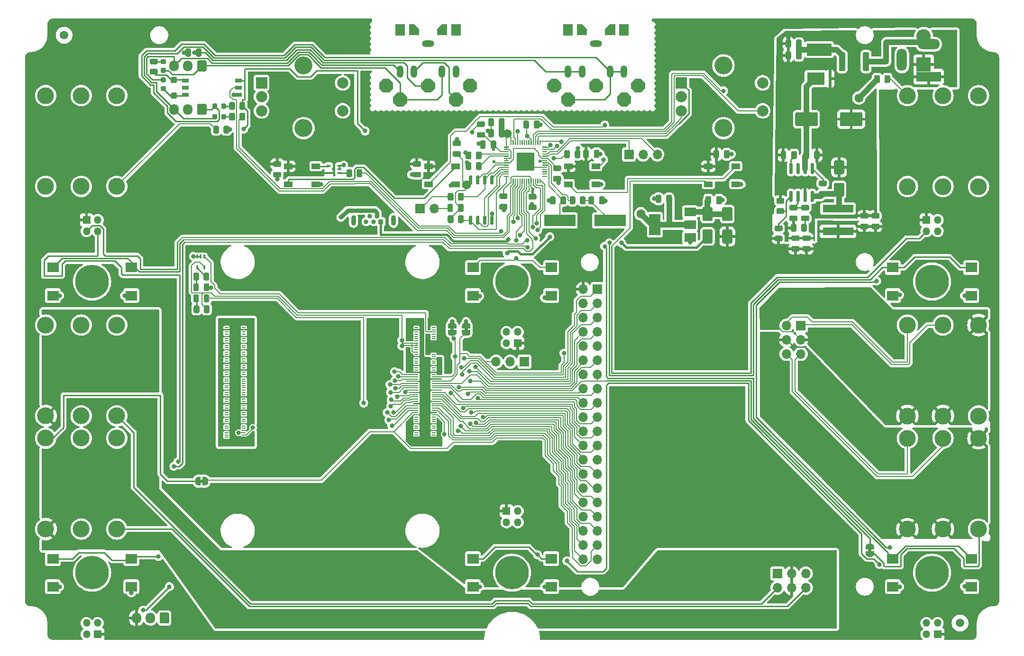
<source format=gtl>
G04 #@! TF.GenerationSoftware,KiCad,Pcbnew,7.0.8-7.0.8~ubuntu23.04.1*
G04 #@! TF.CreationDate,2023-10-20T09:08:36+00:00*
G04 #@! TF.ProjectId,pedalboard-hw,70656461-6c62-46f6-9172-642d68772e6b,3.0.1*
G04 #@! TF.SameCoordinates,Original*
G04 #@! TF.FileFunction,Copper,L1,Top*
G04 #@! TF.FilePolarity,Positive*
%FSLAX46Y46*%
G04 Gerber Fmt 4.6, Leading zero omitted, Abs format (unit mm)*
G04 Created by KiCad (PCBNEW 7.0.8-7.0.8~ubuntu23.04.1) date 2023-10-20 09:08:36*
%MOMM*%
%LPD*%
G01*
G04 APERTURE LIST*
G04 #@! TA.AperFunction,SMDPad,CuDef*
%ADD10C,1.500000*%
G04 #@! TD*
G04 #@! TA.AperFunction,ComponentPad*
%ADD11O,1.200000X2.200000*%
G04 #@! TD*
G04 #@! TA.AperFunction,ComponentPad*
%ADD12O,2.200000X1.200000*%
G04 #@! TD*
G04 #@! TA.AperFunction,ComponentPad*
%ADD13C,3.000000*%
G04 #@! TD*
G04 #@! TA.AperFunction,ComponentPad*
%ADD14R,4.400000X1.800000*%
G04 #@! TD*
G04 #@! TA.AperFunction,ComponentPad*
%ADD15O,4.000000X1.800000*%
G04 #@! TD*
G04 #@! TA.AperFunction,ComponentPad*
%ADD16O,1.800000X4.000000*%
G04 #@! TD*
G04 #@! TA.AperFunction,SMDPad,CuDef*
%ADD17R,2.000000X1.500000*%
G04 #@! TD*
G04 #@! TA.AperFunction,SMDPad,CuDef*
%ADD18R,2.000000X3.800000*%
G04 #@! TD*
G04 #@! TA.AperFunction,ComponentPad*
%ADD19R,2.600000X2.600000*%
G04 #@! TD*
G04 #@! TA.AperFunction,ComponentPad*
%ADD20C,2.600000*%
G04 #@! TD*
G04 #@! TA.AperFunction,WasherPad*
%ADD21C,6.000000*%
G04 #@! TD*
G04 #@! TA.AperFunction,ComponentPad*
%ADD22R,1.350000X1.350000*%
G04 #@! TD*
G04 #@! TA.AperFunction,ComponentPad*
%ADD23O,1.350000X1.350000*%
G04 #@! TD*
G04 #@! TA.AperFunction,SMDPad,CuDef*
%ADD24R,1.500000X1.000000*%
G04 #@! TD*
G04 #@! TA.AperFunction,ComponentPad*
%ADD25R,1.700000X1.700000*%
G04 #@! TD*
G04 #@! TA.AperFunction,ComponentPad*
%ADD26O,1.700000X1.700000*%
G04 #@! TD*
G04 #@! TA.AperFunction,SMDPad,CuDef*
%ADD27R,2.000000X1.800000*%
G04 #@! TD*
G04 #@! TA.AperFunction,ComponentPad*
%ADD28R,0.840000X0.840000*%
G04 #@! TD*
G04 #@! TA.AperFunction,ComponentPad*
%ADD29C,0.840000*%
G04 #@! TD*
G04 #@! TA.AperFunction,ComponentPad*
%ADD30O,0.850000X1.850000*%
G04 #@! TD*
G04 #@! TA.AperFunction,ComponentPad*
%ADD31R,1.800000X2.000000*%
G04 #@! TD*
G04 #@! TA.AperFunction,ComponentPad*
%ADD32R,2.000000X2.000000*%
G04 #@! TD*
G04 #@! TA.AperFunction,ComponentPad*
%ADD33C,2.000000*%
G04 #@! TD*
G04 #@! TA.AperFunction,ComponentPad*
%ADD34C,3.200000*%
G04 #@! TD*
G04 #@! TA.AperFunction,SMDPad,CuDef*
%ADD35R,5.500000X1.430000*%
G04 #@! TD*
G04 #@! TA.AperFunction,SMDPad,CuDef*
%ADD36R,3.150000X2.200000*%
G04 #@! TD*
G04 #@! TA.AperFunction,SMDPad,CuDef*
%ADD37R,0.600000X2.200000*%
G04 #@! TD*
G04 #@! TA.AperFunction,SMDPad,CuDef*
%ADD38R,4.400000X2.200000*%
G04 #@! TD*
G04 #@! TA.AperFunction,SMDPad,CuDef*
%ADD39R,1.300000X0.800000*%
G04 #@! TD*
G04 #@! TA.AperFunction,ComponentPad*
%ADD40C,0.600000*%
G04 #@! TD*
G04 #@! TA.AperFunction,SMDPad,CuDef*
%ADD41R,5.600000X2.100000*%
G04 #@! TD*
G04 #@! TA.AperFunction,SMDPad,CuDef*
%ADD42R,0.700000X0.200000*%
G04 #@! TD*
G04 #@! TA.AperFunction,SMDPad,CuDef*
%ADD43R,0.650000X0.400000*%
G04 #@! TD*
G04 #@! TA.AperFunction,SMDPad,CuDef*
%ADD44R,0.400000X0.650000*%
G04 #@! TD*
G04 #@! TA.AperFunction,ComponentPad*
%ADD45O,1.700000X1.950000*%
G04 #@! TD*
G04 #@! TA.AperFunction,ViaPad*
%ADD46C,0.800000*%
G04 #@! TD*
G04 #@! TA.AperFunction,ViaPad*
%ADD47C,1.600000*%
G04 #@! TD*
G04 #@! TA.AperFunction,ViaPad*
%ADD48C,0.600000*%
G04 #@! TD*
G04 #@! TA.AperFunction,Conductor*
%ADD49C,0.250000*%
G04 #@! TD*
G04 #@! TA.AperFunction,Conductor*
%ADD50C,0.200000*%
G04 #@! TD*
G04 #@! TA.AperFunction,Conductor*
%ADD51C,1.000000*%
G04 #@! TD*
G04 #@! TA.AperFunction,Conductor*
%ADD52C,0.400000*%
G04 #@! TD*
G04 #@! TA.AperFunction,Conductor*
%ADD53C,0.770000*%
G04 #@! TD*
G04 APERTURE END LIST*
G04 #@! TA.AperFunction,EtchedComponent*
G36*
X31794385Y28044385D02*
G01*
X31294385Y28044385D01*
X31294385Y28644385D01*
X31794385Y28644385D01*
X31794385Y28044385D01*
G37*
G04 #@! TD.AperFunction*
G04 #@! TA.AperFunction,EtchedComponent*
G36*
X151194385Y15744385D02*
G01*
X150594385Y15744385D01*
X150594385Y16244385D01*
X151194385Y16244385D01*
X151194385Y15744385D01*
G37*
G04 #@! TD.AperFunction*
G04 #@! TA.AperFunction,EtchedComponent*
G36*
X79094385Y55244385D02*
G01*
X78494385Y55244385D01*
X78494385Y55744385D01*
X79094385Y55744385D01*
X79094385Y55244385D01*
G37*
G04 #@! TD.AperFunction*
G04 #@! TA.AperFunction,EtchedComponent*
G36*
X76594385Y55244385D02*
G01*
X75994385Y55244385D01*
X75994385Y55744385D01*
X76594385Y55744385D01*
X76594385Y55244385D01*
G37*
G04 #@! TD.AperFunction*
G04 #@! TA.AperFunction,SMDPad,CuDef*
G36*
G01*
X122944385Y86269385D02*
X122944385Y87219385D01*
G75*
G02*
X123194385Y87469385I250000J0D01*
G01*
X123694385Y87469385D01*
G75*
G02*
X123944385Y87219385I0J-250000D01*
G01*
X123944385Y86269385D01*
G75*
G02*
X123694385Y86019385I-250000J0D01*
G01*
X123194385Y86019385D01*
G75*
G02*
X122944385Y86269385I0J250000D01*
G01*
G37*
G04 #@! TD.AperFunction*
G04 #@! TA.AperFunction,SMDPad,CuDef*
G36*
G01*
X124844385Y86269385D02*
X124844385Y87219385D01*
G75*
G02*
X125094385Y87469385I250000J0D01*
G01*
X125594385Y87469385D01*
G75*
G02*
X125844385Y87219385I0J-250000D01*
G01*
X125844385Y86269385D01*
G75*
G02*
X125594385Y86019385I-250000J0D01*
G01*
X125094385Y86019385D01*
G75*
G02*
X124844385Y86269385I0J250000D01*
G01*
G37*
G04 #@! TD.AperFunction*
G04 #@! TA.AperFunction,SMDPad,CuDef*
G36*
G01*
X96294385Y86269385D02*
X96294385Y87219385D01*
G75*
G02*
X96544385Y87469385I250000J0D01*
G01*
X97044385Y87469385D01*
G75*
G02*
X97294385Y87219385I0J-250000D01*
G01*
X97294385Y86269385D01*
G75*
G02*
X97044385Y86019385I-250000J0D01*
G01*
X96544385Y86019385D01*
G75*
G02*
X96294385Y86269385I0J250000D01*
G01*
G37*
G04 #@! TD.AperFunction*
G04 #@! TA.AperFunction,SMDPad,CuDef*
G36*
G01*
X98194385Y86269385D02*
X98194385Y87219385D01*
G75*
G02*
X98444385Y87469385I250000J0D01*
G01*
X98944385Y87469385D01*
G75*
G02*
X99194385Y87219385I0J-250000D01*
G01*
X99194385Y86269385D01*
G75*
G02*
X98944385Y86019385I-250000J0D01*
G01*
X98444385Y86019385D01*
G75*
G02*
X98194385Y86269385I0J250000D01*
G01*
G37*
G04 #@! TD.AperFunction*
D10*
X6994385Y107994385D03*
G04 #@! TA.AperFunction,SMDPad,CuDef*
G36*
G01*
X78709385Y86084385D02*
X78709385Y86984385D01*
G75*
G02*
X78959385Y87234385I250000J0D01*
G01*
X79484385Y87234385D01*
G75*
G02*
X79734385Y86984385I0J-250000D01*
G01*
X79734385Y86084385D01*
G75*
G02*
X79484385Y85834385I-250000J0D01*
G01*
X78959385Y85834385D01*
G75*
G02*
X78709385Y86084385I0J250000D01*
G01*
G37*
G04 #@! TD.AperFunction*
G04 #@! TA.AperFunction,SMDPad,CuDef*
G36*
G01*
X80534385Y86084385D02*
X80534385Y86984385D01*
G75*
G02*
X80784385Y87234385I250000J0D01*
G01*
X81309385Y87234385D01*
G75*
G02*
X81559385Y86984385I0J-250000D01*
G01*
X81559385Y86084385D01*
G75*
G02*
X81309385Y85834385I-250000J0D01*
G01*
X80784385Y85834385D01*
G75*
G02*
X80534385Y86084385I0J250000D01*
G01*
G37*
G04 #@! TD.AperFunction*
D11*
X106994385Y101494385D03*
X104494385Y101494385D03*
D12*
X101994385Y106494385D03*
D11*
X96994385Y101494385D03*
X99494385Y101494385D03*
G04 #@! TA.AperFunction,SMDPad,CuDef*
G36*
G01*
X81909385Y89694385D02*
X80959385Y89694385D01*
G75*
G02*
X80709385Y89944385I0J250000D01*
G01*
X80709385Y90444385D01*
G75*
G02*
X80959385Y90694385I250000J0D01*
G01*
X81909385Y90694385D01*
G75*
G02*
X82159385Y90444385I0J-250000D01*
G01*
X82159385Y89944385D01*
G75*
G02*
X81909385Y89694385I-250000J0D01*
G01*
G37*
G04 #@! TD.AperFunction*
G04 #@! TA.AperFunction,SMDPad,CuDef*
G36*
G01*
X81909385Y91594385D02*
X80959385Y91594385D01*
G75*
G02*
X80709385Y91844385I0J250000D01*
G01*
X80709385Y92344385D01*
G75*
G02*
X80959385Y92594385I250000J0D01*
G01*
X81909385Y92594385D01*
G75*
G02*
X82159385Y92344385I0J-250000D01*
G01*
X82159385Y91844385D01*
G75*
G02*
X81909385Y91594385I-250000J0D01*
G01*
G37*
G04 #@! TD.AperFunction*
G04 #@! TA.AperFunction,SMDPad,CuDef*
G36*
G01*
X139619385Y74044385D02*
X139619385Y73144385D01*
G75*
G02*
X139369385Y72894385I-250000J0D01*
G01*
X138844385Y72894385D01*
G75*
G02*
X138594385Y73144385I0J250000D01*
G01*
X138594385Y74044385D01*
G75*
G02*
X138844385Y74294385I250000J0D01*
G01*
X139369385Y74294385D01*
G75*
G02*
X139619385Y74044385I0J-250000D01*
G01*
G37*
G04 #@! TD.AperFunction*
G04 #@! TA.AperFunction,SMDPad,CuDef*
G36*
G01*
X137794385Y74044385D02*
X137794385Y73144385D01*
G75*
G02*
X137544385Y72894385I-250000J0D01*
G01*
X137019385Y72894385D01*
G75*
G02*
X136769385Y73144385I0J250000D01*
G01*
X136769385Y74044385D01*
G75*
G02*
X137019385Y74294385I250000J0D01*
G01*
X137544385Y74294385D01*
G75*
G02*
X137794385Y74044385I0J-250000D01*
G01*
G37*
G04 #@! TD.AperFunction*
G04 #@! TA.AperFunction,SMDPad,CuDef*
G36*
G01*
X121244385Y77294385D02*
X122544385Y77294385D01*
G75*
G02*
X122794385Y77044385I0J-250000D01*
G01*
X122794385Y75044385D01*
G75*
G02*
X122544385Y74794385I-250000J0D01*
G01*
X121244385Y74794385D01*
G75*
G02*
X120994385Y75044385I0J250000D01*
G01*
X120994385Y77044385D01*
G75*
G02*
X121244385Y77294385I250000J0D01*
G01*
G37*
G04 #@! TD.AperFunction*
G04 #@! TA.AperFunction,SMDPad,CuDef*
G36*
G01*
X121244385Y73294385D02*
X122544385Y73294385D01*
G75*
G02*
X122794385Y73044385I0J-250000D01*
G01*
X122794385Y71044385D01*
G75*
G02*
X122544385Y70794385I-250000J0D01*
G01*
X121244385Y70794385D01*
G75*
G02*
X120994385Y71044385I0J250000D01*
G01*
X120994385Y73044385D01*
G75*
G02*
X121244385Y73294385I250000J0D01*
G01*
G37*
G04 #@! TD.AperFunction*
G04 #@! TA.AperFunction,SMDPad,CuDef*
G36*
G01*
X75506885Y74694385D02*
X75506885Y75594385D01*
G75*
G02*
X75756885Y75844385I250000J0D01*
G01*
X76281885Y75844385D01*
G75*
G02*
X76531885Y75594385I0J-250000D01*
G01*
X76531885Y74694385D01*
G75*
G02*
X76281885Y74444385I-250000J0D01*
G01*
X75756885Y74444385D01*
G75*
G02*
X75506885Y74694385I0J250000D01*
G01*
G37*
G04 #@! TD.AperFunction*
G04 #@! TA.AperFunction,SMDPad,CuDef*
G36*
G01*
X77331885Y74694385D02*
X77331885Y75594385D01*
G75*
G02*
X77581885Y75844385I250000J0D01*
G01*
X78106885Y75844385D01*
G75*
G02*
X78356885Y75594385I0J-250000D01*
G01*
X78356885Y74694385D01*
G75*
G02*
X78106885Y74444385I-250000J0D01*
G01*
X77581885Y74444385D01*
G75*
G02*
X77331885Y74694385I0J250000D01*
G01*
G37*
G04 #@! TD.AperFunction*
D13*
X10044385Y80994385D03*
X10044385Y97224385D03*
X3694385Y80994385D03*
X3694385Y97224385D03*
X16394385Y80994385D03*
X16394385Y97224385D03*
X10044385Y19794385D03*
X10044385Y36024385D03*
X3694385Y19794385D03*
X3694385Y36024385D03*
X16394385Y19794385D03*
X16394385Y36024385D03*
G04 #@! TA.AperFunction,SMDPad,CuDef*
G36*
G01*
X140449385Y85144385D02*
X140749385Y85144385D01*
G75*
G02*
X140899385Y84994385I0J-150000D01*
G01*
X140899385Y83344385D01*
G75*
G02*
X140749385Y83194385I-150000J0D01*
G01*
X140449385Y83194385D01*
G75*
G02*
X140299385Y83344385I0J150000D01*
G01*
X140299385Y84994385D01*
G75*
G02*
X140449385Y85144385I150000J0D01*
G01*
G37*
G04 #@! TD.AperFunction*
G04 #@! TA.AperFunction,SMDPad,CuDef*
G36*
G01*
X139179385Y85144385D02*
X139479385Y85144385D01*
G75*
G02*
X139629385Y84994385I0J-150000D01*
G01*
X139629385Y83344385D01*
G75*
G02*
X139479385Y83194385I-150000J0D01*
G01*
X139179385Y83194385D01*
G75*
G02*
X139029385Y83344385I0J150000D01*
G01*
X139029385Y84994385D01*
G75*
G02*
X139179385Y85144385I150000J0D01*
G01*
G37*
G04 #@! TD.AperFunction*
G04 #@! TA.AperFunction,SMDPad,CuDef*
G36*
G01*
X137909385Y85144385D02*
X138209385Y85144385D01*
G75*
G02*
X138359385Y84994385I0J-150000D01*
G01*
X138359385Y83344385D01*
G75*
G02*
X138209385Y83194385I-150000J0D01*
G01*
X137909385Y83194385D01*
G75*
G02*
X137759385Y83344385I0J150000D01*
G01*
X137759385Y84994385D01*
G75*
G02*
X137909385Y85144385I150000J0D01*
G01*
G37*
G04 #@! TD.AperFunction*
G04 #@! TA.AperFunction,SMDPad,CuDef*
G36*
G01*
X136639385Y85144385D02*
X136939385Y85144385D01*
G75*
G02*
X137089385Y84994385I0J-150000D01*
G01*
X137089385Y83344385D01*
G75*
G02*
X136939385Y83194385I-150000J0D01*
G01*
X136639385Y83194385D01*
G75*
G02*
X136489385Y83344385I0J150000D01*
G01*
X136489385Y84994385D01*
G75*
G02*
X136639385Y85144385I150000J0D01*
G01*
G37*
G04 #@! TD.AperFunction*
G04 #@! TA.AperFunction,SMDPad,CuDef*
G36*
G01*
X136639385Y80194385D02*
X136939385Y80194385D01*
G75*
G02*
X137089385Y80044385I0J-150000D01*
G01*
X137089385Y78394385D01*
G75*
G02*
X136939385Y78244385I-150000J0D01*
G01*
X136639385Y78244385D01*
G75*
G02*
X136489385Y78394385I0J150000D01*
G01*
X136489385Y80044385D01*
G75*
G02*
X136639385Y80194385I150000J0D01*
G01*
G37*
G04 #@! TD.AperFunction*
G04 #@! TA.AperFunction,SMDPad,CuDef*
G36*
G01*
X137909385Y80194385D02*
X138209385Y80194385D01*
G75*
G02*
X138359385Y80044385I0J-150000D01*
G01*
X138359385Y78394385D01*
G75*
G02*
X138209385Y78244385I-150000J0D01*
G01*
X137909385Y78244385D01*
G75*
G02*
X137759385Y78394385I0J150000D01*
G01*
X137759385Y80044385D01*
G75*
G02*
X137909385Y80194385I150000J0D01*
G01*
G37*
G04 #@! TD.AperFunction*
G04 #@! TA.AperFunction,SMDPad,CuDef*
G36*
G01*
X139179385Y80194385D02*
X139479385Y80194385D01*
G75*
G02*
X139629385Y80044385I0J-150000D01*
G01*
X139629385Y78394385D01*
G75*
G02*
X139479385Y78244385I-150000J0D01*
G01*
X139179385Y78244385D01*
G75*
G02*
X139029385Y78394385I0J150000D01*
G01*
X139029385Y80044385D01*
G75*
G02*
X139179385Y80194385I150000J0D01*
G01*
G37*
G04 #@! TD.AperFunction*
G04 #@! TA.AperFunction,SMDPad,CuDef*
G36*
G01*
X140449385Y80194385D02*
X140749385Y80194385D01*
G75*
G02*
X140899385Y80044385I0J-150000D01*
G01*
X140899385Y78394385D01*
G75*
G02*
X140749385Y78244385I-150000J0D01*
G01*
X140449385Y78244385D01*
G75*
G02*
X140299385Y78394385I0J150000D01*
G01*
X140299385Y80044385D01*
G75*
G02*
X140449385Y80194385I150000J0D01*
G01*
G37*
G04 #@! TD.AperFunction*
D14*
X161394385Y100594385D03*
D15*
X161394385Y106394385D03*
D16*
X156594385Y103594385D03*
G04 #@! TA.AperFunction,SMDPad,CuDef*
G36*
G01*
X142019385Y82044385D02*
X142969385Y82044385D01*
G75*
G02*
X143219385Y81794385I0J-250000D01*
G01*
X143219385Y81294385D01*
G75*
G02*
X142969385Y81044385I-250000J0D01*
G01*
X142019385Y81044385D01*
G75*
G02*
X141769385Y81294385I0J250000D01*
G01*
X141769385Y81794385D01*
G75*
G02*
X142019385Y82044385I250000J0D01*
G01*
G37*
G04 #@! TD.AperFunction*
G04 #@! TA.AperFunction,SMDPad,CuDef*
G36*
G01*
X142019385Y80144385D02*
X142969385Y80144385D01*
G75*
G02*
X143219385Y79894385I0J-250000D01*
G01*
X143219385Y79394385D01*
G75*
G02*
X142969385Y79144385I-250000J0D01*
G01*
X142019385Y79144385D01*
G75*
G02*
X141769385Y79394385I0J250000D01*
G01*
X141769385Y79894385D01*
G75*
G02*
X142019385Y80144385I250000J0D01*
G01*
G37*
G04 #@! TD.AperFunction*
D17*
X118794385Y71844385D03*
X118794385Y74144385D03*
D18*
X112494385Y74144385D03*
D17*
X118794385Y76444385D03*
D19*
X160494385Y102784385D03*
D20*
X160494385Y107784385D03*
D21*
X11994385Y11994385D03*
G04 #@! TA.AperFunction,SMDPad,CuDef*
G36*
G01*
X115534385Y79249385D02*
X115534385Y78299385D01*
G75*
G02*
X115284385Y78049385I-250000J0D01*
G01*
X114784385Y78049385D01*
G75*
G02*
X114534385Y78299385I0J250000D01*
G01*
X114534385Y79249385D01*
G75*
G02*
X114784385Y79499385I250000J0D01*
G01*
X115284385Y79499385D01*
G75*
G02*
X115534385Y79249385I0J-250000D01*
G01*
G37*
G04 #@! TD.AperFunction*
G04 #@! TA.AperFunction,SMDPad,CuDef*
G36*
G01*
X113634385Y79249385D02*
X113634385Y78299385D01*
G75*
G02*
X113384385Y78049385I-250000J0D01*
G01*
X112884385Y78049385D01*
G75*
G02*
X112634385Y78299385I0J250000D01*
G01*
X112634385Y79249385D01*
G75*
G02*
X112884385Y79499385I250000J0D01*
G01*
X113384385Y79499385D01*
G75*
G02*
X113634385Y79249385I0J-250000D01*
G01*
G37*
G04 #@! TD.AperFunction*
D22*
X10994385Y74994385D03*
D23*
X12994385Y74994385D03*
X10994385Y72994385D03*
X12994385Y72994385D03*
G04 #@! TA.AperFunction,SMDPad,CuDef*
G36*
G01*
X78709385Y84184385D02*
X78709385Y85084385D01*
G75*
G02*
X78959385Y85334385I250000J0D01*
G01*
X79484385Y85334385D01*
G75*
G02*
X79734385Y85084385I0J-250000D01*
G01*
X79734385Y84184385D01*
G75*
G02*
X79484385Y83934385I-250000J0D01*
G01*
X78959385Y83934385D01*
G75*
G02*
X78709385Y84184385I0J250000D01*
G01*
G37*
G04 #@! TD.AperFunction*
G04 #@! TA.AperFunction,SMDPad,CuDef*
G36*
G01*
X80534385Y84184385D02*
X80534385Y85084385D01*
G75*
G02*
X80784385Y85334385I250000J0D01*
G01*
X81309385Y85334385D01*
G75*
G02*
X81559385Y85084385I0J-250000D01*
G01*
X81559385Y84184385D01*
G75*
G02*
X81309385Y83934385I-250000J0D01*
G01*
X80784385Y83934385D01*
G75*
G02*
X80534385Y84184385I0J250000D01*
G01*
G37*
G04 #@! TD.AperFunction*
G04 #@! TA.AperFunction,SMDPad,CuDef*
G36*
G01*
X78331885Y77619385D02*
X78331885Y76669385D01*
G75*
G02*
X78081885Y76419385I-250000J0D01*
G01*
X77581885Y76419385D01*
G75*
G02*
X77331885Y76669385I0J250000D01*
G01*
X77331885Y77619385D01*
G75*
G02*
X77581885Y77869385I250000J0D01*
G01*
X78081885Y77869385D01*
G75*
G02*
X78331885Y77619385I0J-250000D01*
G01*
G37*
G04 #@! TD.AperFunction*
G04 #@! TA.AperFunction,SMDPad,CuDef*
G36*
G01*
X76431885Y77619385D02*
X76431885Y76669385D01*
G75*
G02*
X76181885Y76419385I-250000J0D01*
G01*
X75681885Y76419385D01*
G75*
G02*
X75431885Y76669385I0J250000D01*
G01*
X75431885Y77619385D01*
G75*
G02*
X75681885Y77869385I250000J0D01*
G01*
X76181885Y77869385D01*
G75*
G02*
X76431885Y77619385I0J-250000D01*
G01*
G37*
G04 #@! TD.AperFunction*
G04 #@! TA.AperFunction,SMDPad,CuDef*
G36*
X31394385Y27594385D02*
G01*
X30894385Y27594385D01*
X30894385Y27599474D01*
X30823228Y27599474D01*
X30686677Y27639569D01*
X30566955Y27716510D01*
X30473758Y27824065D01*
X30414639Y27953519D01*
X30394385Y28094385D01*
X30394385Y28594385D01*
X30414639Y28735251D01*
X30473758Y28864705D01*
X30566955Y28972260D01*
X30686677Y29049201D01*
X30823228Y29089296D01*
X30894385Y29089296D01*
X30894385Y29094385D01*
X31394385Y29094385D01*
X31394385Y27594385D01*
G37*
G04 #@! TD.AperFunction*
G04 #@! TA.AperFunction,SMDPad,CuDef*
G36*
X32194385Y29089296D02*
G01*
X32265542Y29089296D01*
X32402093Y29049201D01*
X32521815Y28972260D01*
X32615012Y28864705D01*
X32674131Y28735251D01*
X32694385Y28594385D01*
X32694385Y28094385D01*
X32674131Y27953519D01*
X32615012Y27824065D01*
X32521815Y27716510D01*
X32402093Y27639569D01*
X32265542Y27599474D01*
X32194385Y27599474D01*
X32194385Y27594385D01*
X31694385Y27594385D01*
X31694385Y29094385D01*
X32194385Y29094385D01*
X32194385Y29089296D01*
G37*
G04 #@! TD.AperFunction*
G04 #@! TA.AperFunction,SMDPad,CuDef*
G36*
G01*
X138731885Y106969385D02*
X138731885Y106019385D01*
G75*
G02*
X138481885Y105769385I-250000J0D01*
G01*
X137981885Y105769385D01*
G75*
G02*
X137731885Y106019385I0J250000D01*
G01*
X137731885Y106969385D01*
G75*
G02*
X137981885Y107219385I250000J0D01*
G01*
X138481885Y107219385D01*
G75*
G02*
X138731885Y106969385I0J-250000D01*
G01*
G37*
G04 #@! TD.AperFunction*
G04 #@! TA.AperFunction,SMDPad,CuDef*
G36*
G01*
X136831885Y106969385D02*
X136831885Y106019385D01*
G75*
G02*
X136581885Y105769385I-250000J0D01*
G01*
X136081885Y105769385D01*
G75*
G02*
X135831885Y106019385I0J250000D01*
G01*
X135831885Y106969385D01*
G75*
G02*
X136081885Y107219385I250000J0D01*
G01*
X136581885Y107219385D01*
G75*
G02*
X136831885Y106969385I0J-250000D01*
G01*
G37*
G04 #@! TD.AperFunction*
D24*
X101944385Y81394385D03*
X101944385Y84594385D03*
X97044385Y84594385D03*
X97044385Y81394385D03*
G04 #@! TA.AperFunction,SMDPad,CuDef*
G36*
G01*
X139119385Y72244385D02*
X140069385Y72244385D01*
G75*
G02*
X140319385Y71994385I0J-250000D01*
G01*
X140319385Y71494385D01*
G75*
G02*
X140069385Y71244385I-250000J0D01*
G01*
X139119385Y71244385D01*
G75*
G02*
X138869385Y71494385I0J250000D01*
G01*
X138869385Y71994385D01*
G75*
G02*
X139119385Y72244385I250000J0D01*
G01*
G37*
G04 #@! TD.AperFunction*
G04 #@! TA.AperFunction,SMDPad,CuDef*
G36*
G01*
X139119385Y70344385D02*
X140069385Y70344385D01*
G75*
G02*
X140319385Y70094385I0J-250000D01*
G01*
X140319385Y69594385D01*
G75*
G02*
X140069385Y69344385I-250000J0D01*
G01*
X139119385Y69344385D01*
G75*
G02*
X138869385Y69594385I0J250000D01*
G01*
X138869385Y70094385D01*
G75*
G02*
X139119385Y70344385I250000J0D01*
G01*
G37*
G04 #@! TD.AperFunction*
D21*
X86994385Y63994385D03*
G04 #@! TA.AperFunction,SMDPad,CuDef*
G36*
G01*
X135044385Y71169385D02*
X134144385Y71169385D01*
G75*
G02*
X133894385Y71419385I0J250000D01*
G01*
X133894385Y71944385D01*
G75*
G02*
X134144385Y72194385I250000J0D01*
G01*
X135044385Y72194385D01*
G75*
G02*
X135294385Y71944385I0J-250000D01*
G01*
X135294385Y71419385D01*
G75*
G02*
X135044385Y71169385I-250000J0D01*
G01*
G37*
G04 #@! TD.AperFunction*
G04 #@! TA.AperFunction,SMDPad,CuDef*
G36*
G01*
X135044385Y72994385D02*
X134144385Y72994385D01*
G75*
G02*
X133894385Y73244385I0J250000D01*
G01*
X133894385Y73769385D01*
G75*
G02*
X134144385Y74019385I250000J0D01*
G01*
X135044385Y74019385D01*
G75*
G02*
X135294385Y73769385I0J-250000D01*
G01*
X135294385Y73244385D01*
G75*
G02*
X135044385Y72994385I-250000J0D01*
G01*
G37*
G04 #@! TD.AperFunction*
X11994385Y63994385D03*
G04 #@! TA.AperFunction,SMDPad,CuDef*
G36*
G01*
X75506885Y78694385D02*
X75506885Y79594385D01*
G75*
G02*
X75756885Y79844385I250000J0D01*
G01*
X76281885Y79844385D01*
G75*
G02*
X76531885Y79594385I0J-250000D01*
G01*
X76531885Y78694385D01*
G75*
G02*
X76281885Y78444385I-250000J0D01*
G01*
X75756885Y78444385D01*
G75*
G02*
X75506885Y78694385I0J250000D01*
G01*
G37*
G04 #@! TD.AperFunction*
G04 #@! TA.AperFunction,SMDPad,CuDef*
G36*
G01*
X77331885Y78694385D02*
X77331885Y79594385D01*
G75*
G02*
X77581885Y79844385I250000J0D01*
G01*
X78106885Y79844385D01*
G75*
G02*
X78356885Y79594385I0J-250000D01*
G01*
X78356885Y78694385D01*
G75*
G02*
X78106885Y78444385I-250000J0D01*
G01*
X77581885Y78444385D01*
G75*
G02*
X77331885Y78694385I0J250000D01*
G01*
G37*
G04 #@! TD.AperFunction*
D13*
X10044385Y39994385D03*
X10044385Y56224385D03*
X3694385Y39994385D03*
X3694385Y56224385D03*
X16394385Y39994385D03*
X16394385Y56224385D03*
X163944385Y35999385D03*
X163944385Y19769385D03*
X170294385Y35999385D03*
X170294385Y19769385D03*
X157594385Y35999385D03*
X157594385Y19769385D03*
D25*
X107854385Y86694385D03*
D26*
X110394385Y86694385D03*
X112934385Y86694385D03*
D24*
X126944385Y81394385D03*
X126944385Y84594385D03*
X122044385Y84594385D03*
X122044385Y81394385D03*
G04 #@! TA.AperFunction,SMDPad,CuDef*
G36*
G01*
X134944385Y86119385D02*
X134944385Y87069385D01*
G75*
G02*
X135194385Y87319385I250000J0D01*
G01*
X135694385Y87319385D01*
G75*
G02*
X135944385Y87069385I0J-250000D01*
G01*
X135944385Y86119385D01*
G75*
G02*
X135694385Y85869385I-250000J0D01*
G01*
X135194385Y85869385D01*
G75*
G02*
X134944385Y86119385I0J250000D01*
G01*
G37*
G04 #@! TD.AperFunction*
G04 #@! TA.AperFunction,SMDPad,CuDef*
G36*
G01*
X136844385Y86119385D02*
X136844385Y87069385D01*
G75*
G02*
X137094385Y87319385I250000J0D01*
G01*
X137594385Y87319385D01*
G75*
G02*
X137844385Y87069385I0J-250000D01*
G01*
X137844385Y86119385D01*
G75*
G02*
X137594385Y85869385I-250000J0D01*
G01*
X137094385Y85869385D01*
G75*
G02*
X136844385Y86119385I0J250000D01*
G01*
G37*
G04 #@! TD.AperFunction*
D22*
X162994385Y994385D03*
D23*
X160994385Y994385D03*
X162994385Y2994385D03*
X160994385Y2994385D03*
G04 #@! TA.AperFunction,SMDPad,CuDef*
G36*
G01*
X149419385Y76244385D02*
X150369385Y76244385D01*
G75*
G02*
X150619385Y75994385I0J-250000D01*
G01*
X150619385Y75494385D01*
G75*
G02*
X150369385Y75244385I-250000J0D01*
G01*
X149419385Y75244385D01*
G75*
G02*
X149169385Y75494385I0J250000D01*
G01*
X149169385Y75994385D01*
G75*
G02*
X149419385Y76244385I250000J0D01*
G01*
G37*
G04 #@! TD.AperFunction*
G04 #@! TA.AperFunction,SMDPad,CuDef*
G36*
G01*
X149419385Y74344385D02*
X150369385Y74344385D01*
G75*
G02*
X150619385Y74094385I0J-250000D01*
G01*
X150619385Y73594385D01*
G75*
G02*
X150369385Y73344385I-250000J0D01*
G01*
X149419385Y73344385D01*
G75*
G02*
X149169385Y73594385I0J250000D01*
G01*
X149169385Y74094385D01*
G75*
G02*
X149419385Y74344385I250000J0D01*
G01*
G37*
G04 #@! TD.AperFunction*
D22*
X12994385Y994385D03*
D23*
X10994385Y994385D03*
X12994385Y2994385D03*
X10994385Y2994385D03*
D27*
X79994385Y66494385D03*
X93994385Y66494385D03*
X79994385Y61494385D03*
X93994385Y61494385D03*
D10*
X166994385Y2994385D03*
D22*
X87994385Y52994385D03*
D23*
X85994385Y52994385D03*
X87994385Y54994385D03*
X85994385Y54994385D03*
G04 #@! TA.AperFunction,SMDPad,CuDef*
G36*
G01*
X60244385Y83794385D02*
X60244385Y82894385D01*
G75*
G02*
X59994385Y82644385I-250000J0D01*
G01*
X59469385Y82644385D01*
G75*
G02*
X59219385Y82894385I0J250000D01*
G01*
X59219385Y83794385D01*
G75*
G02*
X59469385Y84044385I250000J0D01*
G01*
X59994385Y84044385D01*
G75*
G02*
X60244385Y83794385I0J-250000D01*
G01*
G37*
G04 #@! TD.AperFunction*
G04 #@! TA.AperFunction,SMDPad,CuDef*
G36*
G01*
X58419385Y83794385D02*
X58419385Y82894385D01*
G75*
G02*
X58169385Y82644385I-250000J0D01*
G01*
X57644385Y82644385D01*
G75*
G02*
X57394385Y82894385I0J250000D01*
G01*
X57394385Y83794385D01*
G75*
G02*
X57644385Y84044385I250000J0D01*
G01*
X58169385Y84044385D01*
G75*
G02*
X58419385Y83794385I0J-250000D01*
G01*
G37*
G04 #@! TD.AperFunction*
D28*
X63534385Y74704385D03*
D29*
X62884385Y75704385D03*
X62234385Y74704385D03*
X61584385Y75704385D03*
X60934385Y74704385D03*
D30*
X65809385Y74924385D03*
X58659385Y74924385D03*
D13*
X163959385Y97194385D03*
X163959385Y80964385D03*
X170309385Y97194385D03*
X170309385Y80964385D03*
X157609385Y97194385D03*
X157609385Y80964385D03*
G04 #@! TA.AperFunction,SMDPad,CuDef*
G36*
G01*
X31544385Y105369385D02*
X31544385Y104419385D01*
G75*
G02*
X31294385Y104169385I-250000J0D01*
G01*
X30794385Y104169385D01*
G75*
G02*
X30544385Y104419385I0J250000D01*
G01*
X30544385Y105369385D01*
G75*
G02*
X30794385Y105619385I250000J0D01*
G01*
X31294385Y105619385D01*
G75*
G02*
X31544385Y105369385I0J-250000D01*
G01*
G37*
G04 #@! TD.AperFunction*
G04 #@! TA.AperFunction,SMDPad,CuDef*
G36*
G01*
X29644385Y105369385D02*
X29644385Y104419385D01*
G75*
G02*
X29394385Y104169385I-250000J0D01*
G01*
X28894385Y104169385D01*
G75*
G02*
X28644385Y104419385I0J250000D01*
G01*
X28644385Y105369385D01*
G75*
G02*
X28894385Y105619385I250000J0D01*
G01*
X29394385Y105619385D01*
G75*
G02*
X29644385Y105369385I0J-250000D01*
G01*
G37*
G04 #@! TD.AperFunction*
G04 #@! TA.AperFunction,ComponentPad*
G36*
X95744385Y98476618D02*
G01*
X95012152Y97744385D01*
X93976618Y97744385D01*
X93244385Y98476618D01*
X93244385Y99512152D01*
X93976618Y100244385D01*
X95012152Y100244385D01*
X95744385Y99512152D01*
X95744385Y98476618D01*
G37*
G04 #@! TD.AperFunction*
G04 #@! TA.AperFunction,ComponentPad*
G36*
X102512152Y100244385D02*
G01*
X103244385Y99512152D01*
X103244385Y98476618D01*
X102512152Y97744385D01*
X101476618Y97744385D01*
X100744385Y98476618D01*
X100744385Y99512152D01*
X101476618Y100244385D01*
X102512152Y100244385D01*
G37*
G04 #@! TD.AperFunction*
G04 #@! TA.AperFunction,ComponentPad*
G36*
X110744385Y98476618D02*
G01*
X110012152Y97744385D01*
X108976618Y97744385D01*
X108244385Y98476618D01*
X108244385Y99512152D01*
X108976618Y100244385D01*
X110012152Y100244385D01*
X110744385Y99512152D01*
X110744385Y98476618D01*
G37*
G04 #@! TD.AperFunction*
G04 #@! TA.AperFunction,ComponentPad*
G36*
X98244385Y95976618D02*
G01*
X97512152Y95244385D01*
X96476618Y95244385D01*
X95744385Y95976618D01*
X95744385Y97012152D01*
X96476618Y97744385D01*
X97512152Y97744385D01*
X98244385Y97012152D01*
X98244385Y95976618D01*
G37*
G04 #@! TD.AperFunction*
G04 #@! TA.AperFunction,ComponentPad*
G36*
X108244385Y95976618D02*
G01*
X107512152Y95244385D01*
X106476618Y95244385D01*
X105744385Y95976618D01*
X105744385Y97012152D01*
X106476618Y97744385D01*
X107512152Y97744385D01*
X108244385Y97012152D01*
X108244385Y95976618D01*
G37*
G04 #@! TD.AperFunction*
G04 #@! TA.AperFunction,ComponentPad*
G36*
X105394385Y107994385D02*
G01*
X103594385Y107994385D01*
X103594385Y109094385D01*
X104494385Y109994385D01*
X105394385Y109994385D01*
X105394385Y107994385D01*
G37*
G04 #@! TD.AperFunction*
D31*
X106994385Y108994385D03*
X96994385Y108994385D03*
G04 #@! TA.AperFunction,ComponentPad*
G36*
X100394385Y107994385D02*
G01*
X98594385Y107994385D01*
X98594385Y109994385D01*
X99494385Y109994385D01*
X100394385Y109094385D01*
X100394385Y107994385D01*
G37*
G04 #@! TD.AperFunction*
D32*
X42244385Y99494385D03*
D33*
X42244385Y94494385D03*
X42244385Y96994385D03*
D34*
X49744385Y102594385D03*
X49744385Y91394385D03*
D33*
X56744385Y94494385D03*
X56744385Y99494385D03*
G04 #@! TA.AperFunction,SMDPad,CuDef*
G36*
G01*
X44569385Y85494385D02*
X45519385Y85494385D01*
G75*
G02*
X45769385Y85244385I0J-250000D01*
G01*
X45769385Y84744385D01*
G75*
G02*
X45519385Y84494385I-250000J0D01*
G01*
X44569385Y84494385D01*
G75*
G02*
X44319385Y84744385I0J250000D01*
G01*
X44319385Y85244385D01*
G75*
G02*
X44569385Y85494385I250000J0D01*
G01*
G37*
G04 #@! TD.AperFunction*
G04 #@! TA.AperFunction,SMDPad,CuDef*
G36*
G01*
X44569385Y83594385D02*
X45519385Y83594385D01*
G75*
G02*
X45769385Y83344385I0J-250000D01*
G01*
X45769385Y82844385D01*
G75*
G02*
X45519385Y82594385I-250000J0D01*
G01*
X44569385Y82594385D01*
G75*
G02*
X44319385Y82844385I0J250000D01*
G01*
X44319385Y83344385D01*
G75*
G02*
X44569385Y83594385I250000J0D01*
G01*
G37*
G04 #@! TD.AperFunction*
G04 #@! TA.AperFunction,SMDPad,CuDef*
G36*
G01*
X141944385Y87069385D02*
X141944385Y86119385D01*
G75*
G02*
X141694385Y85869385I-250000J0D01*
G01*
X141194385Y85869385D01*
G75*
G02*
X140944385Y86119385I0J250000D01*
G01*
X140944385Y87069385D01*
G75*
G02*
X141194385Y87319385I250000J0D01*
G01*
X141694385Y87319385D01*
G75*
G02*
X141944385Y87069385I0J-250000D01*
G01*
G37*
G04 #@! TD.AperFunction*
G04 #@! TA.AperFunction,SMDPad,CuDef*
G36*
G01*
X140044385Y87069385D02*
X140044385Y86119385D01*
G75*
G02*
X139794385Y85869385I-250000J0D01*
G01*
X139294385Y85869385D01*
G75*
G02*
X139044385Y86119385I0J250000D01*
G01*
X139044385Y87069385D01*
G75*
G02*
X139294385Y87319385I250000J0D01*
G01*
X139794385Y87319385D01*
G75*
G02*
X140044385Y87069385I0J-250000D01*
G01*
G37*
G04 #@! TD.AperFunction*
D35*
X145194385Y77014385D03*
X145194385Y72974385D03*
D24*
X76944385Y81394385D03*
X76944385Y84594385D03*
X72044385Y84594385D03*
X72044385Y81394385D03*
D22*
X160994385Y74994385D03*
D23*
X162994385Y74994385D03*
X160994385Y72994385D03*
X162994385Y72994385D03*
D21*
X161994385Y63994385D03*
G04 #@! TA.AperFunction,SMDPad,CuDef*
G36*
G01*
X77609385Y86294385D02*
X76659385Y86294385D01*
G75*
G02*
X76409385Y86544385I0J250000D01*
G01*
X76409385Y87044385D01*
G75*
G02*
X76659385Y87294385I250000J0D01*
G01*
X77609385Y87294385D01*
G75*
G02*
X77859385Y87044385I0J-250000D01*
G01*
X77859385Y86544385D01*
G75*
G02*
X77609385Y86294385I-250000J0D01*
G01*
G37*
G04 #@! TD.AperFunction*
G04 #@! TA.AperFunction,SMDPad,CuDef*
G36*
G01*
X77609385Y88194385D02*
X76659385Y88194385D01*
G75*
G02*
X76409385Y88444385I0J250000D01*
G01*
X76409385Y88944385D01*
G75*
G02*
X76659385Y89194385I250000J0D01*
G01*
X77609385Y89194385D01*
G75*
G02*
X77859385Y88944385I0J-250000D01*
G01*
X77859385Y88444385D01*
G75*
G02*
X77609385Y88194385I-250000J0D01*
G01*
G37*
G04 #@! TD.AperFunction*
G04 #@! TA.AperFunction,SMDPad,CuDef*
G36*
G01*
X22544385Y103819385D02*
X23444385Y103819385D01*
G75*
G02*
X23694385Y103569385I0J-250000D01*
G01*
X23694385Y103044385D01*
G75*
G02*
X23444385Y102794385I-250000J0D01*
G01*
X22544385Y102794385D01*
G75*
G02*
X22294385Y103044385I0J250000D01*
G01*
X22294385Y103569385D01*
G75*
G02*
X22544385Y103819385I250000J0D01*
G01*
G37*
G04 #@! TD.AperFunction*
G04 #@! TA.AperFunction,SMDPad,CuDef*
G36*
G01*
X22544385Y101994385D02*
X23444385Y101994385D01*
G75*
G02*
X23694385Y101744385I0J-250000D01*
G01*
X23694385Y101219385D01*
G75*
G02*
X23444385Y100969385I-250000J0D01*
G01*
X22544385Y100969385D01*
G75*
G02*
X22294385Y101219385I0J250000D01*
G01*
X22294385Y101744385D01*
G75*
G02*
X22544385Y101994385I250000J0D01*
G01*
G37*
G04 #@! TD.AperFunction*
D24*
X51944385Y81394385D03*
X51944385Y84594385D03*
X47044385Y84594385D03*
X47044385Y81394385D03*
G04 #@! TA.AperFunction,SMDPad,CuDef*
G36*
G01*
X69519385Y85494385D02*
X70469385Y85494385D01*
G75*
G02*
X70719385Y85244385I0J-250000D01*
G01*
X70719385Y84744385D01*
G75*
G02*
X70469385Y84494385I-250000J0D01*
G01*
X69519385Y84494385D01*
G75*
G02*
X69269385Y84744385I0J250000D01*
G01*
X69269385Y85244385D01*
G75*
G02*
X69519385Y85494385I250000J0D01*
G01*
G37*
G04 #@! TD.AperFunction*
G04 #@! TA.AperFunction,SMDPad,CuDef*
G36*
G01*
X69519385Y83594385D02*
X70469385Y83594385D01*
G75*
G02*
X70719385Y83344385I0J-250000D01*
G01*
X70719385Y82844385D01*
G75*
G02*
X70469385Y82594385I-250000J0D01*
G01*
X69519385Y82594385D01*
G75*
G02*
X69269385Y82844385I0J250000D01*
G01*
X69269385Y83344385D01*
G75*
G02*
X69519385Y83594385I250000J0D01*
G01*
G37*
G04 #@! TD.AperFunction*
G04 #@! TA.AperFunction,SMDPad,CuDef*
G36*
G01*
X84969385Y79744385D02*
X85919385Y79744385D01*
G75*
G02*
X86169385Y79494385I0J-250000D01*
G01*
X86169385Y78994385D01*
G75*
G02*
X85919385Y78744385I-250000J0D01*
G01*
X84969385Y78744385D01*
G75*
G02*
X84719385Y78994385I0J250000D01*
G01*
X84719385Y79494385D01*
G75*
G02*
X84969385Y79744385I250000J0D01*
G01*
G37*
G04 #@! TD.AperFunction*
G04 #@! TA.AperFunction,SMDPad,CuDef*
G36*
G01*
X84969385Y77844385D02*
X85919385Y77844385D01*
G75*
G02*
X86169385Y77594385I0J-250000D01*
G01*
X86169385Y77094385D01*
G75*
G02*
X85919385Y76844385I-250000J0D01*
G01*
X84969385Y76844385D01*
G75*
G02*
X84719385Y77094385I0J250000D01*
G01*
X84719385Y77594385D01*
G75*
G02*
X84969385Y77844385I250000J0D01*
G01*
G37*
G04 #@! TD.AperFunction*
D36*
X141219385Y100234385D03*
D37*
X143759385Y100234385D03*
D38*
X141854385Y105434385D03*
G04 #@! TA.AperFunction,SMDPad,CuDef*
G36*
G01*
X97269385Y78044385D02*
X97269385Y78944385D01*
G75*
G02*
X97519385Y79194385I250000J0D01*
G01*
X98044385Y79194385D01*
G75*
G02*
X98294385Y78944385I0J-250000D01*
G01*
X98294385Y78044385D01*
G75*
G02*
X98044385Y77794385I-250000J0D01*
G01*
X97519385Y77794385D01*
G75*
G02*
X97269385Y78044385I0J250000D01*
G01*
G37*
G04 #@! TD.AperFunction*
G04 #@! TA.AperFunction,SMDPad,CuDef*
G36*
G01*
X99094385Y78044385D02*
X99094385Y78944385D01*
G75*
G02*
X99344385Y79194385I250000J0D01*
G01*
X99869385Y79194385D01*
G75*
G02*
X100119385Y78944385I0J-250000D01*
G01*
X100119385Y78044385D01*
G75*
G02*
X99869385Y77794385I-250000J0D01*
G01*
X99344385Y77794385D01*
G75*
G02*
X99094385Y78044385I0J250000D01*
G01*
G37*
G04 #@! TD.AperFunction*
D25*
X89219385Y49694385D03*
D26*
X86679385Y49694385D03*
X84139385Y49694385D03*
D13*
X163944385Y56214385D03*
X163944385Y39984385D03*
X170294385Y56214385D03*
X170294385Y39984385D03*
X157594385Y56214385D03*
X157594385Y39984385D03*
D21*
X86994385Y11994385D03*
G04 #@! TA.AperFunction,SMDPad,CuDef*
G36*
X151644385Y15844385D02*
G01*
X151644385Y15344385D01*
X151639296Y15344385D01*
X151639296Y15273228D01*
X151599201Y15136677D01*
X151522260Y15016955D01*
X151414705Y14923758D01*
X151285251Y14864639D01*
X151144385Y14844385D01*
X150644385Y14844385D01*
X150503519Y14864639D01*
X150374065Y14923758D01*
X150266510Y15016955D01*
X150189569Y15136677D01*
X150149474Y15273228D01*
X150149474Y15344385D01*
X150144385Y15344385D01*
X150144385Y15844385D01*
X151644385Y15844385D01*
G37*
G04 #@! TD.AperFunction*
G04 #@! TA.AperFunction,SMDPad,CuDef*
G36*
X150149474Y16644385D02*
G01*
X150149474Y16715542D01*
X150189569Y16852093D01*
X150266510Y16971815D01*
X150374065Y17065012D01*
X150503519Y17124131D01*
X150644385Y17144385D01*
X151144385Y17144385D01*
X151285251Y17124131D01*
X151414705Y17065012D01*
X151522260Y16971815D01*
X151599201Y16852093D01*
X151639296Y16715542D01*
X151639296Y16644385D01*
X151644385Y16644385D01*
X151644385Y16144385D01*
X150144385Y16144385D01*
X150144385Y16644385D01*
X150149474Y16644385D01*
G37*
G04 #@! TD.AperFunction*
D27*
X4994385Y66494385D03*
X18994385Y66494385D03*
X4994385Y61494385D03*
X18994385Y61494385D03*
G04 #@! TA.AperFunction,SMDPad,CuDef*
G36*
G01*
X138731885Y104869385D02*
X138731885Y103919385D01*
G75*
G02*
X138481885Y103669385I-250000J0D01*
G01*
X137981885Y103669385D01*
G75*
G02*
X137731885Y103919385I0J250000D01*
G01*
X137731885Y104869385D01*
G75*
G02*
X137981885Y105119385I250000J0D01*
G01*
X138481885Y105119385D01*
G75*
G02*
X138731885Y104869385I0J-250000D01*
G01*
G37*
G04 #@! TD.AperFunction*
G04 #@! TA.AperFunction,SMDPad,CuDef*
G36*
G01*
X136831885Y104869385D02*
X136831885Y103919385D01*
G75*
G02*
X136581885Y103669385I-250000J0D01*
G01*
X136081885Y103669385D01*
G75*
G02*
X135831885Y103919385I0J250000D01*
G01*
X135831885Y104869385D01*
G75*
G02*
X136081885Y105119385I250000J0D01*
G01*
X136581885Y105119385D01*
G75*
G02*
X136831885Y104869385I0J-250000D01*
G01*
G37*
G04 #@! TD.AperFunction*
D25*
X70594385Y76994385D03*
D26*
X73134385Y76994385D03*
D39*
X28644385Y99864385D03*
X28644385Y98594385D03*
X28644385Y97324385D03*
X38144385Y97324385D03*
X38144385Y98594385D03*
X38144385Y99864385D03*
G04 #@! TA.AperFunction,SMDPad,CuDef*
G36*
G01*
X39319385Y95831885D02*
X39319385Y94931885D01*
G75*
G02*
X39069385Y94681885I-250000J0D01*
G01*
X38544385Y94681885D01*
G75*
G02*
X38294385Y94931885I0J250000D01*
G01*
X38294385Y95831885D01*
G75*
G02*
X38544385Y96081885I250000J0D01*
G01*
X39069385Y96081885D01*
G75*
G02*
X39319385Y95831885I0J-250000D01*
G01*
G37*
G04 #@! TD.AperFunction*
G04 #@! TA.AperFunction,SMDPad,CuDef*
G36*
G01*
X37494385Y95831885D02*
X37494385Y94931885D01*
G75*
G02*
X37244385Y94681885I-250000J0D01*
G01*
X36719385Y94681885D01*
G75*
G02*
X36469385Y94931885I0J250000D01*
G01*
X36469385Y95831885D01*
G75*
G02*
X36719385Y96081885I250000J0D01*
G01*
X37244385Y96081885D01*
G75*
G02*
X37494385Y95831885I0J-250000D01*
G01*
G37*
G04 #@! TD.AperFunction*
G04 #@! TA.AperFunction,SMDPad,CuDef*
G36*
G01*
X30119385Y58594385D02*
X30119385Y59494385D01*
G75*
G02*
X30369385Y59744385I250000J0D01*
G01*
X30894385Y59744385D01*
G75*
G02*
X31144385Y59494385I0J-250000D01*
G01*
X31144385Y58594385D01*
G75*
G02*
X30894385Y58344385I-250000J0D01*
G01*
X30369385Y58344385D01*
G75*
G02*
X30119385Y58594385I0J250000D01*
G01*
G37*
G04 #@! TD.AperFunction*
G04 #@! TA.AperFunction,SMDPad,CuDef*
G36*
G01*
X31944385Y58594385D02*
X31944385Y59494385D01*
G75*
G02*
X32194385Y59744385I250000J0D01*
G01*
X32719385Y59744385D01*
G75*
G02*
X32969385Y59494385I0J-250000D01*
G01*
X32969385Y58594385D01*
G75*
G02*
X32719385Y58344385I-250000J0D01*
G01*
X32194385Y58344385D01*
G75*
G02*
X31944385Y58594385I0J250000D01*
G01*
G37*
G04 #@! TD.AperFunction*
G04 #@! TA.AperFunction,SMDPad,CuDef*
G36*
G01*
X137561885Y91994385D02*
X137561885Y93994385D01*
G75*
G02*
X137811885Y94244385I250000J0D01*
G01*
X141311885Y94244385D01*
G75*
G02*
X141561885Y93994385I0J-250000D01*
G01*
X141561885Y91994385D01*
G75*
G02*
X141311885Y91744385I-250000J0D01*
G01*
X137811885Y91744385D01*
G75*
G02*
X137561885Y91994385I0J250000D01*
G01*
G37*
G04 #@! TD.AperFunction*
G04 #@! TA.AperFunction,SMDPad,CuDef*
G36*
G01*
X145561885Y91994385D02*
X145561885Y93994385D01*
G75*
G02*
X145811885Y94244385I250000J0D01*
G01*
X149311885Y94244385D01*
G75*
G02*
X149561885Y93994385I0J-250000D01*
G01*
X149561885Y91994385D01*
G75*
G02*
X149311885Y91744385I-250000J0D01*
G01*
X145811885Y91744385D01*
G75*
G02*
X145561885Y91994385I0J250000D01*
G01*
G37*
G04 #@! TD.AperFunction*
G04 #@! TA.AperFunction,SMDPad,CuDef*
G36*
X79544385Y55344385D02*
G01*
X79544385Y54844385D01*
X79539296Y54844385D01*
X79539296Y54773228D01*
X79499201Y54636677D01*
X79422260Y54516955D01*
X79314705Y54423758D01*
X79185251Y54364639D01*
X79044385Y54344385D01*
X78544385Y54344385D01*
X78403519Y54364639D01*
X78274065Y54423758D01*
X78166510Y54516955D01*
X78089569Y54636677D01*
X78049474Y54773228D01*
X78049474Y54844385D01*
X78044385Y54844385D01*
X78044385Y55344385D01*
X79544385Y55344385D01*
G37*
G04 #@! TD.AperFunction*
G04 #@! TA.AperFunction,SMDPad,CuDef*
G36*
X78049474Y56144385D02*
G01*
X78049474Y56215542D01*
X78089569Y56352093D01*
X78166510Y56471815D01*
X78274065Y56565012D01*
X78403519Y56624131D01*
X78544385Y56644385D01*
X79044385Y56644385D01*
X79185251Y56624131D01*
X79314705Y56565012D01*
X79422260Y56471815D01*
X79499201Y56352093D01*
X79539296Y56215542D01*
X79539296Y56144385D01*
X79544385Y56144385D01*
X79544385Y55644385D01*
X78044385Y55644385D01*
X78044385Y56144385D01*
X78049474Y56144385D01*
G37*
G04 #@! TD.AperFunction*
G04 #@! TA.AperFunction,SMDPad,CuDef*
G36*
X77044385Y55344385D02*
G01*
X77044385Y54844385D01*
X77039296Y54844385D01*
X77039296Y54773228D01*
X76999201Y54636677D01*
X76922260Y54516955D01*
X76814705Y54423758D01*
X76685251Y54364639D01*
X76544385Y54344385D01*
X76044385Y54344385D01*
X75903519Y54364639D01*
X75774065Y54423758D01*
X75666510Y54516955D01*
X75589569Y54636677D01*
X75549474Y54773228D01*
X75549474Y54844385D01*
X75544385Y54844385D01*
X75544385Y55344385D01*
X77044385Y55344385D01*
G37*
G04 #@! TD.AperFunction*
G04 #@! TA.AperFunction,SMDPad,CuDef*
G36*
X75549474Y56144385D02*
G01*
X75549474Y56215542D01*
X75589569Y56352093D01*
X75666510Y56471815D01*
X75774065Y56565012D01*
X75903519Y56624131D01*
X76044385Y56644385D01*
X76544385Y56644385D01*
X76685251Y56624131D01*
X76814705Y56565012D01*
X76922260Y56471815D01*
X76999201Y56352093D01*
X77039296Y56215542D01*
X77039296Y56144385D01*
X77044385Y56144385D01*
X77044385Y55644385D01*
X75544385Y55644385D01*
X75544385Y56144385D01*
X75549474Y56144385D01*
G37*
G04 #@! TD.AperFunction*
G04 #@! TA.AperFunction,SMDPad,CuDef*
G36*
G01*
X86844385Y81519385D02*
X86744385Y81519385D01*
G75*
G02*
X86694385Y81569385I0J50000D01*
G01*
X86694385Y82344385D01*
G75*
G02*
X86744385Y82394385I50000J0D01*
G01*
X86844385Y82394385D01*
G75*
G02*
X86894385Y82344385I0J-50000D01*
G01*
X86894385Y81569385D01*
G75*
G02*
X86844385Y81519385I-50000J0D01*
G01*
G37*
G04 #@! TD.AperFunction*
G04 #@! TA.AperFunction,SMDPad,CuDef*
G36*
G01*
X87244385Y81519385D02*
X87144385Y81519385D01*
G75*
G02*
X87094385Y81569385I0J50000D01*
G01*
X87094385Y82344385D01*
G75*
G02*
X87144385Y82394385I50000J0D01*
G01*
X87244385Y82394385D01*
G75*
G02*
X87294385Y82344385I0J-50000D01*
G01*
X87294385Y81569385D01*
G75*
G02*
X87244385Y81519385I-50000J0D01*
G01*
G37*
G04 #@! TD.AperFunction*
G04 #@! TA.AperFunction,SMDPad,CuDef*
G36*
G01*
X87644385Y81519385D02*
X87544385Y81519385D01*
G75*
G02*
X87494385Y81569385I0J50000D01*
G01*
X87494385Y82344385D01*
G75*
G02*
X87544385Y82394385I50000J0D01*
G01*
X87644385Y82394385D01*
G75*
G02*
X87694385Y82344385I0J-50000D01*
G01*
X87694385Y81569385D01*
G75*
G02*
X87644385Y81519385I-50000J0D01*
G01*
G37*
G04 #@! TD.AperFunction*
G04 #@! TA.AperFunction,SMDPad,CuDef*
G36*
G01*
X88044385Y81519385D02*
X87944385Y81519385D01*
G75*
G02*
X87894385Y81569385I0J50000D01*
G01*
X87894385Y82344385D01*
G75*
G02*
X87944385Y82394385I50000J0D01*
G01*
X88044385Y82394385D01*
G75*
G02*
X88094385Y82344385I0J-50000D01*
G01*
X88094385Y81569385D01*
G75*
G02*
X88044385Y81519385I-50000J0D01*
G01*
G37*
G04 #@! TD.AperFunction*
G04 #@! TA.AperFunction,SMDPad,CuDef*
G36*
G01*
X88444385Y81519385D02*
X88344385Y81519385D01*
G75*
G02*
X88294385Y81569385I0J50000D01*
G01*
X88294385Y82344385D01*
G75*
G02*
X88344385Y82394385I50000J0D01*
G01*
X88444385Y82394385D01*
G75*
G02*
X88494385Y82344385I0J-50000D01*
G01*
X88494385Y81569385D01*
G75*
G02*
X88444385Y81519385I-50000J0D01*
G01*
G37*
G04 #@! TD.AperFunction*
G04 #@! TA.AperFunction,SMDPad,CuDef*
G36*
G01*
X88844385Y81519385D02*
X88744385Y81519385D01*
G75*
G02*
X88694385Y81569385I0J50000D01*
G01*
X88694385Y82344385D01*
G75*
G02*
X88744385Y82394385I50000J0D01*
G01*
X88844385Y82394385D01*
G75*
G02*
X88894385Y82344385I0J-50000D01*
G01*
X88894385Y81569385D01*
G75*
G02*
X88844385Y81519385I-50000J0D01*
G01*
G37*
G04 #@! TD.AperFunction*
G04 #@! TA.AperFunction,SMDPad,CuDef*
G36*
G01*
X89244385Y81519385D02*
X89144385Y81519385D01*
G75*
G02*
X89094385Y81569385I0J50000D01*
G01*
X89094385Y82344385D01*
G75*
G02*
X89144385Y82394385I50000J0D01*
G01*
X89244385Y82394385D01*
G75*
G02*
X89294385Y82344385I0J-50000D01*
G01*
X89294385Y81569385D01*
G75*
G02*
X89244385Y81519385I-50000J0D01*
G01*
G37*
G04 #@! TD.AperFunction*
G04 #@! TA.AperFunction,SMDPad,CuDef*
G36*
G01*
X89644385Y81519385D02*
X89544385Y81519385D01*
G75*
G02*
X89494385Y81569385I0J50000D01*
G01*
X89494385Y82344385D01*
G75*
G02*
X89544385Y82394385I50000J0D01*
G01*
X89644385Y82394385D01*
G75*
G02*
X89694385Y82344385I0J-50000D01*
G01*
X89694385Y81569385D01*
G75*
G02*
X89644385Y81519385I-50000J0D01*
G01*
G37*
G04 #@! TD.AperFunction*
G04 #@! TA.AperFunction,SMDPad,CuDef*
G36*
G01*
X90044385Y81519385D02*
X89944385Y81519385D01*
G75*
G02*
X89894385Y81569385I0J50000D01*
G01*
X89894385Y82344385D01*
G75*
G02*
X89944385Y82394385I50000J0D01*
G01*
X90044385Y82394385D01*
G75*
G02*
X90094385Y82344385I0J-50000D01*
G01*
X90094385Y81569385D01*
G75*
G02*
X90044385Y81519385I-50000J0D01*
G01*
G37*
G04 #@! TD.AperFunction*
G04 #@! TA.AperFunction,SMDPad,CuDef*
G36*
G01*
X90444385Y81519385D02*
X90344385Y81519385D01*
G75*
G02*
X90294385Y81569385I0J50000D01*
G01*
X90294385Y82344385D01*
G75*
G02*
X90344385Y82394385I50000J0D01*
G01*
X90444385Y82394385D01*
G75*
G02*
X90494385Y82344385I0J-50000D01*
G01*
X90494385Y81569385D01*
G75*
G02*
X90444385Y81519385I-50000J0D01*
G01*
G37*
G04 #@! TD.AperFunction*
G04 #@! TA.AperFunction,SMDPad,CuDef*
G36*
G01*
X90844385Y81519385D02*
X90744385Y81519385D01*
G75*
G02*
X90694385Y81569385I0J50000D01*
G01*
X90694385Y82344385D01*
G75*
G02*
X90744385Y82394385I50000J0D01*
G01*
X90844385Y82394385D01*
G75*
G02*
X90894385Y82344385I0J-50000D01*
G01*
X90894385Y81569385D01*
G75*
G02*
X90844385Y81519385I-50000J0D01*
G01*
G37*
G04 #@! TD.AperFunction*
G04 #@! TA.AperFunction,SMDPad,CuDef*
G36*
G01*
X91244385Y81519385D02*
X91144385Y81519385D01*
G75*
G02*
X91094385Y81569385I0J50000D01*
G01*
X91094385Y82344385D01*
G75*
G02*
X91144385Y82394385I50000J0D01*
G01*
X91244385Y82394385D01*
G75*
G02*
X91294385Y82344385I0J-50000D01*
G01*
X91294385Y81569385D01*
G75*
G02*
X91244385Y81519385I-50000J0D01*
G01*
G37*
G04 #@! TD.AperFunction*
G04 #@! TA.AperFunction,SMDPad,CuDef*
G36*
G01*
X91644385Y81519385D02*
X91544385Y81519385D01*
G75*
G02*
X91494385Y81569385I0J50000D01*
G01*
X91494385Y82344385D01*
G75*
G02*
X91544385Y82394385I50000J0D01*
G01*
X91644385Y82394385D01*
G75*
G02*
X91694385Y82344385I0J-50000D01*
G01*
X91694385Y81569385D01*
G75*
G02*
X91644385Y81519385I-50000J0D01*
G01*
G37*
G04 #@! TD.AperFunction*
G04 #@! TA.AperFunction,SMDPad,CuDef*
G36*
G01*
X92044385Y81519385D02*
X91944385Y81519385D01*
G75*
G02*
X91894385Y81569385I0J50000D01*
G01*
X91894385Y82344385D01*
G75*
G02*
X91944385Y82394385I50000J0D01*
G01*
X92044385Y82394385D01*
G75*
G02*
X92094385Y82344385I0J-50000D01*
G01*
X92094385Y81569385D01*
G75*
G02*
X92044385Y81519385I-50000J0D01*
G01*
G37*
G04 #@! TD.AperFunction*
G04 #@! TA.AperFunction,SMDPad,CuDef*
G36*
G01*
X93219385Y82694385D02*
X92444385Y82694385D01*
G75*
G02*
X92394385Y82744385I0J50000D01*
G01*
X92394385Y82844385D01*
G75*
G02*
X92444385Y82894385I50000J0D01*
G01*
X93219385Y82894385D01*
G75*
G02*
X93269385Y82844385I0J-50000D01*
G01*
X93269385Y82744385D01*
G75*
G02*
X93219385Y82694385I-50000J0D01*
G01*
G37*
G04 #@! TD.AperFunction*
G04 #@! TA.AperFunction,SMDPad,CuDef*
G36*
G01*
X93219385Y83094385D02*
X92444385Y83094385D01*
G75*
G02*
X92394385Y83144385I0J50000D01*
G01*
X92394385Y83244385D01*
G75*
G02*
X92444385Y83294385I50000J0D01*
G01*
X93219385Y83294385D01*
G75*
G02*
X93269385Y83244385I0J-50000D01*
G01*
X93269385Y83144385D01*
G75*
G02*
X93219385Y83094385I-50000J0D01*
G01*
G37*
G04 #@! TD.AperFunction*
G04 #@! TA.AperFunction,SMDPad,CuDef*
G36*
G01*
X93219385Y83494385D02*
X92444385Y83494385D01*
G75*
G02*
X92394385Y83544385I0J50000D01*
G01*
X92394385Y83644385D01*
G75*
G02*
X92444385Y83694385I50000J0D01*
G01*
X93219385Y83694385D01*
G75*
G02*
X93269385Y83644385I0J-50000D01*
G01*
X93269385Y83544385D01*
G75*
G02*
X93219385Y83494385I-50000J0D01*
G01*
G37*
G04 #@! TD.AperFunction*
G04 #@! TA.AperFunction,SMDPad,CuDef*
G36*
G01*
X93219385Y83894385D02*
X92444385Y83894385D01*
G75*
G02*
X92394385Y83944385I0J50000D01*
G01*
X92394385Y84044385D01*
G75*
G02*
X92444385Y84094385I50000J0D01*
G01*
X93219385Y84094385D01*
G75*
G02*
X93269385Y84044385I0J-50000D01*
G01*
X93269385Y83944385D01*
G75*
G02*
X93219385Y83894385I-50000J0D01*
G01*
G37*
G04 #@! TD.AperFunction*
G04 #@! TA.AperFunction,SMDPad,CuDef*
G36*
G01*
X93219385Y84294385D02*
X92444385Y84294385D01*
G75*
G02*
X92394385Y84344385I0J50000D01*
G01*
X92394385Y84444385D01*
G75*
G02*
X92444385Y84494385I50000J0D01*
G01*
X93219385Y84494385D01*
G75*
G02*
X93269385Y84444385I0J-50000D01*
G01*
X93269385Y84344385D01*
G75*
G02*
X93219385Y84294385I-50000J0D01*
G01*
G37*
G04 #@! TD.AperFunction*
G04 #@! TA.AperFunction,SMDPad,CuDef*
G36*
G01*
X93219385Y84694385D02*
X92444385Y84694385D01*
G75*
G02*
X92394385Y84744385I0J50000D01*
G01*
X92394385Y84844385D01*
G75*
G02*
X92444385Y84894385I50000J0D01*
G01*
X93219385Y84894385D01*
G75*
G02*
X93269385Y84844385I0J-50000D01*
G01*
X93269385Y84744385D01*
G75*
G02*
X93219385Y84694385I-50000J0D01*
G01*
G37*
G04 #@! TD.AperFunction*
G04 #@! TA.AperFunction,SMDPad,CuDef*
G36*
G01*
X93219385Y85094385D02*
X92444385Y85094385D01*
G75*
G02*
X92394385Y85144385I0J50000D01*
G01*
X92394385Y85244385D01*
G75*
G02*
X92444385Y85294385I50000J0D01*
G01*
X93219385Y85294385D01*
G75*
G02*
X93269385Y85244385I0J-50000D01*
G01*
X93269385Y85144385D01*
G75*
G02*
X93219385Y85094385I-50000J0D01*
G01*
G37*
G04 #@! TD.AperFunction*
G04 #@! TA.AperFunction,SMDPad,CuDef*
G36*
G01*
X93219385Y85494385D02*
X92444385Y85494385D01*
G75*
G02*
X92394385Y85544385I0J50000D01*
G01*
X92394385Y85644385D01*
G75*
G02*
X92444385Y85694385I50000J0D01*
G01*
X93219385Y85694385D01*
G75*
G02*
X93269385Y85644385I0J-50000D01*
G01*
X93269385Y85544385D01*
G75*
G02*
X93219385Y85494385I-50000J0D01*
G01*
G37*
G04 #@! TD.AperFunction*
G04 #@! TA.AperFunction,SMDPad,CuDef*
G36*
G01*
X93219385Y85894385D02*
X92444385Y85894385D01*
G75*
G02*
X92394385Y85944385I0J50000D01*
G01*
X92394385Y86044385D01*
G75*
G02*
X92444385Y86094385I50000J0D01*
G01*
X93219385Y86094385D01*
G75*
G02*
X93269385Y86044385I0J-50000D01*
G01*
X93269385Y85944385D01*
G75*
G02*
X93219385Y85894385I-50000J0D01*
G01*
G37*
G04 #@! TD.AperFunction*
G04 #@! TA.AperFunction,SMDPad,CuDef*
G36*
G01*
X93219385Y86294385D02*
X92444385Y86294385D01*
G75*
G02*
X92394385Y86344385I0J50000D01*
G01*
X92394385Y86444385D01*
G75*
G02*
X92444385Y86494385I50000J0D01*
G01*
X93219385Y86494385D01*
G75*
G02*
X93269385Y86444385I0J-50000D01*
G01*
X93269385Y86344385D01*
G75*
G02*
X93219385Y86294385I-50000J0D01*
G01*
G37*
G04 #@! TD.AperFunction*
G04 #@! TA.AperFunction,SMDPad,CuDef*
G36*
G01*
X93219385Y86694385D02*
X92444385Y86694385D01*
G75*
G02*
X92394385Y86744385I0J50000D01*
G01*
X92394385Y86844385D01*
G75*
G02*
X92444385Y86894385I50000J0D01*
G01*
X93219385Y86894385D01*
G75*
G02*
X93269385Y86844385I0J-50000D01*
G01*
X93269385Y86744385D01*
G75*
G02*
X93219385Y86694385I-50000J0D01*
G01*
G37*
G04 #@! TD.AperFunction*
G04 #@! TA.AperFunction,SMDPad,CuDef*
G36*
G01*
X93219385Y87094385D02*
X92444385Y87094385D01*
G75*
G02*
X92394385Y87144385I0J50000D01*
G01*
X92394385Y87244385D01*
G75*
G02*
X92444385Y87294385I50000J0D01*
G01*
X93219385Y87294385D01*
G75*
G02*
X93269385Y87244385I0J-50000D01*
G01*
X93269385Y87144385D01*
G75*
G02*
X93219385Y87094385I-50000J0D01*
G01*
G37*
G04 #@! TD.AperFunction*
G04 #@! TA.AperFunction,SMDPad,CuDef*
G36*
G01*
X93219385Y87494385D02*
X92444385Y87494385D01*
G75*
G02*
X92394385Y87544385I0J50000D01*
G01*
X92394385Y87644385D01*
G75*
G02*
X92444385Y87694385I50000J0D01*
G01*
X93219385Y87694385D01*
G75*
G02*
X93269385Y87644385I0J-50000D01*
G01*
X93269385Y87544385D01*
G75*
G02*
X93219385Y87494385I-50000J0D01*
G01*
G37*
G04 #@! TD.AperFunction*
G04 #@! TA.AperFunction,SMDPad,CuDef*
G36*
G01*
X93219385Y87894385D02*
X92444385Y87894385D01*
G75*
G02*
X92394385Y87944385I0J50000D01*
G01*
X92394385Y88044385D01*
G75*
G02*
X92444385Y88094385I50000J0D01*
G01*
X93219385Y88094385D01*
G75*
G02*
X93269385Y88044385I0J-50000D01*
G01*
X93269385Y87944385D01*
G75*
G02*
X93219385Y87894385I-50000J0D01*
G01*
G37*
G04 #@! TD.AperFunction*
G04 #@! TA.AperFunction,SMDPad,CuDef*
G36*
G01*
X92044385Y88394385D02*
X91944385Y88394385D01*
G75*
G02*
X91894385Y88444385I0J50000D01*
G01*
X91894385Y89219385D01*
G75*
G02*
X91944385Y89269385I50000J0D01*
G01*
X92044385Y89269385D01*
G75*
G02*
X92094385Y89219385I0J-50000D01*
G01*
X92094385Y88444385D01*
G75*
G02*
X92044385Y88394385I-50000J0D01*
G01*
G37*
G04 #@! TD.AperFunction*
G04 #@! TA.AperFunction,SMDPad,CuDef*
G36*
G01*
X91644385Y88394385D02*
X91544385Y88394385D01*
G75*
G02*
X91494385Y88444385I0J50000D01*
G01*
X91494385Y89219385D01*
G75*
G02*
X91544385Y89269385I50000J0D01*
G01*
X91644385Y89269385D01*
G75*
G02*
X91694385Y89219385I0J-50000D01*
G01*
X91694385Y88444385D01*
G75*
G02*
X91644385Y88394385I-50000J0D01*
G01*
G37*
G04 #@! TD.AperFunction*
G04 #@! TA.AperFunction,SMDPad,CuDef*
G36*
G01*
X91244385Y88394385D02*
X91144385Y88394385D01*
G75*
G02*
X91094385Y88444385I0J50000D01*
G01*
X91094385Y89219385D01*
G75*
G02*
X91144385Y89269385I50000J0D01*
G01*
X91244385Y89269385D01*
G75*
G02*
X91294385Y89219385I0J-50000D01*
G01*
X91294385Y88444385D01*
G75*
G02*
X91244385Y88394385I-50000J0D01*
G01*
G37*
G04 #@! TD.AperFunction*
G04 #@! TA.AperFunction,SMDPad,CuDef*
G36*
G01*
X90844385Y88394385D02*
X90744385Y88394385D01*
G75*
G02*
X90694385Y88444385I0J50000D01*
G01*
X90694385Y89219385D01*
G75*
G02*
X90744385Y89269385I50000J0D01*
G01*
X90844385Y89269385D01*
G75*
G02*
X90894385Y89219385I0J-50000D01*
G01*
X90894385Y88444385D01*
G75*
G02*
X90844385Y88394385I-50000J0D01*
G01*
G37*
G04 #@! TD.AperFunction*
G04 #@! TA.AperFunction,SMDPad,CuDef*
G36*
G01*
X90444385Y88394385D02*
X90344385Y88394385D01*
G75*
G02*
X90294385Y88444385I0J50000D01*
G01*
X90294385Y89219385D01*
G75*
G02*
X90344385Y89269385I50000J0D01*
G01*
X90444385Y89269385D01*
G75*
G02*
X90494385Y89219385I0J-50000D01*
G01*
X90494385Y88444385D01*
G75*
G02*
X90444385Y88394385I-50000J0D01*
G01*
G37*
G04 #@! TD.AperFunction*
G04 #@! TA.AperFunction,SMDPad,CuDef*
G36*
G01*
X90044385Y88394385D02*
X89944385Y88394385D01*
G75*
G02*
X89894385Y88444385I0J50000D01*
G01*
X89894385Y89219385D01*
G75*
G02*
X89944385Y89269385I50000J0D01*
G01*
X90044385Y89269385D01*
G75*
G02*
X90094385Y89219385I0J-50000D01*
G01*
X90094385Y88444385D01*
G75*
G02*
X90044385Y88394385I-50000J0D01*
G01*
G37*
G04 #@! TD.AperFunction*
G04 #@! TA.AperFunction,SMDPad,CuDef*
G36*
G01*
X89644385Y88394385D02*
X89544385Y88394385D01*
G75*
G02*
X89494385Y88444385I0J50000D01*
G01*
X89494385Y89219385D01*
G75*
G02*
X89544385Y89269385I50000J0D01*
G01*
X89644385Y89269385D01*
G75*
G02*
X89694385Y89219385I0J-50000D01*
G01*
X89694385Y88444385D01*
G75*
G02*
X89644385Y88394385I-50000J0D01*
G01*
G37*
G04 #@! TD.AperFunction*
G04 #@! TA.AperFunction,SMDPad,CuDef*
G36*
G01*
X89244385Y88394385D02*
X89144385Y88394385D01*
G75*
G02*
X89094385Y88444385I0J50000D01*
G01*
X89094385Y89219385D01*
G75*
G02*
X89144385Y89269385I50000J0D01*
G01*
X89244385Y89269385D01*
G75*
G02*
X89294385Y89219385I0J-50000D01*
G01*
X89294385Y88444385D01*
G75*
G02*
X89244385Y88394385I-50000J0D01*
G01*
G37*
G04 #@! TD.AperFunction*
G04 #@! TA.AperFunction,SMDPad,CuDef*
G36*
G01*
X88844385Y88394385D02*
X88744385Y88394385D01*
G75*
G02*
X88694385Y88444385I0J50000D01*
G01*
X88694385Y89219385D01*
G75*
G02*
X88744385Y89269385I50000J0D01*
G01*
X88844385Y89269385D01*
G75*
G02*
X88894385Y89219385I0J-50000D01*
G01*
X88894385Y88444385D01*
G75*
G02*
X88844385Y88394385I-50000J0D01*
G01*
G37*
G04 #@! TD.AperFunction*
G04 #@! TA.AperFunction,SMDPad,CuDef*
G36*
G01*
X88444385Y88394385D02*
X88344385Y88394385D01*
G75*
G02*
X88294385Y88444385I0J50000D01*
G01*
X88294385Y89219385D01*
G75*
G02*
X88344385Y89269385I50000J0D01*
G01*
X88444385Y89269385D01*
G75*
G02*
X88494385Y89219385I0J-50000D01*
G01*
X88494385Y88444385D01*
G75*
G02*
X88444385Y88394385I-50000J0D01*
G01*
G37*
G04 #@! TD.AperFunction*
G04 #@! TA.AperFunction,SMDPad,CuDef*
G36*
G01*
X88044385Y88394385D02*
X87944385Y88394385D01*
G75*
G02*
X87894385Y88444385I0J50000D01*
G01*
X87894385Y89219385D01*
G75*
G02*
X87944385Y89269385I50000J0D01*
G01*
X88044385Y89269385D01*
G75*
G02*
X88094385Y89219385I0J-50000D01*
G01*
X88094385Y88444385D01*
G75*
G02*
X88044385Y88394385I-50000J0D01*
G01*
G37*
G04 #@! TD.AperFunction*
G04 #@! TA.AperFunction,SMDPad,CuDef*
G36*
G01*
X87644385Y88394385D02*
X87544385Y88394385D01*
G75*
G02*
X87494385Y88444385I0J50000D01*
G01*
X87494385Y89219385D01*
G75*
G02*
X87544385Y89269385I50000J0D01*
G01*
X87644385Y89269385D01*
G75*
G02*
X87694385Y89219385I0J-50000D01*
G01*
X87694385Y88444385D01*
G75*
G02*
X87644385Y88394385I-50000J0D01*
G01*
G37*
G04 #@! TD.AperFunction*
G04 #@! TA.AperFunction,SMDPad,CuDef*
G36*
G01*
X87244385Y88394385D02*
X87144385Y88394385D01*
G75*
G02*
X87094385Y88444385I0J50000D01*
G01*
X87094385Y89219385D01*
G75*
G02*
X87144385Y89269385I50000J0D01*
G01*
X87244385Y89269385D01*
G75*
G02*
X87294385Y89219385I0J-50000D01*
G01*
X87294385Y88444385D01*
G75*
G02*
X87244385Y88394385I-50000J0D01*
G01*
G37*
G04 #@! TD.AperFunction*
G04 #@! TA.AperFunction,SMDPad,CuDef*
G36*
G01*
X86844385Y88394385D02*
X86744385Y88394385D01*
G75*
G02*
X86694385Y88444385I0J50000D01*
G01*
X86694385Y89219385D01*
G75*
G02*
X86744385Y89269385I50000J0D01*
G01*
X86844385Y89269385D01*
G75*
G02*
X86894385Y89219385I0J-50000D01*
G01*
X86894385Y88444385D01*
G75*
G02*
X86844385Y88394385I-50000J0D01*
G01*
G37*
G04 #@! TD.AperFunction*
G04 #@! TA.AperFunction,SMDPad,CuDef*
G36*
G01*
X86344385Y87894385D02*
X85569385Y87894385D01*
G75*
G02*
X85519385Y87944385I0J50000D01*
G01*
X85519385Y88044385D01*
G75*
G02*
X85569385Y88094385I50000J0D01*
G01*
X86344385Y88094385D01*
G75*
G02*
X86394385Y88044385I0J-50000D01*
G01*
X86394385Y87944385D01*
G75*
G02*
X86344385Y87894385I-50000J0D01*
G01*
G37*
G04 #@! TD.AperFunction*
G04 #@! TA.AperFunction,SMDPad,CuDef*
G36*
G01*
X86344385Y87494385D02*
X85569385Y87494385D01*
G75*
G02*
X85519385Y87544385I0J50000D01*
G01*
X85519385Y87644385D01*
G75*
G02*
X85569385Y87694385I50000J0D01*
G01*
X86344385Y87694385D01*
G75*
G02*
X86394385Y87644385I0J-50000D01*
G01*
X86394385Y87544385D01*
G75*
G02*
X86344385Y87494385I-50000J0D01*
G01*
G37*
G04 #@! TD.AperFunction*
G04 #@! TA.AperFunction,SMDPad,CuDef*
G36*
G01*
X86344385Y87094385D02*
X85569385Y87094385D01*
G75*
G02*
X85519385Y87144385I0J50000D01*
G01*
X85519385Y87244385D01*
G75*
G02*
X85569385Y87294385I50000J0D01*
G01*
X86344385Y87294385D01*
G75*
G02*
X86394385Y87244385I0J-50000D01*
G01*
X86394385Y87144385D01*
G75*
G02*
X86344385Y87094385I-50000J0D01*
G01*
G37*
G04 #@! TD.AperFunction*
G04 #@! TA.AperFunction,SMDPad,CuDef*
G36*
G01*
X86344385Y86694385D02*
X85569385Y86694385D01*
G75*
G02*
X85519385Y86744385I0J50000D01*
G01*
X85519385Y86844385D01*
G75*
G02*
X85569385Y86894385I50000J0D01*
G01*
X86344385Y86894385D01*
G75*
G02*
X86394385Y86844385I0J-50000D01*
G01*
X86394385Y86744385D01*
G75*
G02*
X86344385Y86694385I-50000J0D01*
G01*
G37*
G04 #@! TD.AperFunction*
G04 #@! TA.AperFunction,SMDPad,CuDef*
G36*
G01*
X86344385Y86294385D02*
X85569385Y86294385D01*
G75*
G02*
X85519385Y86344385I0J50000D01*
G01*
X85519385Y86444385D01*
G75*
G02*
X85569385Y86494385I50000J0D01*
G01*
X86344385Y86494385D01*
G75*
G02*
X86394385Y86444385I0J-50000D01*
G01*
X86394385Y86344385D01*
G75*
G02*
X86344385Y86294385I-50000J0D01*
G01*
G37*
G04 #@! TD.AperFunction*
G04 #@! TA.AperFunction,SMDPad,CuDef*
G36*
G01*
X86344385Y85894385D02*
X85569385Y85894385D01*
G75*
G02*
X85519385Y85944385I0J50000D01*
G01*
X85519385Y86044385D01*
G75*
G02*
X85569385Y86094385I50000J0D01*
G01*
X86344385Y86094385D01*
G75*
G02*
X86394385Y86044385I0J-50000D01*
G01*
X86394385Y85944385D01*
G75*
G02*
X86344385Y85894385I-50000J0D01*
G01*
G37*
G04 #@! TD.AperFunction*
G04 #@! TA.AperFunction,SMDPad,CuDef*
G36*
G01*
X86344385Y85494385D02*
X85569385Y85494385D01*
G75*
G02*
X85519385Y85544385I0J50000D01*
G01*
X85519385Y85644385D01*
G75*
G02*
X85569385Y85694385I50000J0D01*
G01*
X86344385Y85694385D01*
G75*
G02*
X86394385Y85644385I0J-50000D01*
G01*
X86394385Y85544385D01*
G75*
G02*
X86344385Y85494385I-50000J0D01*
G01*
G37*
G04 #@! TD.AperFunction*
G04 #@! TA.AperFunction,SMDPad,CuDef*
G36*
G01*
X86344385Y85094385D02*
X85569385Y85094385D01*
G75*
G02*
X85519385Y85144385I0J50000D01*
G01*
X85519385Y85244385D01*
G75*
G02*
X85569385Y85294385I50000J0D01*
G01*
X86344385Y85294385D01*
G75*
G02*
X86394385Y85244385I0J-50000D01*
G01*
X86394385Y85144385D01*
G75*
G02*
X86344385Y85094385I-50000J0D01*
G01*
G37*
G04 #@! TD.AperFunction*
G04 #@! TA.AperFunction,SMDPad,CuDef*
G36*
G01*
X86344385Y84694385D02*
X85569385Y84694385D01*
G75*
G02*
X85519385Y84744385I0J50000D01*
G01*
X85519385Y84844385D01*
G75*
G02*
X85569385Y84894385I50000J0D01*
G01*
X86344385Y84894385D01*
G75*
G02*
X86394385Y84844385I0J-50000D01*
G01*
X86394385Y84744385D01*
G75*
G02*
X86344385Y84694385I-50000J0D01*
G01*
G37*
G04 #@! TD.AperFunction*
G04 #@! TA.AperFunction,SMDPad,CuDef*
G36*
G01*
X86344385Y84294385D02*
X85569385Y84294385D01*
G75*
G02*
X85519385Y84344385I0J50000D01*
G01*
X85519385Y84444385D01*
G75*
G02*
X85569385Y84494385I50000J0D01*
G01*
X86344385Y84494385D01*
G75*
G02*
X86394385Y84444385I0J-50000D01*
G01*
X86394385Y84344385D01*
G75*
G02*
X86344385Y84294385I-50000J0D01*
G01*
G37*
G04 #@! TD.AperFunction*
G04 #@! TA.AperFunction,SMDPad,CuDef*
G36*
G01*
X86344385Y83894385D02*
X85569385Y83894385D01*
G75*
G02*
X85519385Y83944385I0J50000D01*
G01*
X85519385Y84044385D01*
G75*
G02*
X85569385Y84094385I50000J0D01*
G01*
X86344385Y84094385D01*
G75*
G02*
X86394385Y84044385I0J-50000D01*
G01*
X86394385Y83944385D01*
G75*
G02*
X86344385Y83894385I-50000J0D01*
G01*
G37*
G04 #@! TD.AperFunction*
G04 #@! TA.AperFunction,SMDPad,CuDef*
G36*
G01*
X86344385Y83494385D02*
X85569385Y83494385D01*
G75*
G02*
X85519385Y83544385I0J50000D01*
G01*
X85519385Y83644385D01*
G75*
G02*
X85569385Y83694385I50000J0D01*
G01*
X86344385Y83694385D01*
G75*
G02*
X86394385Y83644385I0J-50000D01*
G01*
X86394385Y83544385D01*
G75*
G02*
X86344385Y83494385I-50000J0D01*
G01*
G37*
G04 #@! TD.AperFunction*
G04 #@! TA.AperFunction,SMDPad,CuDef*
G36*
G01*
X86344385Y83094385D02*
X85569385Y83094385D01*
G75*
G02*
X85519385Y83144385I0J50000D01*
G01*
X85519385Y83244385D01*
G75*
G02*
X85569385Y83294385I50000J0D01*
G01*
X86344385Y83294385D01*
G75*
G02*
X86394385Y83244385I0J-50000D01*
G01*
X86394385Y83144385D01*
G75*
G02*
X86344385Y83094385I-50000J0D01*
G01*
G37*
G04 #@! TD.AperFunction*
G04 #@! TA.AperFunction,SMDPad,CuDef*
G36*
G01*
X86344385Y82694385D02*
X85569385Y82694385D01*
G75*
G02*
X85519385Y82744385I0J50000D01*
G01*
X85519385Y82844385D01*
G75*
G02*
X85569385Y82894385I50000J0D01*
G01*
X86344385Y82894385D01*
G75*
G02*
X86394385Y82844385I0J-50000D01*
G01*
X86394385Y82744385D01*
G75*
G02*
X86344385Y82694385I-50000J0D01*
G01*
G37*
G04 #@! TD.AperFunction*
D40*
X88119385Y84119385D03*
X89394385Y84119385D03*
X90669385Y84119385D03*
X88119385Y85394385D03*
X89394385Y85394385D03*
G04 #@! TA.AperFunction,SMDPad,CuDef*
G36*
G01*
X90850385Y83794385D02*
X87938385Y83794385D01*
G75*
G02*
X87794385Y83938385I0J144000D01*
G01*
X87794385Y86850385D01*
G75*
G02*
X87938385Y86994385I144000J0D01*
G01*
X90850385Y86994385D01*
G75*
G02*
X90994385Y86850385I0J-144000D01*
G01*
X90994385Y83938385D01*
G75*
G02*
X90850385Y83794385I-144000J0D01*
G01*
G37*
G04 #@! TD.AperFunction*
X90669385Y85394385D03*
X88119385Y86669385D03*
X89394385Y86669385D03*
X90669385Y86669385D03*
G04 #@! TA.AperFunction,SMDPad,CuDef*
G36*
G01*
X32919385Y63450635D02*
X32919385Y62538135D01*
G75*
G02*
X32675635Y62294385I-243750J0D01*
G01*
X32188135Y62294385D01*
G75*
G02*
X31944385Y62538135I0J243750D01*
G01*
X31944385Y63450635D01*
G75*
G02*
X32188135Y63694385I243750J0D01*
G01*
X32675635Y63694385D01*
G75*
G02*
X32919385Y63450635I0J-243750D01*
G01*
G37*
G04 #@! TD.AperFunction*
G04 #@! TA.AperFunction,SMDPad,CuDef*
G36*
G01*
X31044385Y63450635D02*
X31044385Y62538135D01*
G75*
G02*
X30800635Y62294385I-243750J0D01*
G01*
X30313135Y62294385D01*
G75*
G02*
X30069385Y62538135I0J243750D01*
G01*
X30069385Y63450635D01*
G75*
G02*
X30313135Y63694385I243750J0D01*
G01*
X30800635Y63694385D01*
G75*
G02*
X31044385Y63450635I0J-243750D01*
G01*
G37*
G04 #@! TD.AperFunction*
G04 #@! TA.AperFunction,SMDPad,CuDef*
G36*
G01*
X121544385Y78069385D02*
X121544385Y79019385D01*
G75*
G02*
X121794385Y79269385I250000J0D01*
G01*
X122294385Y79269385D01*
G75*
G02*
X122544385Y79019385I0J-250000D01*
G01*
X122544385Y78069385D01*
G75*
G02*
X122294385Y77819385I-250000J0D01*
G01*
X121794385Y77819385D01*
G75*
G02*
X121544385Y78069385I0J250000D01*
G01*
G37*
G04 #@! TD.AperFunction*
G04 #@! TA.AperFunction,SMDPad,CuDef*
G36*
G01*
X123444385Y78069385D02*
X123444385Y79019385D01*
G75*
G02*
X123694385Y79269385I250000J0D01*
G01*
X124194385Y79269385D01*
G75*
G02*
X124444385Y79019385I0J-250000D01*
G01*
X124444385Y78069385D01*
G75*
G02*
X124194385Y77819385I-250000J0D01*
G01*
X123694385Y77819385D01*
G75*
G02*
X123444385Y78069385I0J250000D01*
G01*
G37*
G04 #@! TD.AperFunction*
D22*
X85994385Y22994385D03*
D23*
X87994385Y22994385D03*
X85994385Y20994385D03*
X87994385Y20994385D03*
G04 #@! TA.AperFunction,SMDPad,CuDef*
G36*
G01*
X124774385Y77294385D02*
X126074385Y77294385D01*
G75*
G02*
X126324385Y77044385I0J-250000D01*
G01*
X126324385Y75044385D01*
G75*
G02*
X126074385Y74794385I-250000J0D01*
G01*
X124774385Y74794385D01*
G75*
G02*
X124524385Y75044385I0J250000D01*
G01*
X124524385Y77044385D01*
G75*
G02*
X124774385Y77294385I250000J0D01*
G01*
G37*
G04 #@! TD.AperFunction*
G04 #@! TA.AperFunction,SMDPad,CuDef*
G36*
G01*
X124774385Y73294385D02*
X126074385Y73294385D01*
G75*
G02*
X126324385Y73044385I0J-250000D01*
G01*
X126324385Y71044385D01*
G75*
G02*
X126074385Y70794385I-250000J0D01*
G01*
X124774385Y70794385D01*
G75*
G02*
X124524385Y71044385I0J250000D01*
G01*
X124524385Y73044385D01*
G75*
G02*
X124774385Y73294385I250000J0D01*
G01*
G37*
G04 #@! TD.AperFunction*
G04 #@! TA.AperFunction,SMDPad,CuDef*
G36*
G01*
X88994385Y91569385D02*
X88994385Y92519385D01*
G75*
G02*
X89244385Y92769385I250000J0D01*
G01*
X89744385Y92769385D01*
G75*
G02*
X89994385Y92519385I0J-250000D01*
G01*
X89994385Y91569385D01*
G75*
G02*
X89744385Y91319385I-250000J0D01*
G01*
X89244385Y91319385D01*
G75*
G02*
X88994385Y91569385I0J250000D01*
G01*
G37*
G04 #@! TD.AperFunction*
G04 #@! TA.AperFunction,SMDPad,CuDef*
G36*
G01*
X90894385Y91569385D02*
X90894385Y92519385D01*
G75*
G02*
X91144385Y92769385I250000J0D01*
G01*
X91644385Y92769385D01*
G75*
G02*
X91894385Y92519385I0J-250000D01*
G01*
X91894385Y91569385D01*
G75*
G02*
X91644385Y91319385I-250000J0D01*
G01*
X91144385Y91319385D01*
G75*
G02*
X90894385Y91569385I0J250000D01*
G01*
G37*
G04 #@! TD.AperFunction*
G04 #@! TA.AperFunction,SMDPad,CuDef*
G36*
G01*
X36469385Y92994385D02*
X36469385Y93894385D01*
G75*
G02*
X36719385Y94144385I250000J0D01*
G01*
X37244385Y94144385D01*
G75*
G02*
X37494385Y93894385I0J-250000D01*
G01*
X37494385Y92994385D01*
G75*
G02*
X37244385Y92744385I-250000J0D01*
G01*
X36719385Y92744385D01*
G75*
G02*
X36469385Y92994385I0J250000D01*
G01*
G37*
G04 #@! TD.AperFunction*
G04 #@! TA.AperFunction,SMDPad,CuDef*
G36*
G01*
X38294385Y92994385D02*
X38294385Y93894385D01*
G75*
G02*
X38544385Y94144385I250000J0D01*
G01*
X39069385Y94144385D01*
G75*
G02*
X39319385Y93894385I0J-250000D01*
G01*
X39319385Y92994385D01*
G75*
G02*
X39069385Y92744385I-250000J0D01*
G01*
X38544385Y92744385D01*
G75*
G02*
X38294385Y92994385I0J250000D01*
G01*
G37*
G04 #@! TD.AperFunction*
G04 #@! TA.AperFunction,SMDPad,CuDef*
G36*
G01*
X24950635Y101269385D02*
X24438135Y101269385D01*
G75*
G02*
X24219385Y101488135I0J218750D01*
G01*
X24219385Y101925635D01*
G75*
G02*
X24438135Y102144385I218750J0D01*
G01*
X24950635Y102144385D01*
G75*
G02*
X25169385Y101925635I0J-218750D01*
G01*
X25169385Y101488135D01*
G75*
G02*
X24950635Y101269385I-218750J0D01*
G01*
G37*
G04 #@! TD.AperFunction*
G04 #@! TA.AperFunction,SMDPad,CuDef*
G36*
G01*
X24950635Y102844385D02*
X24438135Y102844385D01*
G75*
G02*
X24219385Y103063135I0J218750D01*
G01*
X24219385Y103500635D01*
G75*
G02*
X24438135Y103719385I218750J0D01*
G01*
X24950635Y103719385D01*
G75*
G02*
X25169385Y103500635I0J-218750D01*
G01*
X25169385Y103063135D01*
G75*
G02*
X24950635Y102844385I-218750J0D01*
G01*
G37*
G04 #@! TD.AperFunction*
G04 #@! TA.AperFunction,SMDPad,CuDef*
G36*
G01*
X26294385Y100544385D02*
X26894385Y100544385D01*
G75*
G02*
X27144385Y100294385I0J-250000D01*
G01*
X27144385Y99694385D01*
G75*
G02*
X26894385Y99444385I-250000J0D01*
G01*
X26294385Y99444385D01*
G75*
G02*
X26044385Y99694385I0J250000D01*
G01*
X26044385Y100294385D01*
G75*
G02*
X26294385Y100544385I250000J0D01*
G01*
G37*
G04 #@! TD.AperFunction*
G04 #@! TA.AperFunction,SMDPad,CuDef*
G36*
G01*
X26294385Y97744385D02*
X26894385Y97744385D01*
G75*
G02*
X27144385Y97494385I0J-250000D01*
G01*
X27144385Y96894385D01*
G75*
G02*
X26894385Y96644385I-250000J0D01*
G01*
X26294385Y96644385D01*
G75*
G02*
X26044385Y96894385I0J250000D01*
G01*
X26044385Y97494385D01*
G75*
G02*
X26294385Y97744385I250000J0D01*
G01*
G37*
G04 #@! TD.AperFunction*
G04 #@! TA.AperFunction,SMDPad,CuDef*
G36*
G01*
X146044385Y79144385D02*
X144744385Y79144385D01*
G75*
G02*
X144494385Y79394385I0J250000D01*
G01*
X144494385Y81394385D01*
G75*
G02*
X144744385Y81644385I250000J0D01*
G01*
X146044385Y81644385D01*
G75*
G02*
X146294385Y81394385I0J-250000D01*
G01*
X146294385Y79394385D01*
G75*
G02*
X146044385Y79144385I-250000J0D01*
G01*
G37*
G04 #@! TD.AperFunction*
G04 #@! TA.AperFunction,SMDPad,CuDef*
G36*
G01*
X146044385Y83144385D02*
X144744385Y83144385D01*
G75*
G02*
X144494385Y83394385I0J250000D01*
G01*
X144494385Y85394385D01*
G75*
G02*
X144744385Y85644385I250000J0D01*
G01*
X146044385Y85644385D01*
G75*
G02*
X146294385Y85394385I0J-250000D01*
G01*
X146294385Y83394385D01*
G75*
G02*
X146044385Y83144385I-250000J0D01*
G01*
G37*
G04 #@! TD.AperFunction*
G04 #@! TA.AperFunction,SMDPad,CuDef*
G36*
G01*
X99694385Y86319385D02*
X99694385Y87269385D01*
G75*
G02*
X99944385Y87519385I250000J0D01*
G01*
X100444385Y87519385D01*
G75*
G02*
X100694385Y87269385I0J-250000D01*
G01*
X100694385Y86319385D01*
G75*
G02*
X100444385Y86069385I-250000J0D01*
G01*
X99944385Y86069385D01*
G75*
G02*
X99694385Y86319385I0J250000D01*
G01*
G37*
G04 #@! TD.AperFunction*
G04 #@! TA.AperFunction,SMDPad,CuDef*
G36*
G01*
X101594385Y86319385D02*
X101594385Y87269385D01*
G75*
G02*
X101844385Y87519385I250000J0D01*
G01*
X102344385Y87519385D01*
G75*
G02*
X102594385Y87269385I0J-250000D01*
G01*
X102594385Y86319385D01*
G75*
G02*
X102344385Y86069385I-250000J0D01*
G01*
X101844385Y86069385D01*
G75*
G02*
X101594385Y86319385I0J250000D01*
G01*
G37*
G04 #@! TD.AperFunction*
G04 #@! TA.AperFunction,SMDPad,CuDef*
G36*
G01*
X85634385Y92929385D02*
X85634385Y91979385D01*
G75*
G02*
X85384385Y91729385I-250000J0D01*
G01*
X84884385Y91729385D01*
G75*
G02*
X84634385Y91979385I0J250000D01*
G01*
X84634385Y92929385D01*
G75*
G02*
X84884385Y93179385I250000J0D01*
G01*
X85384385Y93179385D01*
G75*
G02*
X85634385Y92929385I0J-250000D01*
G01*
G37*
G04 #@! TD.AperFunction*
G04 #@! TA.AperFunction,SMDPad,CuDef*
G36*
G01*
X83734385Y92929385D02*
X83734385Y91979385D01*
G75*
G02*
X83484385Y91729385I-250000J0D01*
G01*
X82984385Y91729385D01*
G75*
G02*
X82734385Y91979385I0J250000D01*
G01*
X82734385Y92929385D01*
G75*
G02*
X82984385Y93179385I250000J0D01*
G01*
X83484385Y93179385D01*
G75*
G02*
X83734385Y92929385I0J-250000D01*
G01*
G37*
G04 #@! TD.AperFunction*
G04 #@! TA.AperFunction,SMDPad,CuDef*
G36*
G01*
X137119385Y72244385D02*
X138069385Y72244385D01*
G75*
G02*
X138319385Y71994385I0J-250000D01*
G01*
X138319385Y71494385D01*
G75*
G02*
X138069385Y71244385I-250000J0D01*
G01*
X137119385Y71244385D01*
G75*
G02*
X136869385Y71494385I0J250000D01*
G01*
X136869385Y71994385D01*
G75*
G02*
X137119385Y72244385I250000J0D01*
G01*
G37*
G04 #@! TD.AperFunction*
G04 #@! TA.AperFunction,SMDPad,CuDef*
G36*
G01*
X137119385Y70344385D02*
X138069385Y70344385D01*
G75*
G02*
X138319385Y70094385I0J-250000D01*
G01*
X138319385Y69594385D01*
G75*
G02*
X138069385Y69344385I-250000J0D01*
G01*
X137119385Y69344385D01*
G75*
G02*
X136869385Y69594385I0J250000D01*
G01*
X136869385Y70094385D01*
G75*
G02*
X137119385Y70344385I250000J0D01*
G01*
G37*
G04 #@! TD.AperFunction*
G04 #@! TA.AperFunction,SMDPad,CuDef*
G36*
G01*
X151669385Y99714385D02*
X151669385Y100614385D01*
G75*
G02*
X151919385Y100864385I250000J0D01*
G01*
X152444385Y100864385D01*
G75*
G02*
X152694385Y100614385I0J-250000D01*
G01*
X152694385Y99714385D01*
G75*
G02*
X152444385Y99464385I-250000J0D01*
G01*
X151919385Y99464385D01*
G75*
G02*
X151669385Y99714385I0J250000D01*
G01*
G37*
G04 #@! TD.AperFunction*
G04 #@! TA.AperFunction,SMDPad,CuDef*
G36*
G01*
X153494385Y99714385D02*
X153494385Y100614385D01*
G75*
G02*
X153744385Y100864385I250000J0D01*
G01*
X154269385Y100864385D01*
G75*
G02*
X154519385Y100614385I0J-250000D01*
G01*
X154519385Y99714385D01*
G75*
G02*
X154269385Y99464385I-250000J0D01*
G01*
X153744385Y99464385D01*
G75*
G02*
X153494385Y99714385I0J250000D01*
G01*
G37*
G04 #@! TD.AperFunction*
G04 #@! TA.AperFunction,SMDPad,CuDef*
G36*
G01*
X24438135Y100469385D02*
X24950635Y100469385D01*
G75*
G02*
X25169385Y100250635I0J-218750D01*
G01*
X25169385Y99813135D01*
G75*
G02*
X24950635Y99594385I-218750J0D01*
G01*
X24438135Y99594385D01*
G75*
G02*
X24219385Y99813135I0J218750D01*
G01*
X24219385Y100250635D01*
G75*
G02*
X24438135Y100469385I218750J0D01*
G01*
G37*
G04 #@! TD.AperFunction*
G04 #@! TA.AperFunction,SMDPad,CuDef*
G36*
G01*
X24438135Y98894385D02*
X24950635Y98894385D01*
G75*
G02*
X25169385Y98675635I0J-218750D01*
G01*
X25169385Y98238135D01*
G75*
G02*
X24950635Y98019385I-218750J0D01*
G01*
X24438135Y98019385D01*
G75*
G02*
X24219385Y98238135I0J218750D01*
G01*
X24219385Y98675635D01*
G75*
G02*
X24438135Y98894385I218750J0D01*
G01*
G37*
G04 #@! TD.AperFunction*
G04 #@! TA.AperFunction,SMDPad,CuDef*
G36*
G01*
X96644385Y78969385D02*
X96644385Y78019385D01*
G75*
G02*
X96394385Y77769385I-250000J0D01*
G01*
X95894385Y77769385D01*
G75*
G02*
X95644385Y78019385I0J250000D01*
G01*
X95644385Y78969385D01*
G75*
G02*
X95894385Y79219385I250000J0D01*
G01*
X96394385Y79219385D01*
G75*
G02*
X96644385Y78969385I0J-250000D01*
G01*
G37*
G04 #@! TD.AperFunction*
G04 #@! TA.AperFunction,SMDPad,CuDef*
G36*
G01*
X94744385Y78969385D02*
X94744385Y78019385D01*
G75*
G02*
X94494385Y77769385I-250000J0D01*
G01*
X93994385Y77769385D01*
G75*
G02*
X93744385Y78019385I0J250000D01*
G01*
X93744385Y78969385D01*
G75*
G02*
X93994385Y79219385I250000J0D01*
G01*
X94494385Y79219385D01*
G75*
G02*
X94744385Y78969385I0J-250000D01*
G01*
G37*
G04 #@! TD.AperFunction*
G04 #@! TA.AperFunction,SMDPad,CuDef*
G36*
G01*
X150764385Y104734385D02*
X150764385Y101834385D01*
G75*
G02*
X150514385Y101584385I-250000J0D01*
G01*
X149889385Y101584385D01*
G75*
G02*
X149639385Y101834385I0J250000D01*
G01*
X149639385Y104734385D01*
G75*
G02*
X149889385Y104984385I250000J0D01*
G01*
X150514385Y104984385D01*
G75*
G02*
X150764385Y104734385I0J-250000D01*
G01*
G37*
G04 #@! TD.AperFunction*
G04 #@! TA.AperFunction,SMDPad,CuDef*
G36*
G01*
X146489385Y104734385D02*
X146489385Y101834385D01*
G75*
G02*
X146239385Y101584385I-250000J0D01*
G01*
X145614385Y101584385D01*
G75*
G02*
X145364385Y101834385I0J250000D01*
G01*
X145364385Y104734385D01*
G75*
G02*
X145614385Y104984385I250000J0D01*
G01*
X146239385Y104984385D01*
G75*
G02*
X146489385Y104734385I0J-250000D01*
G01*
G37*
G04 #@! TD.AperFunction*
G04 #@! TA.AperFunction,SMDPad,CuDef*
G36*
G01*
X135344385Y76069385D02*
X134444385Y76069385D01*
G75*
G02*
X134194385Y76319385I0J250000D01*
G01*
X134194385Y76844385D01*
G75*
G02*
X134444385Y77094385I250000J0D01*
G01*
X135344385Y77094385D01*
G75*
G02*
X135594385Y76844385I0J-250000D01*
G01*
X135594385Y76319385D01*
G75*
G02*
X135344385Y76069385I-250000J0D01*
G01*
G37*
G04 #@! TD.AperFunction*
G04 #@! TA.AperFunction,SMDPad,CuDef*
G36*
G01*
X135344385Y77894385D02*
X134444385Y77894385D01*
G75*
G02*
X134194385Y78144385I0J250000D01*
G01*
X134194385Y78669385D01*
G75*
G02*
X134444385Y78919385I250000J0D01*
G01*
X135344385Y78919385D01*
G75*
G02*
X135594385Y78669385I0J-250000D01*
G01*
X135594385Y78144385D01*
G75*
G02*
X135344385Y77894385I-250000J0D01*
G01*
G37*
G04 #@! TD.AperFunction*
D41*
X95494385Y74894385D03*
X104494385Y74894385D03*
D27*
X154994385Y14494385D03*
X168994385Y14494385D03*
X154994385Y9494385D03*
X168994385Y9494385D03*
G04 #@! TA.AperFunction,SMDPad,CuDef*
G36*
G01*
X79739385Y74144385D02*
X79439385Y74144385D01*
G75*
G02*
X79289385Y74294385I0J150000D01*
G01*
X79289385Y75594385D01*
G75*
G02*
X79439385Y75744385I150000J0D01*
G01*
X79739385Y75744385D01*
G75*
G02*
X79889385Y75594385I0J-150000D01*
G01*
X79889385Y74294385D01*
G75*
G02*
X79739385Y74144385I-150000J0D01*
G01*
G37*
G04 #@! TD.AperFunction*
G04 #@! TA.AperFunction,SMDPad,CuDef*
G36*
G01*
X81009385Y74144385D02*
X80709385Y74144385D01*
G75*
G02*
X80559385Y74294385I0J150000D01*
G01*
X80559385Y75594385D01*
G75*
G02*
X80709385Y75744385I150000J0D01*
G01*
X81009385Y75744385D01*
G75*
G02*
X81159385Y75594385I0J-150000D01*
G01*
X81159385Y74294385D01*
G75*
G02*
X81009385Y74144385I-150000J0D01*
G01*
G37*
G04 #@! TD.AperFunction*
G04 #@! TA.AperFunction,SMDPad,CuDef*
G36*
G01*
X82279385Y74144385D02*
X81979385Y74144385D01*
G75*
G02*
X81829385Y74294385I0J150000D01*
G01*
X81829385Y75594385D01*
G75*
G02*
X81979385Y75744385I150000J0D01*
G01*
X82279385Y75744385D01*
G75*
G02*
X82429385Y75594385I0J-150000D01*
G01*
X82429385Y74294385D01*
G75*
G02*
X82279385Y74144385I-150000J0D01*
G01*
G37*
G04 #@! TD.AperFunction*
G04 #@! TA.AperFunction,SMDPad,CuDef*
G36*
G01*
X83549385Y74144385D02*
X83249385Y74144385D01*
G75*
G02*
X83099385Y74294385I0J150000D01*
G01*
X83099385Y75594385D01*
G75*
G02*
X83249385Y75744385I150000J0D01*
G01*
X83549385Y75744385D01*
G75*
G02*
X83699385Y75594385I0J-150000D01*
G01*
X83699385Y74294385D01*
G75*
G02*
X83549385Y74144385I-150000J0D01*
G01*
G37*
G04 #@! TD.AperFunction*
G04 #@! TA.AperFunction,SMDPad,CuDef*
G36*
G01*
X83549385Y81344385D02*
X83249385Y81344385D01*
G75*
G02*
X83099385Y81494385I0J150000D01*
G01*
X83099385Y82794385D01*
G75*
G02*
X83249385Y82944385I150000J0D01*
G01*
X83549385Y82944385D01*
G75*
G02*
X83699385Y82794385I0J-150000D01*
G01*
X83699385Y81494385D01*
G75*
G02*
X83549385Y81344385I-150000J0D01*
G01*
G37*
G04 #@! TD.AperFunction*
G04 #@! TA.AperFunction,SMDPad,CuDef*
G36*
G01*
X82279385Y81344385D02*
X81979385Y81344385D01*
G75*
G02*
X81829385Y81494385I0J150000D01*
G01*
X81829385Y82794385D01*
G75*
G02*
X81979385Y82944385I150000J0D01*
G01*
X82279385Y82944385D01*
G75*
G02*
X82429385Y82794385I0J-150000D01*
G01*
X82429385Y81494385D01*
G75*
G02*
X82279385Y81344385I-150000J0D01*
G01*
G37*
G04 #@! TD.AperFunction*
G04 #@! TA.AperFunction,SMDPad,CuDef*
G36*
G01*
X81009385Y81344385D02*
X80709385Y81344385D01*
G75*
G02*
X80559385Y81494385I0J150000D01*
G01*
X80559385Y82794385D01*
G75*
G02*
X80709385Y82944385I150000J0D01*
G01*
X81009385Y82944385D01*
G75*
G02*
X81159385Y82794385I0J-150000D01*
G01*
X81159385Y81494385D01*
G75*
G02*
X81009385Y81344385I-150000J0D01*
G01*
G37*
G04 #@! TD.AperFunction*
G04 #@! TA.AperFunction,SMDPad,CuDef*
G36*
G01*
X79739385Y81344385D02*
X79439385Y81344385D01*
G75*
G02*
X79289385Y81494385I0J150000D01*
G01*
X79289385Y82794385D01*
G75*
G02*
X79439385Y82944385I150000J0D01*
G01*
X79739385Y82944385D01*
G75*
G02*
X79889385Y82794385I0J-150000D01*
G01*
X79889385Y81494385D01*
G75*
G02*
X79739385Y81344385I-150000J0D01*
G01*
G37*
G04 #@! TD.AperFunction*
D21*
X161994385Y11994385D03*
D42*
X72994385Y36194385D03*
X69914385Y36194385D03*
X72994385Y36594385D03*
X69914385Y36594385D03*
X72994385Y36994385D03*
X69914385Y36994385D03*
X72994385Y37394385D03*
X69914385Y37394385D03*
X72994385Y37794385D03*
X69914385Y37794385D03*
X72994385Y38194385D03*
X69914385Y38194385D03*
X72994385Y38594385D03*
X69914385Y38594385D03*
X72994385Y38994385D03*
X69914385Y38994385D03*
X72994385Y39394385D03*
X69914385Y39394385D03*
X72994385Y39794385D03*
X69914385Y39794385D03*
X72994385Y40194385D03*
X69914385Y40194385D03*
X72994385Y40594385D03*
X69914385Y40594385D03*
X72994385Y40994385D03*
X69914385Y40994385D03*
X72994385Y41394385D03*
X69914385Y41394385D03*
X72994385Y41794385D03*
X69914385Y41794385D03*
X72994385Y42194385D03*
X69914385Y42194385D03*
X72994385Y42594385D03*
X69914385Y42594385D03*
X72994385Y42994385D03*
X69914385Y42994385D03*
X72994385Y43394385D03*
X69914385Y43394385D03*
X72994385Y43794385D03*
X69914385Y43794385D03*
X72994385Y44194385D03*
X69914385Y44194385D03*
X72994385Y44594385D03*
X69914385Y44594385D03*
X72994385Y44994385D03*
X69914385Y44994385D03*
X72994385Y45394385D03*
X69914385Y45394385D03*
X72994385Y45794385D03*
X69914385Y45794385D03*
X72994385Y46194385D03*
X69914385Y46194385D03*
X72994385Y46594385D03*
X69914385Y46594385D03*
X72994385Y46994385D03*
X69914385Y46994385D03*
X72994385Y47394385D03*
X69914385Y47394385D03*
X72994385Y47794385D03*
X69914385Y47794385D03*
X72994385Y48194385D03*
X69914385Y48194385D03*
X72994385Y48594385D03*
X69914385Y48594385D03*
X72994385Y48994385D03*
X69914385Y48994385D03*
X72994385Y49394385D03*
X69914385Y49394385D03*
X72994385Y49794385D03*
X69914385Y49794385D03*
X72994385Y50194385D03*
X69914385Y50194385D03*
X72994385Y50594385D03*
X69914385Y50594385D03*
X72994385Y50994385D03*
X69914385Y50994385D03*
X72994385Y51394385D03*
X69914385Y51394385D03*
X72994385Y51794385D03*
X69914385Y51794385D03*
X72994385Y52194385D03*
X69914385Y52194385D03*
X72994385Y52594385D03*
X69914385Y52594385D03*
X72994385Y52994385D03*
X69914385Y52994385D03*
X72994385Y53394385D03*
X69914385Y53394385D03*
X72994385Y53794385D03*
X69914385Y53794385D03*
X72994385Y54194385D03*
X69914385Y54194385D03*
X72994385Y54594385D03*
X69914385Y54594385D03*
X72994385Y54994385D03*
X69914385Y54994385D03*
X72994385Y55394385D03*
X69914385Y55394385D03*
X72994385Y55794385D03*
X69914385Y55794385D03*
X39074385Y36194385D03*
X35994385Y36194385D03*
X39074385Y36594385D03*
X35994385Y36594385D03*
X39074385Y36994385D03*
X35994385Y36994385D03*
X39074385Y37394385D03*
X35994385Y37394385D03*
X39074385Y37794385D03*
X35994385Y37794385D03*
X39074385Y38194385D03*
X35994385Y38194385D03*
X39074385Y38594385D03*
X35994385Y38594385D03*
X39074385Y38994385D03*
X35994385Y38994385D03*
X39074385Y39394385D03*
X35994385Y39394385D03*
X39074385Y39794385D03*
X35994385Y39794385D03*
X39074385Y40194385D03*
X35994385Y40194385D03*
X39074385Y40594385D03*
X35994385Y40594385D03*
X39074385Y40994385D03*
X35994385Y40994385D03*
X39074385Y41394385D03*
X35994385Y41394385D03*
X39074385Y41794385D03*
X35994385Y41794385D03*
X39074385Y42194385D03*
X35994385Y42194385D03*
X39074385Y42594385D03*
X35994385Y42594385D03*
X39074385Y42994385D03*
X35994385Y42994385D03*
X39074385Y43394385D03*
X35994385Y43394385D03*
X39074385Y43794385D03*
X35994385Y43794385D03*
X39074385Y44194385D03*
X35994385Y44194385D03*
X39074385Y44594385D03*
X35994385Y44594385D03*
X39074385Y44994385D03*
X35994385Y44994385D03*
X39074385Y45394385D03*
X35994385Y45394385D03*
X39074385Y45794385D03*
X35994385Y45794385D03*
X39074385Y46194385D03*
X35994385Y46194385D03*
X39074385Y46594385D03*
X35994385Y46594385D03*
X39074385Y46994385D03*
X35994385Y46994385D03*
X39074385Y47394385D03*
X35994385Y47394385D03*
X39074385Y47794385D03*
X35994385Y47794385D03*
X39074385Y48194385D03*
X35994385Y48194385D03*
X39074385Y48594385D03*
X35994385Y48594385D03*
X39074385Y48994385D03*
X35994385Y48994385D03*
X39074385Y49394385D03*
X35994385Y49394385D03*
X39074385Y49794385D03*
X35994385Y49794385D03*
X39074385Y50194385D03*
X35994385Y50194385D03*
X39074385Y50594385D03*
X35994385Y50594385D03*
X39074385Y50994385D03*
X35994385Y50994385D03*
X39074385Y51394385D03*
X35994385Y51394385D03*
X39074385Y51794385D03*
X35994385Y51794385D03*
X39074385Y52194385D03*
X35994385Y52194385D03*
X39074385Y52594385D03*
X35994385Y52594385D03*
X39074385Y52994385D03*
X35994385Y52994385D03*
X39074385Y53394385D03*
X35994385Y53394385D03*
X39074385Y53794385D03*
X35994385Y53794385D03*
X39074385Y54194385D03*
X35994385Y54194385D03*
X39074385Y54594385D03*
X35994385Y54594385D03*
X39074385Y54994385D03*
X35994385Y54994385D03*
X39074385Y55394385D03*
X35994385Y55394385D03*
X39074385Y55794385D03*
X35994385Y55794385D03*
D27*
X154994385Y66494385D03*
X168994385Y66494385D03*
X154994385Y61494385D03*
X168994385Y61494385D03*
X4994385Y14494385D03*
X18994385Y14494385D03*
X4994385Y9494385D03*
X18994385Y9494385D03*
G04 #@! TA.AperFunction,SMDPad,CuDef*
G36*
G01*
X151419385Y76244385D02*
X152369385Y76244385D01*
G75*
G02*
X152619385Y75994385I0J-250000D01*
G01*
X152619385Y75494385D01*
G75*
G02*
X152369385Y75244385I-250000J0D01*
G01*
X151419385Y75244385D01*
G75*
G02*
X151169385Y75494385I0J250000D01*
G01*
X151169385Y75994385D01*
G75*
G02*
X151419385Y76244385I250000J0D01*
G01*
G37*
G04 #@! TD.AperFunction*
G04 #@! TA.AperFunction,SMDPad,CuDef*
G36*
G01*
X151419385Y74344385D02*
X152369385Y74344385D01*
G75*
G02*
X152619385Y74094385I0J-250000D01*
G01*
X152619385Y73594385D01*
G75*
G02*
X152369385Y73344385I-250000J0D01*
G01*
X151419385Y73344385D01*
G75*
G02*
X151169385Y73594385I0J250000D01*
G01*
X151169385Y74094385D01*
G75*
G02*
X151419385Y74344385I250000J0D01*
G01*
G37*
G04 #@! TD.AperFunction*
G04 #@! TA.AperFunction,SMDPad,CuDef*
G36*
G01*
X30069385Y64444385D02*
X30069385Y65344385D01*
G75*
G02*
X30319385Y65594385I250000J0D01*
G01*
X30844385Y65594385D01*
G75*
G02*
X31094385Y65344385I0J-250000D01*
G01*
X31094385Y64444385D01*
G75*
G02*
X30844385Y64194385I-250000J0D01*
G01*
X30319385Y64194385D01*
G75*
G02*
X30069385Y64444385I0J250000D01*
G01*
G37*
G04 #@! TD.AperFunction*
G04 #@! TA.AperFunction,SMDPad,CuDef*
G36*
G01*
X31894385Y64444385D02*
X31894385Y65344385D01*
G75*
G02*
X32144385Y65594385I250000J0D01*
G01*
X32669385Y65594385D01*
G75*
G02*
X32919385Y65344385I0J-250000D01*
G01*
X32919385Y64444385D01*
G75*
G02*
X32669385Y64194385I-250000J0D01*
G01*
X32144385Y64194385D01*
G75*
G02*
X31894385Y64444385I0J250000D01*
G01*
G37*
G04 #@! TD.AperFunction*
G04 #@! TA.AperFunction,SMDPad,CuDef*
G36*
G01*
X94569385Y84744385D02*
X95519385Y84744385D01*
G75*
G02*
X95769385Y84494385I0J-250000D01*
G01*
X95769385Y83994385D01*
G75*
G02*
X95519385Y83744385I-250000J0D01*
G01*
X94569385Y83744385D01*
G75*
G02*
X94319385Y83994385I0J250000D01*
G01*
X94319385Y84494385D01*
G75*
G02*
X94569385Y84744385I250000J0D01*
G01*
G37*
G04 #@! TD.AperFunction*
G04 #@! TA.AperFunction,SMDPad,CuDef*
G36*
G01*
X94569385Y82844385D02*
X95519385Y82844385D01*
G75*
G02*
X95769385Y82594385I0J-250000D01*
G01*
X95769385Y82094385D01*
G75*
G02*
X95519385Y81844385I-250000J0D01*
G01*
X94569385Y81844385D01*
G75*
G02*
X94319385Y82094385I0J250000D01*
G01*
X94319385Y82594385D01*
G75*
G02*
X94569385Y82844385I250000J0D01*
G01*
G37*
G04 #@! TD.AperFunction*
G04 #@! TA.AperFunction,SMDPad,CuDef*
G36*
G01*
X32919385Y61450635D02*
X32919385Y60538135D01*
G75*
G02*
X32675635Y60294385I-243750J0D01*
G01*
X32188135Y60294385D01*
G75*
G02*
X31944385Y60538135I0J243750D01*
G01*
X31944385Y61450635D01*
G75*
G02*
X32188135Y61694385I243750J0D01*
G01*
X32675635Y61694385D01*
G75*
G02*
X32919385Y61450635I0J-243750D01*
G01*
G37*
G04 #@! TD.AperFunction*
G04 #@! TA.AperFunction,SMDPad,CuDef*
G36*
G01*
X31044385Y61450635D02*
X31044385Y60538135D01*
G75*
G02*
X30800635Y60294385I-243750J0D01*
G01*
X30313135Y60294385D01*
G75*
G02*
X30069385Y60538135I0J243750D01*
G01*
X30069385Y61450635D01*
G75*
G02*
X30313135Y61694385I243750J0D01*
G01*
X30800635Y61694385D01*
G75*
G02*
X31044385Y61450635I0J-243750D01*
G01*
G37*
G04 #@! TD.AperFunction*
G04 #@! TA.AperFunction,SMDPad,CuDef*
G36*
G01*
X85644385Y90969385D02*
X85644385Y90019385D01*
G75*
G02*
X85394385Y89769385I-250000J0D01*
G01*
X84894385Y89769385D01*
G75*
G02*
X84644385Y90019385I0J250000D01*
G01*
X84644385Y90969385D01*
G75*
G02*
X84894385Y91219385I250000J0D01*
G01*
X85394385Y91219385D01*
G75*
G02*
X85644385Y90969385I0J-250000D01*
G01*
G37*
G04 #@! TD.AperFunction*
G04 #@! TA.AperFunction,SMDPad,CuDef*
G36*
G01*
X83744385Y90969385D02*
X83744385Y90019385D01*
G75*
G02*
X83494385Y89769385I-250000J0D01*
G01*
X82994385Y89769385D01*
G75*
G02*
X82744385Y90019385I0J250000D01*
G01*
X82744385Y90969385D01*
G75*
G02*
X82994385Y91219385I250000J0D01*
G01*
X83494385Y91219385D01*
G75*
G02*
X83744385Y90969385I0J-250000D01*
G01*
G37*
G04 #@! TD.AperFunction*
G04 #@! TA.AperFunction,SMDPad,CuDef*
G36*
G01*
X33469385Y93188135D02*
X33469385Y93700635D01*
G75*
G02*
X33688135Y93919385I218750J0D01*
G01*
X34125635Y93919385D01*
G75*
G02*
X34344385Y93700635I0J-218750D01*
G01*
X34344385Y93188135D01*
G75*
G02*
X34125635Y92969385I-218750J0D01*
G01*
X33688135Y92969385D01*
G75*
G02*
X33469385Y93188135I0J218750D01*
G01*
G37*
G04 #@! TD.AperFunction*
G04 #@! TA.AperFunction,SMDPad,CuDef*
G36*
G01*
X35044385Y93188135D02*
X35044385Y93700635D01*
G75*
G02*
X35263135Y93919385I218750J0D01*
G01*
X35700635Y93919385D01*
G75*
G02*
X35919385Y93700635I0J-218750D01*
G01*
X35919385Y93188135D01*
G75*
G02*
X35700635Y92969385I-218750J0D01*
G01*
X35263135Y92969385D01*
G75*
G02*
X35044385Y93188135I0J218750D01*
G01*
G37*
G04 #@! TD.AperFunction*
G04 #@! TA.AperFunction,SMDPad,CuDef*
G36*
G01*
X36479385Y91584385D02*
X36479385Y90684385D01*
G75*
G02*
X36229385Y90434385I-250000J0D01*
G01*
X35704385Y90434385D01*
G75*
G02*
X35454385Y90684385I0J250000D01*
G01*
X35454385Y91584385D01*
G75*
G02*
X35704385Y91834385I250000J0D01*
G01*
X36229385Y91834385D01*
G75*
G02*
X36479385Y91584385I0J-250000D01*
G01*
G37*
G04 #@! TD.AperFunction*
G04 #@! TA.AperFunction,SMDPad,CuDef*
G36*
G01*
X34654385Y91584385D02*
X34654385Y90684385D01*
G75*
G02*
X34404385Y90434385I-250000J0D01*
G01*
X33879385Y90434385D01*
G75*
G02*
X33629385Y90684385I0J250000D01*
G01*
X33629385Y91584385D01*
G75*
G02*
X33879385Y91834385I250000J0D01*
G01*
X34404385Y91834385D01*
G75*
G02*
X34654385Y91584385I0J-250000D01*
G01*
G37*
G04 #@! TD.AperFunction*
D43*
X56144385Y83394385D03*
X56144385Y84044385D03*
X56144385Y84694385D03*
X54244385Y84694385D03*
X54244385Y83394385D03*
D32*
X117244385Y99494385D03*
D33*
X117244385Y94494385D03*
X117244385Y96994385D03*
D34*
X124744385Y102594385D03*
X124744385Y91394385D03*
D33*
X131744385Y94494385D03*
X131744385Y99494385D03*
D27*
X79994385Y14494385D03*
X93994385Y14494385D03*
X79994385Y9494385D03*
X93994385Y9494385D03*
D44*
X32044385Y68443785D03*
X31394385Y68443785D03*
X30744385Y68443785D03*
X30744385Y66543785D03*
X32044385Y66543785D03*
G04 #@! TA.AperFunction,SMDPad,CuDef*
G36*
G01*
X90159385Y79644385D02*
X91109385Y79644385D01*
G75*
G02*
X91359385Y79394385I0J-250000D01*
G01*
X91359385Y78894385D01*
G75*
G02*
X91109385Y78644385I-250000J0D01*
G01*
X90159385Y78644385D01*
G75*
G02*
X89909385Y78894385I0J250000D01*
G01*
X89909385Y79394385D01*
G75*
G02*
X90159385Y79644385I250000J0D01*
G01*
G37*
G04 #@! TD.AperFunction*
G04 #@! TA.AperFunction,SMDPad,CuDef*
G36*
G01*
X90159385Y77744385D02*
X91109385Y77744385D01*
G75*
G02*
X91359385Y77494385I0J-250000D01*
G01*
X91359385Y76994385D01*
G75*
G02*
X91109385Y76744385I-250000J0D01*
G01*
X90159385Y76744385D01*
G75*
G02*
X89909385Y76994385I0J250000D01*
G01*
X89909385Y77494385D01*
G75*
G02*
X90159385Y77744385I250000J0D01*
G01*
G37*
G04 #@! TD.AperFunction*
G04 #@! TA.AperFunction,SMDPad,CuDef*
G36*
G01*
X100644385Y78019385D02*
X100644385Y78969385D01*
G75*
G02*
X100894385Y79219385I250000J0D01*
G01*
X101394385Y79219385D01*
G75*
G02*
X101644385Y78969385I0J-250000D01*
G01*
X101644385Y78019385D01*
G75*
G02*
X101394385Y77769385I-250000J0D01*
G01*
X100894385Y77769385D01*
G75*
G02*
X100644385Y78019385I0J250000D01*
G01*
G37*
G04 #@! TD.AperFunction*
G04 #@! TA.AperFunction,SMDPad,CuDef*
G36*
G01*
X102544385Y78019385D02*
X102544385Y78969385D01*
G75*
G02*
X102794385Y79219385I250000J0D01*
G01*
X103294385Y79219385D01*
G75*
G02*
X103544385Y78969385I0J-250000D01*
G01*
X103544385Y78019385D01*
G75*
G02*
X103294385Y77769385I-250000J0D01*
G01*
X102794385Y77769385D01*
G75*
G02*
X102544385Y78019385I0J250000D01*
G01*
G37*
G04 #@! TD.AperFunction*
G04 #@! TA.AperFunction,ComponentPad*
G36*
X65744385Y98476618D02*
G01*
X65012152Y97744385D01*
X63976618Y97744385D01*
X63244385Y98476618D01*
X63244385Y99512152D01*
X63976618Y100244385D01*
X65012152Y100244385D01*
X65744385Y99512152D01*
X65744385Y98476618D01*
G37*
G04 #@! TD.AperFunction*
G04 #@! TA.AperFunction,ComponentPad*
G36*
X72512152Y100244385D02*
G01*
X73244385Y99512152D01*
X73244385Y98476618D01*
X72512152Y97744385D01*
X71476618Y97744385D01*
X70744385Y98476618D01*
X70744385Y99512152D01*
X71476618Y100244385D01*
X72512152Y100244385D01*
G37*
G04 #@! TD.AperFunction*
G04 #@! TA.AperFunction,ComponentPad*
G36*
X80744385Y98476618D02*
G01*
X80012152Y97744385D01*
X78976618Y97744385D01*
X78244385Y98476618D01*
X78244385Y99512152D01*
X78976618Y100244385D01*
X80012152Y100244385D01*
X80744385Y99512152D01*
X80744385Y98476618D01*
G37*
G04 #@! TD.AperFunction*
G04 #@! TA.AperFunction,ComponentPad*
G36*
X68244385Y95976618D02*
G01*
X67512152Y95244385D01*
X66476618Y95244385D01*
X65744385Y95976618D01*
X65744385Y97012152D01*
X66476618Y97744385D01*
X67512152Y97744385D01*
X68244385Y97012152D01*
X68244385Y95976618D01*
G37*
G04 #@! TD.AperFunction*
G04 #@! TA.AperFunction,ComponentPad*
G36*
X78244385Y95976618D02*
G01*
X77512152Y95244385D01*
X76476618Y95244385D01*
X75744385Y95976618D01*
X75744385Y97012152D01*
X76476618Y97744385D01*
X77512152Y97744385D01*
X78244385Y97012152D01*
X78244385Y95976618D01*
G37*
G04 #@! TD.AperFunction*
G04 #@! TA.AperFunction,ComponentPad*
G36*
X75394385Y107994385D02*
G01*
X73594385Y107994385D01*
X73594385Y109094385D01*
X74494385Y109994385D01*
X75394385Y109994385D01*
X75394385Y107994385D01*
G37*
G04 #@! TD.AperFunction*
D31*
X76994385Y108994385D03*
X66994385Y108994385D03*
G04 #@! TA.AperFunction,ComponentPad*
G36*
X70394385Y107994385D02*
G01*
X68594385Y107994385D01*
X68594385Y109994385D01*
X69494385Y109994385D01*
X70394385Y109094385D01*
X70394385Y107994385D01*
G37*
G04 #@! TD.AperFunction*
G04 #@! TA.AperFunction,SMDPad,CuDef*
G36*
G01*
X139813135Y74800635D02*
X138863135Y74800635D01*
G75*
G02*
X138613135Y75050635I0J250000D01*
G01*
X138613135Y75550635D01*
G75*
G02*
X138863135Y75800635I250000J0D01*
G01*
X139813135Y75800635D01*
G75*
G02*
X140063135Y75550635I0J-250000D01*
G01*
X140063135Y75050635D01*
G75*
G02*
X139813135Y74800635I-250000J0D01*
G01*
G37*
G04 #@! TD.AperFunction*
G04 #@! TA.AperFunction,SMDPad,CuDef*
G36*
G01*
X139813135Y76700635D02*
X138863135Y76700635D01*
G75*
G02*
X138613135Y76950635I0J250000D01*
G01*
X138613135Y77450635D01*
G75*
G02*
X138863135Y77700635I250000J0D01*
G01*
X139813135Y77700635D01*
G75*
G02*
X140063135Y77450635I0J-250000D01*
G01*
X140063135Y76950635D01*
G75*
G02*
X139813135Y76700635I-250000J0D01*
G01*
G37*
G04 #@! TD.AperFunction*
G04 #@! TA.AperFunction,SMDPad,CuDef*
G36*
G01*
X84174385Y88939385D02*
X84174385Y87989385D01*
G75*
G02*
X83924385Y87739385I-250000J0D01*
G01*
X83424385Y87739385D01*
G75*
G02*
X83174385Y87989385I0J250000D01*
G01*
X83174385Y88939385D01*
G75*
G02*
X83424385Y89189385I250000J0D01*
G01*
X83924385Y89189385D01*
G75*
G02*
X84174385Y88939385I0J-250000D01*
G01*
G37*
G04 #@! TD.AperFunction*
G04 #@! TA.AperFunction,SMDPad,CuDef*
G36*
G01*
X82274385Y88939385D02*
X82274385Y87989385D01*
G75*
G02*
X82024385Y87739385I-250000J0D01*
G01*
X81524385Y87739385D01*
G75*
G02*
X81274385Y87989385I0J250000D01*
G01*
X81274385Y88939385D01*
G75*
G02*
X81524385Y89189385I250000J0D01*
G01*
X82024385Y89189385D01*
G75*
G02*
X82274385Y88939385I0J-250000D01*
G01*
G37*
G04 #@! TD.AperFunction*
G04 #@! TA.AperFunction,SMDPad,CuDef*
G36*
G01*
X33469385Y95075635D02*
X33469385Y95588135D01*
G75*
G02*
X33688135Y95806885I218750J0D01*
G01*
X34125635Y95806885D01*
G75*
G02*
X34344385Y95588135I0J-218750D01*
G01*
X34344385Y95075635D01*
G75*
G02*
X34125635Y94856885I-218750J0D01*
G01*
X33688135Y94856885D01*
G75*
G02*
X33469385Y95075635I0J218750D01*
G01*
G37*
G04 #@! TD.AperFunction*
G04 #@! TA.AperFunction,SMDPad,CuDef*
G36*
G01*
X35044385Y95075635D02*
X35044385Y95588135D01*
G75*
G02*
X35263135Y95806885I218750J0D01*
G01*
X35700635Y95806885D01*
G75*
G02*
X35919385Y95588135I0J-218750D01*
G01*
X35919385Y95075635D01*
G75*
G02*
X35700635Y94856885I-218750J0D01*
G01*
X35263135Y94856885D01*
G75*
G02*
X35044385Y95075635I0J218750D01*
G01*
G37*
G04 #@! TD.AperFunction*
D11*
X76988885Y101494385D03*
X74488885Y101494385D03*
D12*
X71988885Y106494385D03*
D11*
X66988885Y101494385D03*
X69488885Y101494385D03*
G04 #@! TA.AperFunction,SMDPad,CuDef*
G36*
G01*
X137713135Y74800635D02*
X136763135Y74800635D01*
G75*
G02*
X136513135Y75050635I0J250000D01*
G01*
X136513135Y75550635D01*
G75*
G02*
X136763135Y75800635I250000J0D01*
G01*
X137713135Y75800635D01*
G75*
G02*
X137963135Y75550635I0J-250000D01*
G01*
X137963135Y75050635D01*
G75*
G02*
X137713135Y74800635I-250000J0D01*
G01*
G37*
G04 #@! TD.AperFunction*
G04 #@! TA.AperFunction,SMDPad,CuDef*
G36*
G01*
X137713135Y76700635D02*
X136763135Y76700635D01*
G75*
G02*
X136513135Y76950635I0J250000D01*
G01*
X136513135Y77450635D01*
G75*
G02*
X136763135Y77700635I250000J0D01*
G01*
X137713135Y77700635D01*
G75*
G02*
X137963135Y77450635I0J-250000D01*
G01*
X137963135Y76950635D01*
G75*
G02*
X137713135Y76700635I-250000J0D01*
G01*
G37*
G04 #@! TD.AperFunction*
G04 #@! TA.AperFunction,ComponentPad*
G36*
G01*
X32444385Y103244385D02*
X32444385Y101794385D01*
G75*
G02*
X32194385Y101544385I-250000J0D01*
G01*
X30994385Y101544385D01*
G75*
G02*
X30744385Y101794385I0J250000D01*
G01*
X30744385Y103244385D01*
G75*
G02*
X30994385Y103494385I250000J0D01*
G01*
X32194385Y103494385D01*
G75*
G02*
X32444385Y103244385I0J-250000D01*
G01*
G37*
G04 #@! TD.AperFunction*
D45*
X29094385Y102519385D03*
X26594385Y102519385D03*
G04 #@! TA.AperFunction,ComponentPad*
G36*
G01*
X25744385Y4619385D02*
X25744385Y3169385D01*
G75*
G02*
X25494385Y2919385I-250000J0D01*
G01*
X24294385Y2919385D01*
G75*
G02*
X24044385Y3169385I0J250000D01*
G01*
X24044385Y4619385D01*
G75*
G02*
X24294385Y4869385I250000J0D01*
G01*
X25494385Y4869385D01*
G75*
G02*
X25744385Y4619385I0J-250000D01*
G01*
G37*
G04 #@! TD.AperFunction*
X22394385Y3894385D03*
X19894385Y3894385D03*
D25*
X102244385Y62618785D03*
D26*
X99704385Y62618785D03*
X102244385Y60078785D03*
X99704385Y60078785D03*
X102244385Y57538785D03*
X99704385Y57538785D03*
X102244385Y54998785D03*
X99704385Y54998785D03*
X102244385Y52458785D03*
X99704385Y52458785D03*
X102244385Y49918785D03*
X99704385Y49918785D03*
X102244385Y47378785D03*
X99704385Y47378785D03*
X102244385Y44838785D03*
X99704385Y44838785D03*
X102244385Y42298785D03*
X99704385Y42298785D03*
X102244385Y39758785D03*
X99704385Y39758785D03*
X102244385Y37218785D03*
X99704385Y37218785D03*
X102244385Y34678785D03*
X99704385Y34678785D03*
X102244385Y32138785D03*
X99704385Y32138785D03*
X102244385Y29598785D03*
X99704385Y29598785D03*
X102244385Y27058785D03*
X99704385Y27058785D03*
X102244385Y24518785D03*
X99704385Y24518785D03*
X102244385Y21978785D03*
X99704385Y21978785D03*
X102244385Y19438785D03*
X99704385Y19438785D03*
X102244385Y16898785D03*
X99704385Y16898785D03*
X102244385Y14358785D03*
X99704385Y14358785D03*
D25*
X138549385Y56148785D03*
D26*
X136009385Y56148785D03*
X138549385Y53608785D03*
X136009385Y53608785D03*
X138549385Y51068785D03*
X136009385Y51068785D03*
D25*
X134374385Y11843785D03*
D26*
X134374385Y9303785D03*
X136914385Y11843785D03*
X136914385Y9303785D03*
X139454385Y11843785D03*
X139454385Y9303785D03*
G04 #@! TA.AperFunction,ComponentPad*
G36*
G01*
X32444385Y95494385D02*
X32444385Y94044385D01*
G75*
G02*
X32194385Y93794385I-250000J0D01*
G01*
X30994385Y93794385D01*
G75*
G02*
X30744385Y94044385I0J250000D01*
G01*
X30744385Y95494385D01*
G75*
G02*
X30994385Y95744385I250000J0D01*
G01*
X32194385Y95744385D01*
G75*
G02*
X32444385Y95494385I0J-250000D01*
G01*
G37*
G04 #@! TD.AperFunction*
D45*
X29094385Y94769385D03*
X26594385Y94769385D03*
D46*
X77134385Y89434385D03*
X69094385Y83094385D03*
X71494385Y49494385D03*
X127894385Y81394385D03*
X45044385Y82294385D03*
X68694385Y55394385D03*
X118794385Y70994385D03*
X82635442Y90885398D03*
X56894385Y84794385D03*
X37494385Y52994385D03*
X143594385Y92894385D03*
X136334385Y103094385D03*
X103694385Y78394385D03*
X52894385Y81394385D03*
X81194385Y9494385D03*
X92074385Y92044385D03*
X138094385Y81594385D03*
X98784385Y87774385D03*
X134894385Y88994385D03*
X18994385Y8394385D03*
X30094385Y68493785D03*
X17794385Y61494385D03*
X33194385Y62894385D03*
X28394385Y104894385D03*
X167794385Y61494385D03*
X147594385Y95694385D03*
X102744385Y86794385D03*
X135994385Y72694385D03*
X37494385Y45494385D03*
X71494385Y43394385D03*
X37494385Y55994385D03*
X37494385Y40494385D03*
X37494385Y50494385D03*
X71494385Y34994385D03*
X140794385Y81594385D03*
X150794385Y77594385D03*
X68594385Y50694385D03*
X93594385Y78494385D03*
X6194385Y61494385D03*
X6194385Y9494385D03*
X81034385Y88594385D03*
X156194385Y61594385D03*
X85514385Y76774385D03*
X167794385Y9544385D03*
X37494385Y37994385D03*
X148394385Y84194385D03*
X124544385Y78594385D03*
X76094385Y81194385D03*
X90544385Y77794385D03*
X147494385Y89994385D03*
X156194385Y9494385D03*
X126144385Y86744385D03*
X145394385Y87094385D03*
X37494385Y47994385D03*
X102894385Y81394385D03*
X79884385Y90634385D03*
X92794385Y9494385D03*
X37494385Y42994385D03*
X140494385Y73594385D03*
X136324385Y107534385D03*
X37294385Y97344385D03*
X71494385Y37494385D03*
X83453885Y76084385D03*
X81194385Y61394385D03*
X112404385Y78774385D03*
X95304385Y81644385D03*
X142694385Y84494385D03*
X37494385Y35494385D03*
X135194385Y81594385D03*
X92794385Y61094385D03*
X30243885Y104894385D03*
X91559355Y73206372D03*
X85024385Y72944885D03*
X103314385Y85784385D03*
X103544385Y91943885D03*
X60744385Y90884385D03*
D47*
X78864385Y81244385D03*
D46*
X39054385Y91234385D03*
X94427989Y85974385D03*
D47*
X86094885Y90444385D03*
D46*
X36564385Y91214385D03*
D47*
X148934385Y96789885D03*
X109994385Y76094385D03*
D48*
X91949256Y85507770D03*
X90674381Y80530907D03*
D46*
X89695952Y89967109D03*
D48*
X83794385Y85434385D03*
X83654385Y87584385D03*
D46*
X77810642Y38188884D03*
X64994385Y39294385D03*
X77894385Y48694385D03*
X65994385Y47894385D03*
X78053264Y47394885D03*
X66694738Y47094738D03*
X66128140Y44907243D03*
X77532329Y45100649D03*
X86339717Y71559053D03*
X93724385Y71993885D03*
X86114385Y69104885D03*
X106534717Y70904053D03*
X124751684Y98061684D03*
X65520070Y38280670D03*
X77296804Y37331577D03*
X91193885Y71694385D03*
X89795790Y70122174D03*
X87704385Y71403885D03*
X87734385Y68154385D03*
X104381635Y70907135D03*
X87974973Y75343885D03*
X23794385Y14894385D03*
X26604385Y30994385D03*
X88403885Y72291192D03*
X91544385Y15194385D03*
X87193885Y74624385D03*
X103544385Y70294385D03*
X95038221Y88238106D03*
X93874385Y88344885D03*
X95745021Y88944815D03*
X160794385Y37194385D03*
D47*
X109994385Y67994385D03*
X40844385Y87384385D03*
X46994385Y73184385D03*
X46924385Y69244385D03*
X36384385Y87364385D03*
D46*
X67294385Y52494385D03*
X78394385Y50294385D03*
X80911780Y43194885D03*
X67294385Y53494385D03*
X64694385Y40594385D03*
X79505834Y38612042D03*
X65793338Y40606894D03*
X80551385Y38794885D03*
X65344385Y41744385D03*
X81794385Y39794385D03*
X65394385Y42894385D03*
X79678279Y40595385D03*
X78294385Y41395385D03*
X66494385Y43394885D03*
X67894385Y44294885D03*
X76019113Y44068985D03*
X79094385Y43894385D03*
X65294385Y44207243D03*
X79494385Y46194385D03*
X65194385Y45594385D03*
X96254885Y51193885D03*
X66069020Y46306743D03*
X79394385Y47993885D03*
X76604385Y53794385D03*
X76804385Y50624385D03*
X80443075Y48753226D03*
X60494385Y42294385D03*
X74894385Y36694385D03*
X56417785Y75474385D03*
X40644385Y37894385D03*
X78694385Y87044385D03*
X38144385Y36994385D03*
X78964385Y85280685D03*
X87994385Y90794385D03*
X89689588Y71354885D03*
X25794385Y9494385D03*
X27344385Y31804385D03*
X21094385Y5294385D03*
X154494385Y16494385D03*
X152094385Y64094385D03*
X152582086Y13482086D03*
X96794385Y14094385D03*
X78794385Y56844385D03*
X90694385Y73707203D03*
X76294385Y56844385D03*
X91395324Y74419726D03*
D49*
X45044385Y83094385D02*
X45044385Y82294385D01*
D50*
X83124898Y90885398D02*
X82635442Y90885398D01*
D49*
X56804785Y84704785D02*
X56894385Y84794385D01*
X76944385Y81394385D02*
X76294385Y81394385D01*
D50*
X83234385Y92454385D02*
X83234385Y90504385D01*
X124494385Y78544385D02*
X124544385Y78594385D01*
X103044385Y78494385D02*
X103594385Y78494385D01*
X95044385Y82344385D02*
X95044385Y81904385D01*
D49*
X30129185Y68458985D02*
X30094385Y68493785D01*
D50*
X103594385Y78494385D02*
X103694385Y78394385D01*
X112474385Y78704385D02*
X112404385Y78774385D01*
X79884385Y90634385D02*
X79884385Y90904885D01*
D49*
X30994385Y68458985D02*
X31394385Y68458985D01*
D50*
X90544385Y77244385D02*
X90544385Y77794385D01*
D49*
X69994385Y83094385D02*
X69094385Y83094385D01*
D50*
X85644385Y76904385D02*
X85514385Y76774385D01*
X81034385Y88594385D02*
X81774385Y88594385D01*
D49*
X56159585Y84704785D02*
X56804785Y84704785D01*
X101944385Y81394385D02*
X102894385Y81394385D01*
X51944385Y81394385D02*
X52894385Y81394385D01*
D50*
X98784385Y87774385D02*
X98784385Y87034385D01*
D49*
X30733985Y68458985D02*
X30994385Y68458985D01*
D50*
X95044385Y81904385D02*
X95304385Y81644385D01*
X123944385Y78544385D02*
X124494385Y78544385D01*
D49*
X30994385Y68458985D02*
X30129185Y68458985D01*
X125344385Y86744385D02*
X126394385Y86744385D01*
X126944385Y81394385D02*
X127894385Y81394385D01*
X56194385Y84694385D02*
X56194385Y84044385D01*
D50*
X85644385Y77344385D02*
X85644385Y76904385D01*
X94244385Y78494385D02*
X93594385Y78494385D01*
D49*
X28394385Y104894385D02*
X29144385Y104894385D01*
D50*
X79884385Y90904885D02*
X81253885Y92274385D01*
X113134385Y78704385D02*
X112474385Y78704385D01*
D49*
X76294385Y81394385D02*
X76094385Y81194385D01*
X37194385Y97394385D02*
X37674385Y97394385D01*
D50*
X77134385Y89434385D02*
X77134385Y88694385D01*
X92831885Y84394385D02*
X90944385Y84394385D01*
D49*
X32431885Y62894385D02*
X33194385Y62894385D01*
D50*
X118794385Y71844385D02*
X118794385Y70994385D01*
X76094385Y76994385D02*
X73644385Y76994385D01*
X90944385Y84394385D02*
X90669385Y84119385D01*
D49*
X67634385Y103104385D02*
X68244385Y102494385D01*
X32171593Y104894385D02*
X33571593Y103494385D01*
X46649231Y103494385D02*
X48574231Y105419385D01*
X30243885Y104894385D02*
X31044385Y104894385D01*
X53207177Y103104385D02*
X67634385Y103104385D01*
X31044385Y104894385D02*
X32171593Y104894385D01*
X52569385Y103742177D02*
X53207177Y103104385D01*
X48574231Y105419385D02*
X50914539Y105419385D01*
X69694385Y98994385D02*
X71994385Y98994385D01*
X52569385Y103764539D02*
X52569385Y103742177D01*
X68244385Y100444385D02*
X69694385Y98994385D01*
X33571593Y103494385D02*
X46649231Y103494385D01*
X68244385Y102494385D02*
X68244385Y100444385D01*
X50914539Y105419385D02*
X52569385Y103764539D01*
D50*
X92095324Y75945324D02*
X92844385Y76694385D01*
X85024385Y72944885D02*
X84724385Y72644885D01*
X92844385Y76694385D02*
X92844385Y81364385D01*
X70363345Y73924385D02*
X60943345Y83344385D01*
X92844385Y81364385D02*
X92251885Y81956885D01*
X84724385Y72644885D02*
X76923885Y72644885D01*
X75644385Y73924385D02*
X70363345Y73924385D01*
X92251885Y81956885D02*
X91994385Y81956885D01*
X91559355Y73206372D02*
X92095324Y73742341D01*
X92095324Y73742341D02*
X92095324Y75945324D01*
X60943345Y83344385D02*
X59731885Y83344385D01*
X76923885Y72644885D02*
X75644385Y73924385D01*
D49*
X47204385Y82304385D02*
X58604385Y82304385D01*
X71289385Y78874385D02*
X76944385Y84529385D01*
X59231212Y84369385D02*
X60519385Y84369385D01*
X58604385Y82304385D02*
X58894385Y82594385D01*
X47044385Y82144385D02*
X47204385Y82304385D01*
X58894385Y84032558D02*
X59231212Y84369385D01*
X58894385Y82594385D02*
X58894385Y84032558D01*
X47044385Y81394385D02*
X47044385Y82144385D01*
X66014385Y78874385D02*
X71289385Y78874385D01*
X60519385Y84369385D02*
X66014385Y78874385D01*
D50*
X103314385Y85784385D02*
X103314385Y85314385D01*
X76009385Y89969335D02*
X76854435Y90814385D01*
X94324385Y91594385D02*
X103194885Y91594385D01*
X92434385Y93484385D02*
X94324385Y91594385D01*
X81321568Y93484385D02*
X92434385Y93484385D01*
X76854435Y90814385D02*
X78724385Y90814385D01*
X80409385Y92499385D02*
X80409385Y92572202D01*
X103194885Y91594385D02*
X103544385Y91943885D01*
X80409385Y92572202D02*
X81321568Y93484385D01*
X76009385Y85359385D02*
X76009385Y89969335D01*
X103314385Y85314385D02*
X102594385Y84594385D01*
X72044385Y81394385D02*
X76009385Y85359385D01*
X78724385Y90814385D02*
X80409385Y92499385D01*
X124714385Y82364385D02*
X126944385Y84594385D01*
X98504385Y79934385D02*
X107644385Y79934385D01*
X107644385Y82364385D02*
X124714385Y82364385D01*
X107644385Y79934385D02*
X107644385Y82364385D01*
X97044385Y81394385D02*
X98504385Y79934385D01*
X104494385Y74894385D02*
X101144385Y78244385D01*
X101144385Y78494385D02*
X99606885Y78494385D01*
D49*
X138059385Y78021885D02*
X137238135Y77200635D01*
X138059385Y79219385D02*
X138059385Y78021885D01*
X137238135Y77200635D02*
X139338135Y77200635D01*
D51*
X121894385Y76044385D02*
X125294385Y76044385D01*
X118794385Y76444385D02*
X121494385Y76444385D01*
X121894385Y76044385D02*
X121894385Y78394385D01*
X121894385Y78394385D02*
X122044385Y78544385D01*
D50*
X86794385Y89744885D02*
X86794385Y88831885D01*
X77312646Y80244385D02*
X76931885Y79863624D01*
X90394385Y82489360D02*
X90079360Y82804385D01*
X76931885Y78044385D02*
X77831885Y77144385D01*
D49*
X59344385Y101644385D02*
X52064385Y101644385D01*
X39269385Y96494385D02*
X38794385Y96494385D01*
X38144385Y99864385D02*
X39124385Y99864385D01*
X38806885Y96481885D02*
X38794385Y96494385D01*
D51*
X152181885Y100037385D02*
X148934385Y96789885D01*
D50*
X86094885Y90444385D02*
X86794385Y89744885D01*
X92035871Y85594385D02*
X92831885Y85594385D01*
D51*
X112494385Y74144385D02*
X114844385Y74144385D01*
D50*
X78164385Y81944385D02*
X78164385Y85764385D01*
X85444385Y79244385D02*
X85444385Y80405907D01*
X89695952Y89967109D02*
X89791636Y89967109D01*
X86489360Y87594385D02*
X86804385Y87279360D01*
X89791636Y89967109D02*
X90394385Y89364360D01*
X90394385Y89364360D02*
X90394385Y88831885D01*
X90079360Y82804385D02*
X87084385Y82804385D01*
X86794385Y82514385D02*
X86794385Y81956885D01*
X85956885Y85994385D02*
X85956885Y85594385D01*
X78864385Y81244385D02*
X78164385Y81944385D01*
X78864385Y81419385D02*
X79589385Y82144385D01*
X85956885Y87594385D02*
X85956885Y87994385D01*
X78164385Y85764385D02*
X77134385Y86794385D01*
X91949256Y85507770D02*
X92035871Y85594385D01*
D49*
X50989385Y100569385D02*
X48724841Y100569385D01*
X52064385Y101644385D02*
X50989385Y100569385D01*
D50*
X76019385Y75331885D02*
X77831885Y77144385D01*
X87084385Y82804385D02*
X86794385Y82514385D01*
D51*
X85134385Y92584385D02*
X85134385Y90604385D01*
D50*
X86804385Y85974385D02*
X85976885Y85974385D01*
D51*
X112494385Y74144385D02*
X111944385Y74144385D01*
D50*
X78544385Y80244385D02*
X77312646Y80244385D01*
D49*
X39269385Y99719385D02*
X39269385Y96634385D01*
X39054385Y91234385D02*
X39744385Y91924385D01*
X38806885Y95381885D02*
X38806885Y96481885D01*
X48724841Y100569385D02*
X47249841Y102044385D01*
D50*
X95824385Y85974385D02*
X96594385Y86744385D01*
D49*
X39269385Y101949385D02*
X39269385Y96634385D01*
D50*
X85956885Y87994385D02*
X85956885Y89781885D01*
D51*
X85134385Y90604385D02*
X85144385Y90594385D01*
D50*
X90674381Y80530907D02*
X90394385Y80810903D01*
X85956885Y87594385D02*
X86489360Y87594385D01*
D51*
X115094385Y74394385D02*
X114844385Y74144385D01*
D49*
X59344385Y92284385D02*
X59344385Y101644385D01*
D50*
X79589385Y81289385D02*
X78544385Y80244385D01*
D49*
X39744385Y94444385D02*
X38806885Y95381885D01*
X39364385Y102044385D02*
X39269385Y101949385D01*
X39269385Y96634385D02*
X39269385Y96494385D01*
D50*
X94427989Y85974385D02*
X95824385Y85974385D01*
X86804385Y87279360D02*
X86804385Y85974385D01*
D49*
X39744385Y91924385D02*
X39744385Y94444385D01*
D50*
X78864385Y81244385D02*
X78864385Y81419385D01*
X90394385Y82489360D02*
X90394385Y81956885D01*
X76931885Y79863624D02*
X76931885Y78044385D01*
X79589385Y82144385D02*
X79589385Y81289385D01*
D49*
X39124385Y99864385D02*
X39269385Y99719385D01*
D50*
X85919385Y89819385D02*
X85144385Y90594385D01*
X85956885Y89781885D02*
X85919385Y89819385D01*
D51*
X114844385Y74144385D02*
X118794385Y74144385D01*
X115094385Y78794385D02*
X115094385Y74394385D01*
D50*
X89594385Y90068676D02*
X89594385Y91944385D01*
X90394385Y80810903D02*
X90394385Y81956885D01*
X90674381Y80530907D02*
X90634385Y80490911D01*
X89695952Y89967109D02*
X89594385Y90068676D01*
X85444385Y80405907D02*
X86694385Y81655907D01*
X85976885Y85974385D02*
X85956885Y85994385D01*
D49*
X47249841Y102044385D02*
X39364385Y102044385D01*
X60744385Y90884385D02*
X59344385Y92284385D01*
D52*
X90634385Y80490911D02*
X90634385Y79144385D01*
D51*
X111944385Y74144385D02*
X109994385Y76094385D01*
D49*
X139338135Y75300635D02*
X139338135Y73938135D01*
D50*
X81754385Y90374385D02*
X83534385Y88594385D01*
X83794385Y85434385D02*
X84034385Y85194385D01*
X87234385Y85838700D02*
X87234385Y87784385D01*
X84034385Y85194385D02*
X85956885Y85194385D01*
X84944385Y87194385D02*
X85649778Y87194385D01*
X83674385Y88464385D02*
X83674385Y87604385D01*
X93364360Y85994385D02*
X95044385Y84314360D01*
X83674385Y88464385D02*
X84944385Y87194385D01*
X91704385Y86589410D02*
X92299410Y85994385D01*
X92299410Y85994385D02*
X92831885Y85994385D01*
X87234385Y87784385D02*
X90944385Y87784385D01*
X91704385Y87024385D02*
X91704385Y86589410D01*
X86590070Y85194385D02*
X87234385Y85838700D01*
X92831885Y85994385D02*
X93364360Y85994385D01*
X83674385Y87604385D02*
X83654385Y87584385D01*
X90944385Y87784385D02*
X91704385Y87024385D01*
X85956885Y85194385D02*
X86590070Y85194385D01*
D49*
X142494385Y82274385D02*
X140599385Y84169385D01*
X142494385Y81544385D02*
X142494385Y82274385D01*
D50*
X64994385Y39294385D02*
X65134359Y39434359D01*
X99402439Y23194385D02*
X101028785Y23194385D01*
X101028785Y23194385D02*
X102244385Y21978785D01*
X94954385Y33842640D02*
X96554385Y32242638D01*
X65134359Y39434359D02*
X66320802Y39434359D01*
X97754385Y28225383D02*
X97754385Y24842439D01*
X96554385Y32242638D02*
X96554385Y30834011D01*
X94094385Y37337529D02*
X94954385Y36477529D01*
X94094385Y38094885D02*
X94094385Y37337529D01*
X66320802Y39434359D02*
X68280828Y41394385D01*
X83391943Y38094885D02*
X94094385Y38094885D01*
X97354385Y28625384D02*
X97754385Y28225383D01*
X68280828Y41394385D02*
X69914385Y41394385D01*
X96554385Y30834011D02*
X97354385Y30034010D01*
X78704641Y37294885D02*
X82591942Y37294885D01*
X77810642Y38188884D02*
X78704641Y37294885D01*
X82591942Y37294885D02*
X83391943Y38094885D01*
X94954385Y36477529D02*
X94954385Y33842640D01*
X97754385Y24842439D02*
X99402439Y23194385D01*
X97354385Y30034010D02*
X97354385Y28625384D01*
X74363013Y41794385D02*
X76451728Y39705670D01*
X72994385Y41794385D02*
X74363013Y41794385D01*
X98071067Y23394385D02*
X98071067Y21420072D01*
X96554385Y29694385D02*
X96554385Y28294014D01*
X98071067Y21420072D02*
X98954385Y20536753D01*
X76451728Y39705670D02*
X76451728Y36837042D01*
X95754385Y31911269D02*
X95754385Y30494385D01*
X96554385Y28294014D02*
X96954385Y27894014D01*
X98954385Y20536753D02*
X98954385Y19438785D01*
X94154385Y36146157D02*
X94154385Y33511269D01*
X95754385Y30494385D02*
X96554385Y29694385D01*
X93294385Y37294885D02*
X93294385Y37006157D01*
X94154385Y33511269D02*
X95754385Y31911269D01*
X76794385Y36494385D02*
X82944385Y36494385D01*
X93294385Y37006157D02*
X94154385Y36146157D01*
X82944385Y36494385D02*
X83744885Y37294885D01*
X76451728Y36837042D02*
X76794385Y36494385D01*
X96954385Y27894014D02*
X96954385Y24511067D01*
X96954385Y24511067D02*
X98071067Y23394385D01*
X83744885Y37294885D02*
X93294385Y37294885D01*
X79521156Y49852726D02*
X80900033Y49852726D01*
X97354385Y49483560D02*
X97354385Y54840817D01*
X78362815Y48694385D02*
X79521156Y49852726D01*
X77894385Y48694385D02*
X78362815Y48694385D01*
X98554385Y58015131D02*
X99368039Y58828785D01*
X83857874Y46894885D02*
X96554385Y46894885D01*
X98554385Y56040817D02*
X98554385Y58015131D01*
X96554385Y48683561D02*
X97354385Y49483560D01*
X100994385Y58828785D02*
X102244385Y60078785D01*
X80900033Y49852726D02*
X83857874Y46894885D01*
X65994385Y47894385D02*
X66884335Y47894385D01*
X99368039Y58828785D02*
X100994385Y58828785D01*
X66884335Y47894385D02*
X67384335Y47394385D01*
X96554385Y46894885D02*
X96554385Y48683561D01*
X67384335Y47394385D02*
X69914385Y47394385D01*
X97354385Y54840817D02*
X98554385Y56040817D01*
X96866455Y46494885D02*
X96954385Y46582815D01*
X66795091Y46994385D02*
X69914385Y46994385D01*
X96954385Y48517875D02*
X97754385Y49317874D01*
X79686842Y49452726D02*
X80734347Y49452726D01*
X100999985Y56294385D02*
X102244385Y57538785D01*
X78053264Y47819148D02*
X79686842Y49452726D01*
X97754385Y49317874D02*
X97754385Y54675131D01*
X80734347Y49452726D02*
X83692188Y46494885D01*
X99373639Y56294385D02*
X100999985Y56294385D01*
X97754385Y54675131D02*
X99373639Y56294385D01*
X96954385Y46582815D02*
X96954385Y48517875D01*
X83692188Y46494885D02*
X96866455Y46494885D01*
X78053264Y47394885D02*
X78053264Y47819148D01*
X66694738Y47094738D02*
X66795091Y46994385D01*
X86494385Y75479378D02*
X86494385Y72844385D01*
X61671974Y81484385D02*
X58951112Y81484385D01*
X85494884Y71844885D02*
X76592513Y71844885D01*
X58946111Y81479385D02*
X54535020Y81479385D01*
X75313013Y73124385D02*
X70031974Y73124385D01*
X76592513Y71844885D02*
X75313013Y73124385D01*
X87109385Y80773724D02*
X87109385Y76094378D01*
X37154435Y96494385D02*
X36594385Y97054435D01*
X70031974Y73124385D02*
X61671974Y81484385D01*
X37794385Y96344385D02*
X37644385Y96494385D01*
X37794385Y87828699D02*
X37794385Y96344385D01*
X86494385Y72844385D02*
X85494884Y71844885D01*
X36594385Y97054435D02*
X36594385Y97994385D01*
X58951112Y81484385D02*
X58946111Y81479385D01*
X36594385Y97994385D02*
X37194385Y98594385D01*
X37194385Y98594385D02*
X38144385Y98594385D01*
X87594385Y81258724D02*
X87109385Y80773724D01*
X87594385Y81956885D02*
X87594385Y81258724D01*
X54535020Y81479385D02*
X53250020Y80194385D01*
X53250020Y80194385D02*
X45428699Y80194385D01*
X87109385Y76094378D02*
X86494385Y75479378D01*
X45428699Y80194385D02*
X37794385Y87828699D01*
X37644385Y96494385D02*
X37154435Y96494385D01*
X54369334Y81879385D02*
X58780426Y81879385D01*
X86094385Y73010071D02*
X86094385Y75645064D01*
X38194385Y92831885D02*
X38194385Y87994385D01*
X75478700Y73524385D02*
X76758200Y72244885D01*
X61837660Y81884385D02*
X70197660Y73524385D01*
X70197660Y73524385D02*
X75478700Y73524385D01*
X45594385Y80594385D02*
X53084334Y80594385D01*
X38194385Y87994385D02*
X45594385Y80594385D01*
X38806885Y93444385D02*
X38194385Y92831885D01*
X86709385Y80939410D02*
X87194385Y81424410D01*
X85329199Y72244885D02*
X86094385Y73010071D01*
X87194385Y81424410D02*
X87194385Y81956885D01*
X76758200Y72244885D02*
X85329199Y72244885D01*
X86709385Y76260064D02*
X86709385Y80939410D01*
X86094385Y75645064D02*
X86709385Y76260064D01*
X58785426Y81884385D02*
X61837660Y81884385D01*
X58780426Y81879385D02*
X58785426Y81884385D01*
X53084334Y80594385D02*
X54369334Y81879385D01*
X98154385Y48020817D02*
X99704385Y49570817D01*
X72994385Y45794385D02*
X77236115Y45794385D01*
X80749021Y47293885D02*
X82748021Y45294885D01*
X77236115Y45794385D02*
X77242379Y45800649D01*
X97363513Y45294885D02*
X98154385Y46085757D01*
X77242379Y45800649D02*
X78010699Y45800649D01*
X79503935Y47293885D02*
X80749021Y47293885D01*
X98154385Y46085757D02*
X98154385Y48020817D01*
X78010699Y45800649D02*
X79503935Y47293885D01*
X82748021Y45294885D02*
X97363513Y45294885D01*
X99394385Y46194385D02*
X102194385Y46194385D01*
D49*
X150894385Y18130781D02*
X150894385Y16644385D01*
D50*
X103794385Y46194385D02*
X103894385Y46294385D01*
D49*
X103894385Y46294385D02*
X129644385Y46294385D01*
D50*
X66872929Y44907243D02*
X67360071Y45394385D01*
X79604435Y45094385D02*
X81817149Y45094385D01*
X79598171Y45100649D02*
X79604435Y45094385D01*
D49*
X129644385Y39380781D02*
X150894385Y18130781D01*
D50*
X102194385Y46194385D02*
X103794385Y46194385D01*
X66128140Y44907243D02*
X66872929Y44907243D01*
X97694885Y44494885D02*
X99394385Y46194385D01*
X102194385Y47328785D02*
X102194385Y46194385D01*
X82416649Y44494885D02*
X97694885Y44494885D01*
D49*
X129644385Y46294385D02*
X129644385Y39380781D01*
D50*
X67360071Y45394385D02*
X69914385Y45394385D01*
X81817149Y45094385D02*
X82416649Y44494885D01*
X77532329Y45100649D02*
X79598171Y45100649D01*
X93364360Y84794385D02*
X92831885Y84794385D01*
X96144385Y78494385D02*
X93569385Y81069385D01*
X93569385Y81069385D02*
X93569385Y84589360D01*
X95494385Y77844385D02*
X95494385Y74894385D01*
X93569385Y84589360D02*
X93364360Y84794385D01*
X96144385Y78494385D02*
X95494385Y77844385D01*
D49*
X136789385Y85789385D02*
X136789385Y84169385D01*
X137344385Y86344385D02*
X136789385Y85789385D01*
D52*
X87954385Y69404385D02*
X88484385Y68874385D01*
X93724385Y71964385D02*
X93724385Y71993885D01*
X88484385Y68874385D02*
X90634385Y68874385D01*
X106534717Y70904053D02*
X107364385Y70074385D01*
X107364385Y70074385D02*
X119924385Y70074385D01*
X90634385Y68874385D02*
X93724385Y71964385D01*
X76495907Y71234385D02*
X86015049Y71234385D01*
D50*
X76495907Y71234385D02*
X75165907Y72564385D01*
D52*
X86015049Y71234385D02*
X86339717Y71559053D01*
X87954385Y69404385D02*
X86413885Y69404385D01*
X63534385Y72369385D02*
X75360907Y72369385D01*
X86413885Y69404385D02*
X86114385Y69104885D01*
X63534385Y74704385D02*
X63534385Y72369385D01*
X119924385Y70074385D02*
X121894385Y72044385D01*
X75360907Y72369385D02*
X76495907Y71234385D01*
D50*
X115484385Y92557610D02*
X114121160Y91194385D01*
X92169385Y93069385D02*
X87429385Y93069385D01*
X87429385Y93069385D02*
X87294385Y92934385D01*
X87294385Y89744385D02*
X87594385Y89444385D01*
X87294385Y92934385D02*
X87294385Y89744385D01*
X124328126Y98061684D02*
X121195425Y101194385D01*
X121195425Y101194385D02*
X115700425Y101194385D01*
X115700425Y101194385D02*
X115484385Y100978345D01*
X114121160Y91194385D02*
X94044385Y91194385D01*
X87594385Y89444385D02*
X87594385Y88831885D01*
X124751684Y98061684D02*
X124328126Y98061684D01*
X94044385Y91194385D02*
X92169385Y93069385D01*
X115484385Y100978345D02*
X115484385Y92557610D01*
X72794385Y79144385D02*
X71104385Y77454385D01*
X76331885Y79144385D02*
X72794385Y79144385D01*
X92831885Y86394385D02*
X93530046Y86394385D01*
X97499521Y89144385D02*
X107854385Y89144385D01*
X107854385Y89144385D02*
X107854385Y86694385D01*
X93530046Y86394385D02*
X93930046Y86794385D01*
X93930046Y86794385D02*
X95149521Y86794385D01*
X95149521Y86794385D02*
X97499521Y89144385D01*
D51*
X139561885Y92994385D02*
X139561885Y86611885D01*
X139544385Y86594385D02*
X139329385Y86379385D01*
X140964385Y100234385D02*
X139561885Y98831885D01*
X139561885Y86611885D02*
X139544385Y86594385D01*
X139561885Y98831885D02*
X139561885Y92994385D01*
X139329385Y86379385D02*
X139329385Y84169385D01*
D50*
X96154385Y30668325D02*
X96954385Y29868324D01*
X96154385Y32076952D02*
X96154385Y30668325D01*
X77296804Y37331577D02*
X77678000Y37331577D01*
X100854385Y20828785D02*
X102244385Y19438785D01*
X94554385Y36311843D02*
X94554385Y33676954D01*
X97354385Y24676753D02*
X98554385Y23476753D01*
X65780670Y38280670D02*
X68494385Y40994385D01*
X83557628Y37694885D02*
X93694385Y37694885D01*
X93694385Y37171843D02*
X94554385Y36311843D01*
X96954385Y29868324D02*
X96954385Y28459699D01*
X68494385Y40994385D02*
X69914385Y40994385D01*
X96954385Y28459699D02*
X97354385Y28059698D01*
X77678000Y37331577D02*
X78114692Y36894885D01*
X98554385Y23476753D02*
X98554385Y21502439D01*
X94554385Y33676954D02*
X96154385Y32076952D01*
X65520070Y38280670D02*
X65780670Y38280670D01*
X82757628Y36894885D02*
X83557628Y37694885D01*
X98554385Y21502439D02*
X99228039Y20828785D01*
X99228039Y20828785D02*
X100854385Y20828785D01*
X78114692Y36894885D02*
X82757628Y36894885D01*
X93694385Y37694885D02*
X93694385Y37171843D01*
X97354385Y28059698D02*
X97354385Y24676753D01*
X52944385Y28544385D02*
X61594385Y37194385D01*
X69264385Y40594385D02*
X69914385Y40594385D01*
X100166331Y13194385D02*
X101094385Y14122439D01*
X68864385Y34194385D02*
X75407377Y34194385D01*
X95754385Y27396959D02*
X95754385Y24014009D01*
X32394385Y28544385D02*
X52944385Y28544385D01*
X92894385Y35597327D02*
X92894385Y32928700D01*
X65864385Y37194385D02*
X68864385Y34194385D01*
X95754385Y24014009D02*
X96871067Y22897327D01*
X61594385Y37194385D02*
X65864385Y37194385D01*
X101094385Y14122439D02*
X101094385Y15748785D01*
X75407377Y34194385D02*
X76507377Y35294385D01*
X76507377Y35294385D02*
X83441442Y35294385D01*
X94347229Y31475856D02*
X94375856Y31475856D01*
X97754385Y20039695D02*
X97754385Y15743100D01*
X101094385Y15748785D02*
X102244385Y16898785D01*
X99242439Y13194385D02*
X100166331Y13194385D01*
X65864385Y37194385D02*
X69264385Y40594385D01*
X83441442Y35294385D02*
X84241942Y36094885D01*
X97754385Y15743100D02*
X97794385Y15703099D01*
X97794385Y15703099D02*
X97794385Y14642439D01*
X95354385Y29197327D02*
X95354385Y27796959D01*
X96871067Y20923014D02*
X97754385Y20039695D01*
X84241942Y36094885D02*
X92396827Y36094885D01*
X92396827Y36094885D02*
X92894385Y35597327D01*
X92894385Y32928700D02*
X94347229Y31475856D01*
X94375856Y30175856D02*
X95354385Y29197327D01*
X94375856Y31475856D02*
X94375856Y30175856D01*
X96871067Y22897327D02*
X96871067Y20923014D01*
X95354385Y27796959D02*
X95754385Y27396959D01*
X97794385Y14642439D02*
X99242439Y13194385D01*
X92894385Y36840471D02*
X93754385Y35980471D01*
X95354385Y31628699D02*
X95354385Y30328700D01*
X98554385Y18048785D02*
X99704385Y16898785D01*
X72994385Y41394385D02*
X73894385Y41394385D01*
X83110071Y36094385D02*
X83910571Y36894885D01*
X96554385Y27728329D02*
X96554385Y24345381D01*
X96154385Y29528699D02*
X96154385Y28128329D01*
X97671067Y21254386D02*
X98554385Y20371067D01*
X97671067Y23228699D02*
X97671067Y21254386D01*
X98554385Y20371067D02*
X98554385Y18048785D01*
X83910571Y36894885D02*
X92894385Y36894885D01*
X92894385Y36894885D02*
X92894385Y36840471D01*
X73894385Y41394385D02*
X76051728Y39237042D01*
X95354385Y30328700D02*
X96154385Y29528699D01*
X76051728Y39237042D02*
X76051728Y36671356D01*
X76628700Y36094385D02*
X83110071Y36094385D01*
X93754385Y33228699D02*
X95354385Y31628699D01*
X96154385Y28128329D02*
X96554385Y27728329D01*
X76051728Y36671356D02*
X76628700Y36094385D01*
X93754385Y35980471D02*
X93754385Y33228699D01*
X96554385Y24345381D02*
X97671067Y23228699D01*
X83275757Y35694385D02*
X84076257Y36494885D01*
X73644385Y40994385D02*
X75651728Y38987042D01*
X98154385Y15908785D02*
X99704385Y14358785D01*
X75651729Y36505670D02*
X76463015Y35694385D01*
X95754385Y29363013D02*
X95754385Y27962644D01*
X72994385Y40994385D02*
X73644385Y40994385D01*
X92562513Y36494885D02*
X93354385Y35703013D01*
X96154385Y27562644D02*
X96154385Y24179695D01*
X96154385Y24179695D02*
X97271067Y23063013D01*
X76463015Y35694385D02*
X83275757Y35694385D01*
X75651728Y38987042D02*
X75651729Y36505670D01*
X95754385Y27962644D02*
X96154385Y27562644D01*
X84076257Y36494885D02*
X92562513Y36494885D01*
X94954385Y30163014D02*
X95754385Y29363013D01*
X97271067Y21088700D02*
X98154385Y20205381D01*
X94954385Y31463013D02*
X94954385Y30163014D01*
X98154385Y20205381D02*
X98154385Y15908785D01*
X93354385Y35703013D02*
X93354385Y33063013D01*
X93354385Y33063013D02*
X94954385Y31463013D01*
X97271067Y23063013D02*
X97271067Y21088700D01*
X89994385Y81956885D02*
X89994385Y80044385D01*
X89795790Y70122174D02*
X89613579Y70304385D01*
X89613579Y70304385D02*
X75976845Y70304385D01*
X89994885Y72893385D02*
X91193885Y71694385D01*
D49*
X19394385Y67094385D02*
X18344385Y68144385D01*
X27644385Y65744385D02*
X20407989Y65744385D01*
X27644385Y70780781D02*
X27644385Y65744385D01*
X20407989Y65744385D02*
X19326187Y66826187D01*
X18344385Y68144385D02*
X6644385Y68144385D01*
D50*
X74811845Y71469385D02*
X28332989Y71469385D01*
X89994885Y76140943D02*
X89994885Y72893385D01*
X28332989Y71469385D02*
X27644385Y70780781D01*
X89994385Y80044385D02*
X89800146Y80044385D01*
X89509385Y76626443D02*
X89994885Y76140943D01*
D49*
X6644385Y68144385D02*
X4994385Y66494385D01*
D50*
X75976845Y70304385D02*
X74811845Y71469385D01*
X89800146Y80044385D02*
X89509385Y79753624D01*
D49*
X28307989Y71444385D02*
X27644385Y70780781D01*
D50*
X89509385Y79753624D02*
X89509385Y76626443D01*
X88154385Y67734385D02*
X90694385Y67734385D01*
X87424385Y67844385D02*
X81344385Y67844385D01*
X88309385Y76129388D02*
X88309385Y80269384D01*
X88794385Y80754385D02*
X88794385Y81956885D01*
X87704385Y72854385D02*
X88794885Y73944885D01*
X87734385Y68154385D02*
X88154385Y67734385D01*
X88794885Y73944885D02*
X88794885Y75643885D01*
X88309385Y80269384D02*
X88794385Y80754385D01*
X81344385Y67844385D02*
X79994385Y66494385D01*
X90694385Y67734385D02*
X91934385Y66494385D01*
X87734385Y68154385D02*
X87424385Y67844385D01*
X88794885Y75643885D02*
X88309385Y76129388D01*
X87704385Y71403885D02*
X87704385Y72854385D01*
X91934385Y66494385D02*
X93994385Y66494385D01*
D49*
X166994385Y66494385D02*
X168994385Y66494385D01*
X154994385Y66494385D02*
X153130781Y66494385D01*
X104294385Y47194385D02*
X104294385Y70594385D01*
X153130781Y66494385D02*
X150980781Y64344385D01*
X130094385Y59930781D02*
X130094385Y47194385D01*
D50*
X88394385Y80927352D02*
X88394385Y81956885D01*
X87909385Y75409473D02*
X87909385Y80442352D01*
D49*
X130094385Y47194385D02*
X104294385Y47194385D01*
X134507989Y64344385D02*
X130094385Y59930781D01*
X156994385Y66494385D02*
X154994385Y66494385D01*
D50*
X87909385Y80442352D02*
X88394385Y80927352D01*
D49*
X165094385Y68394385D02*
X166994385Y66494385D01*
X158894385Y68394385D02*
X165094385Y68394385D01*
X150980781Y64344385D02*
X134507989Y64344385D01*
D50*
X87974973Y75343885D02*
X87909385Y75409473D01*
D49*
X156994385Y66494385D02*
X158894385Y68394385D01*
D50*
X89554335Y69374385D02*
X89024335Y69904385D01*
X89024335Y69904385D02*
X75784385Y69904385D01*
D49*
X15544385Y14244385D02*
X14194385Y15594385D01*
D50*
X75784385Y69904385D02*
X74654385Y71034385D01*
D49*
X23794385Y14894385D02*
X19394385Y14894385D01*
D50*
X89594885Y72505836D02*
X90493885Y71606836D01*
X89594885Y75975257D02*
X89594885Y72505836D01*
X90493885Y71606836D02*
X90493885Y71404435D01*
D49*
X14194385Y15594385D02*
X9594385Y15594385D01*
X28094385Y31529080D02*
X28094385Y70594385D01*
D50*
X90184385Y69374385D02*
X89554335Y69374385D01*
D49*
X26604385Y30994385D02*
X27559690Y30994385D01*
D50*
X89594385Y80404310D02*
X89109385Y79919309D01*
X90493885Y71404435D02*
X90734385Y71163935D01*
D49*
X28094385Y70594385D02*
X28269385Y70769385D01*
D50*
X74654385Y71034385D02*
X28534385Y71034385D01*
D49*
X18744385Y14244385D02*
X15544385Y14244385D01*
D50*
X28534385Y71034385D02*
X28269385Y70769385D01*
D49*
X9594385Y15594385D02*
X8494385Y14494385D01*
D50*
X90734385Y71163935D02*
X90734385Y69924385D01*
D49*
X27559690Y30994385D02*
X28094385Y31529080D01*
D50*
X89594385Y81956885D02*
X89594385Y80404310D01*
D49*
X28269385Y70769385D02*
X28494385Y70994385D01*
X8494385Y14494385D02*
X4994385Y14494385D01*
D50*
X89109385Y79919309D02*
X89109385Y76460758D01*
X89109385Y76460758D02*
X89594885Y75975257D01*
X90734385Y69924385D02*
X90184385Y69374385D01*
X88709385Y80103699D02*
X89194385Y80588699D01*
X89194885Y75809571D02*
X88709385Y76295073D01*
X88403885Y72291192D02*
X89194885Y73082192D01*
D49*
X79994385Y14494385D02*
X81794385Y14494385D01*
X92244385Y14494385D02*
X91544385Y15194385D01*
X83894385Y16594385D02*
X89994385Y16594385D01*
X93994385Y14494385D02*
X92244385Y14494385D01*
X81794385Y14494385D02*
X83894385Y16594385D01*
X89994385Y16594385D02*
X91469385Y15119385D01*
X91469385Y15119385D02*
X91544385Y15194385D01*
D50*
X88709385Y76295073D02*
X88709385Y80103699D01*
X89194885Y73082192D02*
X89194885Y75809571D01*
X89194385Y80588699D02*
X89194385Y81956885D01*
D49*
X103794385Y47057989D02*
X104107989Y46744385D01*
X130094385Y46744385D02*
X130094385Y39567177D01*
X157294385Y16794385D02*
X166694385Y16794385D01*
X166694385Y16794385D02*
X168994385Y14494385D01*
D50*
X87509385Y80608037D02*
X87994385Y81093038D01*
X87994385Y81093038D02*
X87994385Y81956885D01*
D49*
X154119385Y15542177D02*
X154119385Y14494385D01*
D50*
X87193885Y74624385D02*
X87193885Y75613193D01*
X87193885Y75613193D02*
X87509385Y75928693D01*
D49*
X154994385Y14494385D02*
X157294385Y16794385D01*
X103544385Y70294385D02*
X103794385Y70044385D01*
X103794385Y70044385D02*
X103794385Y47057989D01*
D50*
X87509385Y75928693D02*
X87509385Y80608037D01*
D49*
X130094385Y39567177D02*
X154119385Y15542177D01*
X104107989Y46744385D02*
X130094385Y46744385D01*
D50*
X94394500Y87594385D02*
X92831885Y87594385D01*
X95038221Y88238106D02*
X94394500Y87594385D01*
X93874385Y88344885D02*
X93523885Y87994385D01*
X93523885Y87994385D02*
X92831885Y87994385D01*
X95745021Y88944815D02*
X95645451Y89044385D01*
X92206885Y89044385D02*
X91994385Y88831885D01*
X95645451Y89044385D02*
X92206885Y89044385D01*
D49*
X118569385Y93945552D02*
X118569385Y98169385D01*
D50*
X91810071Y89994385D02*
X114618218Y89994385D01*
X91594385Y88831885D02*
X91594385Y89778699D01*
X114618218Y89994385D02*
X116783218Y92159385D01*
D49*
X116783218Y92159385D02*
X118569385Y93945552D01*
D50*
X91594385Y89778699D02*
X91810071Y89994385D01*
D49*
X118569385Y98169385D02*
X117244385Y99494385D01*
D50*
X117244385Y93221592D02*
X117244385Y94494385D01*
X91194385Y89944385D02*
X91644386Y90394385D01*
X91194385Y88831885D02*
X91194385Y89944385D01*
X114452532Y90394385D02*
X116358218Y92300071D01*
X116358218Y92300071D02*
X116358218Y92335425D01*
X91644386Y90394385D02*
X114452532Y90394385D01*
X116358218Y92335425D02*
X117244385Y93221592D01*
X90794385Y88831885D02*
X90794385Y90144385D01*
X91444385Y90794385D02*
X114286846Y90794385D01*
X115884385Y92391924D02*
X115884385Y92604385D01*
X116104385Y100794385D02*
X121024385Y100794385D01*
X115894385Y100584385D02*
X116104385Y100794385D01*
X115884385Y92604385D02*
X115894385Y92614385D01*
X115894385Y92614385D02*
X115894385Y100584385D01*
X127324385Y94494385D02*
X131744385Y94494385D01*
X90794385Y90144385D02*
X91444385Y90794385D01*
X114286846Y90794385D02*
X115884385Y92391924D01*
X121024385Y100794385D02*
X127324385Y94494385D01*
D49*
X36881885Y93444385D02*
X35481885Y93444385D01*
X24494385Y103281885D02*
X22869385Y103281885D01*
X96994385Y96494385D02*
X103494385Y96494385D01*
X34350864Y92644385D02*
X34694385Y92987906D01*
X31944385Y106394385D02*
X27996288Y106394385D01*
X25419385Y95307989D02*
X25419385Y94157684D01*
X104494385Y101494385D02*
X101984385Y104004385D01*
X22994385Y99131885D02*
X22994385Y97732989D01*
X27996288Y106394385D02*
X26796288Y105194385D01*
X33344385Y94769385D02*
X31594385Y94769385D01*
X22994385Y97732989D02*
X25419385Y95307989D01*
X103494385Y96494385D02*
X104494385Y97494385D01*
X21671593Y105194385D02*
X20819385Y104342177D01*
X33906885Y95331885D02*
X33344385Y94769385D01*
X53469385Y104137331D02*
X51287331Y106319385D01*
X104494385Y97494385D02*
X104494385Y101494385D01*
X26932684Y92644385D02*
X34350864Y92644385D01*
X46276439Y104394385D02*
X33944385Y104394385D01*
X104494385Y101494385D02*
X106994385Y101494385D01*
X53469385Y104114969D02*
X53469385Y104137331D01*
X22395920Y99131885D02*
X22994385Y99131885D01*
X34694385Y92987906D02*
X34694385Y94544385D01*
X25419385Y94157684D02*
X26932684Y92644385D01*
X20819385Y104342177D02*
X20819385Y100708420D01*
X20819385Y100708420D02*
X22395920Y99131885D01*
X33944385Y104394385D02*
X31944385Y106394385D01*
X34694385Y94544385D02*
X33906885Y95331885D01*
X48201439Y106319385D02*
X46276439Y104394385D01*
X51287331Y106319385D02*
X48201439Y106319385D01*
X53579969Y104004385D02*
X53469385Y104114969D01*
X26796288Y105194385D02*
X21671593Y105194385D01*
X101984385Y104004385D02*
X53579969Y104004385D01*
X33757989Y103944385D02*
X31757989Y105944385D01*
X28419080Y105944385D02*
X27219080Y104744385D01*
X23444385Y99575864D02*
X23444385Y97919385D01*
X53019385Y103950935D02*
X51100935Y105869385D01*
X31757989Y105944385D02*
X28419080Y105944385D01*
X33556885Y93094385D02*
X33706885Y93244385D01*
X51100935Y105869385D02*
X48387835Y105869385D01*
X46462835Y103944385D02*
X33757989Y103944385D01*
X21857989Y104744385D02*
X21269385Y104155781D01*
X22582316Y99581885D02*
X23438364Y99581885D01*
X53393573Y103554385D02*
X53019385Y103928573D01*
X90934385Y103554385D02*
X53393573Y103554385D01*
X53019385Y103928573D02*
X53019385Y103950935D01*
X96994385Y101494385D02*
X92994385Y101494385D01*
X21269385Y104155781D02*
X21269385Y100894816D01*
X28269385Y93094385D02*
X33556885Y93094385D01*
X92994385Y101494385D02*
X90934385Y103554385D01*
X23444385Y97919385D02*
X28269385Y93094385D01*
X48387835Y105869385D02*
X46462835Y103944385D01*
X21269385Y100894816D02*
X22582316Y99581885D01*
X96994385Y101494385D02*
X99494385Y101494385D01*
X23438364Y99581885D02*
X23444385Y99575864D01*
X27219080Y104744385D02*
X21857989Y104744385D01*
D50*
X154794385Y49194385D02*
X157760070Y49194385D01*
X161164385Y56214385D02*
X163914385Y56214385D01*
X138549385Y56294385D02*
X147694385Y56294385D01*
X147694385Y56294385D02*
X154794385Y49194385D01*
X157994385Y49428700D02*
X157994385Y53044385D01*
X157994385Y53044385D02*
X161164385Y56214385D01*
X157760070Y49194385D02*
X157994385Y49428700D01*
X135314385Y54994385D02*
X134284385Y56024385D01*
X138549385Y53608785D02*
X137163785Y54994385D01*
X137163785Y54994385D02*
X135314385Y54994385D01*
X154960071Y49594385D02*
X157594385Y49594385D01*
X140594385Y56794385D02*
X147760071Y56794385D01*
X157594385Y49594385D02*
X157594385Y56214385D01*
X137054385Y57644385D02*
X139744385Y57644385D01*
X136009385Y56599385D02*
X137054385Y57644385D01*
X139744385Y57644385D02*
X140594385Y56794385D01*
X147760071Y56794385D02*
X154960071Y49594385D01*
X137054384Y50023786D02*
X137054384Y44334386D01*
X137054384Y44334386D02*
X152194385Y29194385D01*
X152194385Y29194385D02*
X158494385Y29194385D01*
X158494385Y29194385D02*
X163944385Y34644385D01*
X136009385Y51068785D02*
X137054384Y50023786D01*
D49*
X137323785Y52294385D02*
X139444385Y52294385D01*
X136009385Y53608785D02*
X137323785Y52294385D01*
D50*
X138549385Y51068785D02*
X137504386Y50023786D01*
X157594385Y29644385D02*
X157594385Y35999385D01*
X137504386Y44450070D02*
X152310071Y29644385D01*
X137504386Y50023786D02*
X137504386Y44450070D01*
X152310071Y29644385D02*
X157594385Y29644385D01*
D51*
X141854385Y105434385D02*
X144934385Y105434385D01*
X144934385Y105434385D02*
X145926885Y104441885D01*
X139657328Y105434385D02*
X139647328Y105424385D01*
X141854385Y105434385D02*
X139657328Y105434385D01*
X139647328Y105424385D02*
X138561442Y105424385D01*
X138231885Y106494385D02*
X138231885Y104394385D01*
D50*
X46994385Y73354385D02*
X46994385Y73184385D01*
X92831885Y86794385D02*
X93364360Y86794385D01*
X94983835Y87194385D02*
X96444385Y88654935D01*
X97328699Y89544385D02*
X110084385Y89544385D01*
X110084385Y89544385D02*
X112934385Y86694385D01*
X93364360Y86794385D02*
X93764360Y87194385D01*
X93764360Y87194385D02*
X94983835Y87194385D01*
X96444385Y88660071D02*
X97328699Y89544385D01*
X96444385Y88654935D02*
X96444385Y88660071D01*
D51*
X153801885Y103284385D02*
X150201885Y103284385D01*
X153801885Y106701885D02*
X153801885Y103284385D01*
X153894385Y106794385D02*
X153801885Y106701885D01*
X160994385Y106794385D02*
X153894385Y106794385D01*
D50*
X30394385Y67493785D02*
X29769385Y66868785D01*
X98293885Y42894885D02*
X98554385Y42634385D01*
X101094385Y41148785D02*
X102244385Y42298785D01*
X69914385Y52994385D02*
X69914385Y52594385D01*
X100994385Y61368785D02*
X102244385Y62618785D01*
X69294385Y51394385D02*
X69144385Y51544385D01*
X84023560Y47294885D02*
X96154385Y47294885D01*
X98454385Y58480817D02*
X98454385Y60596552D01*
X78394385Y50294385D02*
X78436044Y50252726D01*
X81211780Y42894885D02*
X98293885Y42894885D01*
X96954385Y55006503D02*
X98154385Y56206503D01*
X99228039Y41148785D02*
X101094385Y41148785D01*
X98554385Y41822439D02*
X99228039Y41148785D01*
X45260070Y61394385D02*
X33906885Y61394385D01*
X67344385Y52994385D02*
X67344385Y57994385D01*
X69144385Y51544385D02*
X69144385Y52594385D01*
X67444385Y52994385D02*
X67294385Y53144385D01*
X96154385Y47294885D02*
X96154385Y48849247D01*
X67744385Y52594385D02*
X67344385Y52994385D01*
X98554385Y42634385D02*
X98554385Y41822439D01*
X98154385Y58180817D02*
X98454385Y58480817D01*
X69144385Y52594385D02*
X69144385Y52994385D01*
X81065719Y50252726D02*
X84023560Y47294885D01*
X31594385Y61694385D02*
X31594385Y59906885D01*
X96154385Y48849247D02*
X96954385Y49649246D01*
X29769385Y62094385D02*
X29869385Y61994385D01*
X33906885Y61394385D02*
X33306885Y61994385D01*
X69914385Y52994385D02*
X69144385Y52994385D01*
X69144385Y52594385D02*
X67744385Y52594385D01*
X98454385Y60596552D02*
X99226618Y61368785D01*
X69914385Y51394385D02*
X69294385Y51394385D01*
X96954385Y49649246D02*
X96954385Y55006503D01*
X29769385Y66868785D02*
X29769385Y62094385D01*
X67294385Y53144385D02*
X67294385Y53494385D01*
X69144385Y52994385D02*
X67444385Y52994385D01*
X32054785Y66633385D02*
X31194385Y67493785D01*
X67394385Y52594385D02*
X67294385Y52494385D01*
X80911780Y43194885D02*
X81211780Y42894885D01*
X33306885Y61994385D02*
X31894385Y61994385D01*
X31594385Y59906885D02*
X32456885Y59044385D01*
X67444385Y52994385D02*
X67344385Y52994385D01*
X48660070Y57994385D02*
X45260070Y61394385D01*
X31894385Y61994385D02*
X31594385Y61694385D01*
X69914385Y52594385D02*
X69144385Y52594385D01*
X78436044Y50252726D02*
X81065719Y50252726D01*
X67744385Y52594385D02*
X67394385Y52594385D01*
X29869385Y61994385D02*
X31894385Y61994385D01*
X31194385Y67493785D02*
X30394385Y67493785D01*
X98154385Y56206503D02*
X98154385Y58180817D01*
X67344385Y57994385D02*
X48660070Y57994385D01*
X99226618Y61368785D02*
X100994385Y61368785D01*
X98154385Y28956754D02*
X98554385Y28556753D01*
X80022991Y38094885D02*
X82260571Y38094885D01*
X98554385Y28556753D02*
X98554385Y26582439D01*
X82260571Y38094885D02*
X83060572Y38894885D01*
X95754385Y34174011D02*
X97354385Y32574010D01*
X94894385Y38894885D02*
X94894385Y37668899D01*
X79505834Y38612042D02*
X80022991Y38094885D01*
X99468039Y25668785D02*
X101094385Y25668785D01*
X95754385Y36808897D02*
X95754385Y34174011D01*
X66155117Y39834359D02*
X68115143Y41794385D01*
X97354385Y32574010D02*
X97354385Y31165382D01*
X98554385Y26582439D02*
X99468039Y25668785D01*
X98154385Y30365382D02*
X98154385Y28956754D01*
X97354385Y31165382D02*
X98154385Y30365382D01*
X83060572Y38894885D02*
X94894385Y38894885D01*
X101094385Y25668785D02*
X102244385Y24518785D01*
X65454411Y39834359D02*
X66155117Y39834359D01*
X68115143Y41794385D02*
X69914385Y41794385D01*
X94894385Y37668899D02*
X95754385Y36808897D01*
X64694385Y40594385D02*
X65454411Y39834359D01*
X79433041Y37694885D02*
X78142132Y38985794D01*
X83226257Y38494885D02*
X82426256Y37694885D01*
X82426256Y37694885D02*
X79433041Y37694885D01*
X74528699Y42194385D02*
X72994385Y42194385D01*
X77737290Y38985794D02*
X74528699Y42194385D01*
X96954385Y30999697D02*
X96954385Y32408324D01*
X97754385Y30199696D02*
X96954385Y30999697D01*
X94494385Y38494885D02*
X83226257Y38494885D01*
X94494385Y37503211D02*
X94494385Y38494885D01*
X98154385Y26068785D02*
X98154385Y28391068D01*
X95354385Y34008326D02*
X95354385Y36643211D01*
X99704385Y24518785D02*
X98154385Y26068785D01*
X96954385Y32408324D02*
X95354385Y34008326D01*
X95354385Y36643211D02*
X94494385Y37503211D01*
X98154385Y28391068D02*
X97754385Y28791069D01*
X78142132Y38985794D02*
X77737290Y38985794D01*
X97754385Y28791069D02*
X97754385Y30199696D01*
X99282439Y28394385D02*
X100194385Y28394385D01*
X95294385Y37834584D02*
X96154385Y36974583D01*
X82894887Y39294885D02*
X95294385Y39294885D01*
X100194385Y28394385D02*
X101529985Y27058785D01*
X69178815Y42594385D02*
X69914385Y42594385D01*
X80551385Y38794885D02*
X80851385Y38494885D01*
X82094885Y38494885D02*
X82894887Y39294885D01*
X65793338Y40606894D02*
X66206894Y40606894D01*
X95294385Y39294885D02*
X95294385Y37834584D01*
X68978812Y42394385D02*
X69178815Y42594385D01*
X96154385Y34339697D02*
X97754385Y32739696D01*
X67994385Y42394385D02*
X68978812Y42394385D01*
X98554385Y29122439D02*
X99282439Y28394385D01*
X98554385Y30531068D02*
X98554385Y29122439D01*
X97754385Y31331068D02*
X98554385Y30531068D01*
X80851385Y38494885D02*
X82094885Y38494885D01*
X97754385Y32739696D02*
X97754385Y31331068D01*
X96154385Y36974583D02*
X96154385Y34339697D01*
X66206894Y40606894D02*
X67994385Y42394385D01*
X98154385Y32905382D02*
X96554385Y34505383D01*
X82729202Y39694885D02*
X81929201Y38894885D01*
X77863013Y39494385D02*
X74363013Y42994385D01*
X80904935Y39494385D02*
X77863013Y39494385D01*
X95694385Y38000270D02*
X95694385Y39694885D01*
X95694385Y39694885D02*
X82729202Y39694885D01*
X74363013Y42994385D02*
X72994385Y42994385D01*
X81929201Y38894885D02*
X81504435Y38894885D01*
X96554385Y34505383D02*
X96554385Y37140269D01*
X98154385Y31496754D02*
X98154385Y32905382D01*
X81504435Y38894885D02*
X80904935Y39494385D01*
X99704385Y29946754D02*
X98154385Y31496754D01*
X96554385Y37140269D02*
X95694385Y38000270D01*
X96094385Y38165955D02*
X96954385Y37305955D01*
X98554385Y31662439D02*
X99228039Y30988785D01*
X68813129Y42794385D02*
X69013131Y42994385D01*
X65694385Y42094385D02*
X67049521Y42094385D01*
X98554385Y33071068D02*
X98554385Y31662439D01*
X65344385Y41744385D02*
X65694385Y42094385D01*
X82563517Y40094885D02*
X96094385Y40094885D01*
X67749521Y42794385D02*
X68813129Y42794385D01*
X100854385Y30988785D02*
X102244385Y29598785D01*
X96094385Y40094885D02*
X96094385Y38165955D01*
X69013131Y42994385D02*
X69914385Y42994385D01*
X82263017Y39794385D02*
X82563517Y40094885D01*
X81794385Y39794385D02*
X82263017Y39794385D01*
X96954385Y37305955D02*
X96954385Y34671068D01*
X96954385Y34671068D02*
X98554385Y33071068D01*
X67049521Y42094385D02*
X67749521Y42794385D01*
X99228039Y30988785D02*
X100854385Y30988785D01*
X80994885Y40494885D02*
X96487823Y40494885D01*
X97354385Y37471641D02*
X97354385Y34836754D01*
X96494385Y40488323D02*
X96494385Y38331641D01*
X78028699Y39894385D02*
X80394385Y39894385D01*
X74528699Y43394385D02*
X78028699Y39894385D01*
X97354385Y34836754D02*
X99704385Y32486754D01*
X96494385Y38331641D02*
X97354385Y37471641D01*
X72994385Y43394385D02*
X74528699Y43394385D01*
X96487823Y40494885D02*
X96494385Y40488323D01*
X80394385Y39894385D02*
X80994885Y40494885D01*
X68847445Y43394385D02*
X69914385Y43394385D01*
X96653509Y40894885D02*
X96894385Y40654009D01*
X68647444Y43194385D02*
X68847445Y43394385D01*
X97754385Y37637327D02*
X97754385Y35002439D01*
X80494885Y40894885D02*
X96653509Y40894885D01*
X96894385Y40654009D02*
X96894385Y38497327D01*
X65394385Y42894385D02*
X65593885Y42694885D01*
X80195385Y40595385D02*
X80494885Y40894885D01*
X67084335Y42694885D02*
X67583835Y43194385D01*
X97754385Y35002439D02*
X99228039Y33528785D01*
X101094385Y33528785D02*
X102244385Y34678785D01*
X79678279Y40595385D02*
X80195385Y40595385D01*
X99228039Y33528785D02*
X101094385Y33528785D01*
X96894385Y38497327D02*
X97754385Y37637327D01*
X67583835Y43194385D02*
X68647444Y43194385D01*
X65593885Y42694885D02*
X67084335Y42694885D01*
X96954385Y41171641D02*
X96954385Y41159695D01*
X96831141Y41294885D02*
X96954385Y41171641D01*
X77793385Y40695385D02*
X78584335Y40695385D01*
X96954385Y41159695D02*
X97294385Y40819695D01*
X78584335Y40695385D02*
X79183835Y41294885D01*
X79183835Y41294885D02*
X96831141Y41294885D01*
X98154385Y36228785D02*
X99704385Y34678785D01*
X97294385Y38663013D02*
X98154385Y37803013D01*
X74694385Y43794385D02*
X77793385Y40695385D01*
X98154385Y37803013D02*
X98154385Y36228785D01*
X97294385Y40819695D02*
X97294385Y38663013D01*
X72994385Y43794385D02*
X74694385Y43794385D01*
X68681701Y43794385D02*
X69914385Y43794385D01*
X78294385Y41395385D02*
X78593885Y41694885D01*
X99228039Y36068785D02*
X101094385Y36068785D01*
X98554385Y36742439D02*
X99228039Y36068785D01*
X97694385Y38828699D02*
X98554385Y37968699D01*
X66494385Y43394885D02*
X66694849Y43595349D01*
X101094385Y36068785D02*
X102244385Y37218785D01*
X97694385Y40985381D02*
X97694385Y38828699D01*
X98554385Y37968699D02*
X98554385Y36742439D01*
X68482665Y43595349D02*
X68681701Y43794385D01*
X97354385Y41325381D02*
X97694385Y40985381D01*
X78593885Y41694885D02*
X97354385Y41694885D01*
X66694849Y43595349D02*
X68482665Y43595349D01*
X97354385Y41694885D02*
X97354385Y41325381D01*
X97754385Y41491067D02*
X98094385Y41151067D01*
X75319113Y43803971D02*
X75319113Y43779035D01*
X98094385Y41151067D02*
X98094385Y38994385D01*
X75319113Y43779035D02*
X77003263Y42094885D01*
X98094385Y38994385D02*
X99704385Y37384385D01*
X97754385Y42094885D02*
X97754385Y41491067D01*
X74928699Y44194385D02*
X75319113Y43803971D01*
X72994385Y44194385D02*
X74928699Y44194385D01*
X77003263Y42094885D02*
X97754385Y42094885D01*
X98154385Y42468699D02*
X98154385Y41656753D01*
X77593885Y42494885D02*
X98128199Y42494885D01*
X98494385Y41316753D02*
X98494385Y39160071D01*
X76019113Y44068985D02*
X76019785Y44068985D01*
X101094385Y38608785D02*
X102244385Y39758785D01*
X98494385Y39160071D02*
X99045671Y38608785D01*
X68193885Y44594385D02*
X69914385Y44594385D01*
X99045671Y38608785D02*
X101094385Y38608785D01*
X67894385Y44294885D02*
X68193885Y44594385D01*
X98128199Y42494885D02*
X98154385Y42468699D01*
X76019785Y44068985D02*
X77593885Y42494885D01*
X98154385Y41656753D02*
X98494385Y41316753D01*
X78182457Y42894885D02*
X79594885Y42894885D01*
X79594885Y42894885D02*
X80594385Y43894385D01*
X80594385Y43894385D02*
X81320093Y43894385D01*
X76082957Y44994385D02*
X78182457Y42894885D01*
X98708285Y43294885D02*
X99704385Y42298785D01*
X81919594Y43294885D02*
X98708285Y43294885D01*
X81320093Y43894385D02*
X81919594Y43294885D01*
X72994385Y44994385D02*
X76082957Y44994385D01*
X99228039Y43688785D02*
X101094385Y43688785D01*
X81485778Y44294385D02*
X82085279Y43694885D01*
X67594385Y44994385D02*
X69914385Y44994385D01*
X82085279Y43694885D02*
X99221939Y43694885D01*
X99221939Y43694885D02*
X99228039Y43688785D01*
X66807243Y44207243D02*
X67594385Y44994385D01*
X79094385Y43894385D02*
X79494385Y44294385D01*
X65294385Y44207243D02*
X66807243Y44207243D01*
X79494385Y44294385D02*
X81485778Y44294385D01*
X101094385Y43688785D02*
X102244385Y44838785D01*
X98960485Y44094885D02*
X99704385Y44838785D01*
X78122279Y44700649D02*
X79432485Y44700649D01*
X81651464Y44694385D02*
X82250964Y44094885D01*
X77242379Y44400649D02*
X77822279Y44400649D01*
X76248643Y45394385D02*
X77242379Y44400649D01*
X77822279Y44400649D02*
X78122279Y44700649D01*
X82250964Y44094885D02*
X98960485Y44094885D01*
X79438750Y44694385D02*
X81651464Y44694385D01*
X72994385Y45394385D02*
X76248643Y45394385D01*
X79432485Y44700649D02*
X79438750Y44694385D01*
X65779070Y45606743D02*
X66358970Y45606743D01*
X82582335Y44894885D02*
X97529199Y44894885D01*
X98554385Y45920071D02*
X98554385Y47855131D01*
X66359470Y45607243D02*
X67007243Y45607243D01*
X81282835Y46194385D02*
X82582335Y44894885D01*
X66358970Y45606743D02*
X66359470Y45607243D01*
X67007243Y45607243D02*
X67194385Y45794385D01*
X99393639Y48694385D02*
X101019985Y48694385D01*
X67194385Y45794385D02*
X69914385Y45794385D01*
X101019985Y48694385D02*
X102244385Y49918785D01*
X65766712Y45594385D02*
X65779070Y45606743D01*
X65194385Y45594385D02*
X65766712Y45594385D01*
X79494385Y46194385D02*
X81282835Y46194385D01*
X97529199Y44894885D02*
X98554385Y45920071D01*
X98554385Y47855131D02*
X99393639Y48694385D01*
X82242065Y49642065D02*
X81231405Y50652726D01*
X77194385Y47364385D02*
X77194385Y48984335D01*
X77694385Y49484335D02*
X77694385Y51094385D01*
X77194385Y48984335D02*
X77694385Y49484335D01*
X95754385Y49014933D02*
X95754385Y47694885D01*
X76024385Y46194385D02*
X77194385Y47364385D01*
X78894385Y51094385D02*
X77694385Y51094385D01*
X72994385Y46194385D02*
X76024385Y46194385D01*
X77694385Y53794385D02*
X77694385Y51094385D01*
X96254885Y51193885D02*
X96254885Y49515433D01*
X82294385Y49694385D02*
X82242065Y49642065D01*
X96254885Y49515433D02*
X95754385Y49014933D01*
X79336044Y50652726D02*
X78894385Y51094385D01*
X84189246Y47694885D02*
X82242065Y49642065D01*
X78794385Y54894385D02*
X77694385Y53794385D01*
X81231405Y50652726D02*
X79336044Y50652726D01*
X84139385Y49694385D02*
X82294385Y49694385D01*
X95754385Y47694885D02*
X84189246Y47694885D01*
X97754385Y46251443D02*
X97197827Y45694885D01*
X66081378Y46294385D02*
X67084335Y46294385D01*
X99403639Y53784385D02*
X98554385Y52935131D01*
X66069020Y46306743D02*
X66081378Y46294385D01*
X82984335Y45694885D02*
X80784335Y47894885D01*
X79493385Y47894885D02*
X79394385Y47993885D01*
X98554385Y52935131D02*
X98554385Y48986502D01*
X79793885Y47894885D02*
X79694385Y47994385D01*
X101029985Y53784385D02*
X99403639Y53784385D01*
X97754385Y48186503D02*
X97754385Y46251443D01*
X80784335Y47894885D02*
X79793885Y47894885D01*
X97197827Y45694885D02*
X82984335Y45694885D01*
X79793885Y47894885D02*
X79493385Y47894885D01*
X67084335Y46294385D02*
X67384335Y46594385D01*
X67384335Y46594385D02*
X69914385Y46594385D01*
X102244385Y54998785D02*
X101029985Y53784385D01*
X98554385Y48986502D02*
X97754385Y48186503D01*
X83150021Y46094885D02*
X97032141Y46094885D01*
X80491680Y48753226D02*
X83150021Y46094885D01*
X76804385Y49160020D02*
X76794385Y49150020D01*
X97354385Y46417129D02*
X97354385Y48352189D01*
X98154385Y53448785D02*
X99704385Y54998785D01*
X76804385Y50624385D02*
X76804385Y49160020D01*
X76604385Y53794385D02*
X76294385Y54104385D01*
X76258699Y46994385D02*
X72994385Y46994385D01*
X80443075Y48753226D02*
X80491680Y48753226D01*
X97354385Y48352189D02*
X98154385Y49152188D01*
X76794385Y47530071D02*
X76258699Y46994385D01*
X98154385Y49152188D02*
X98154385Y53448785D01*
X76804385Y53594385D02*
X76804385Y50624385D01*
X76604385Y53794385D02*
X76804385Y53594385D01*
X76294385Y54104385D02*
X76294385Y54894385D01*
X76794385Y49150020D02*
X76794385Y47530071D01*
X97032141Y46094885D02*
X97354385Y46417129D01*
X60494385Y42294385D02*
X60494385Y57594385D01*
X73644385Y40194385D02*
X72994385Y40194385D01*
X48494384Y57594385D02*
X45094384Y60994385D01*
X74894385Y38944385D02*
X73644385Y40194385D01*
X74894385Y36694385D02*
X74894385Y38944385D01*
X60494385Y57594385D02*
X48494384Y57594385D01*
X45094384Y60994385D02*
X32431885Y60994385D01*
X39494385Y36594385D02*
X40644385Y37744385D01*
D53*
X62473354Y76709385D02*
X62884385Y76298354D01*
D50*
X39074385Y36594385D02*
X39494385Y36594385D01*
X40644385Y37744385D02*
X40644385Y37894385D01*
D53*
X56417785Y75474385D02*
X57652785Y76709385D01*
X62884385Y76298354D02*
X62884385Y75704385D01*
X57652785Y76709385D02*
X62473354Y76709385D01*
D50*
X39074385Y36994385D02*
X38144385Y36994385D01*
X87994385Y90794385D02*
X87994385Y88831885D01*
D49*
X25244385Y100944385D02*
X23381885Y100944385D01*
X28064385Y100044385D02*
X28244385Y99864385D01*
X26194385Y99994385D02*
X25244385Y100944385D01*
X26744385Y100044385D02*
X28064385Y100044385D01*
X23381885Y100944385D02*
X22744385Y101581885D01*
X26194385Y97194385D02*
X28114385Y97194385D01*
X26594385Y97194385D02*
X25956885Y97194385D01*
X25956885Y97194385D02*
X24694385Y98456885D01*
X28114385Y97194385D02*
X28244385Y97324385D01*
X54118785Y84594385D02*
X54229185Y84704785D01*
X51944385Y84594385D02*
X54118785Y84594385D01*
X104744385Y47644385D02*
X104744385Y70244385D01*
X157394385Y71694385D02*
X150494385Y64794385D01*
D50*
X121474385Y81964385D02*
X122044385Y81394385D01*
D49*
X129644385Y47644385D02*
X104744385Y47644385D01*
X134294385Y64794385D02*
X129644385Y60144385D01*
X160994385Y72994385D02*
X159694385Y71694385D01*
X159694385Y71694385D02*
X157394385Y71694385D01*
D50*
X108044385Y81964385D02*
X121474385Y81964385D01*
D49*
X129644385Y60144385D02*
X129644385Y47644385D01*
D50*
X104744385Y70244385D02*
X108044385Y73544385D01*
D49*
X150494385Y64794385D02*
X134294385Y64794385D01*
D50*
X108044385Y73544385D02*
X108044385Y81964385D01*
D49*
X30674385Y60694385D02*
X30674385Y58651885D01*
X30581885Y64794385D02*
X30581885Y62919385D01*
X54653801Y102204385D02*
X64284385Y102204385D01*
X74488885Y97388885D02*
X74488885Y101494385D01*
X64284385Y102204385D02*
X66994385Y99494385D01*
X51669385Y103391747D02*
X51669385Y103369385D01*
X51669385Y103369385D02*
X52844385Y102194385D01*
X66994385Y96494385D02*
X73594385Y96494385D01*
X50541747Y104519385D02*
X51669385Y103391747D01*
X73594385Y96494385D02*
X74488885Y97388885D01*
X47022023Y102594385D02*
X48947023Y104519385D01*
X24494385Y101706885D02*
X25620184Y101706885D01*
X30069385Y100994385D02*
X31594385Y102519385D01*
X54643801Y102194385D02*
X54653801Y102204385D01*
X31544385Y102594385D02*
X47022023Y102594385D01*
X66994385Y99494385D02*
X66994385Y96494385D01*
X26332684Y100994385D02*
X30069385Y100994385D01*
X48947023Y104519385D02*
X50541747Y104519385D01*
X25620184Y101706885D02*
X26332684Y100994385D01*
X52844385Y102194385D02*
X54643801Y102194385D01*
X46835627Y103044385D02*
X48760627Y104969385D01*
X65828885Y102654385D02*
X66988885Y101494385D01*
X52119385Y103555781D02*
X53020781Y102654385D01*
X48760627Y104969385D02*
X50728143Y104969385D01*
X21719385Y103969385D02*
X21719385Y101081212D01*
X26594385Y102519385D02*
X26594385Y104244385D01*
X52119385Y103578143D02*
X52119385Y103555781D01*
X26594385Y102519385D02*
X27869385Y103794385D01*
X27869385Y103794385D02*
X27869385Y103844385D01*
X74884385Y103104385D02*
X75744385Y102244385D01*
X33385197Y103044385D02*
X46835627Y103044385D01*
X26594385Y104244385D02*
X21994385Y104244385D01*
X53020781Y102654385D02*
X65828885Y102654385D01*
X75744385Y102244385D02*
X75744385Y97744385D01*
X21719385Y101081212D02*
X22768712Y100031885D01*
X71098885Y103104385D02*
X74884385Y103104385D01*
X32585197Y103844385D02*
X33385197Y103044385D01*
X27869385Y103844385D02*
X32585197Y103844385D01*
X75744385Y97744385D02*
X76994385Y96494385D01*
X21994385Y104244385D02*
X21719385Y103969385D01*
X50728143Y104969385D02*
X52119385Y103578143D01*
X22768712Y100031885D02*
X24694385Y100031885D01*
X69488885Y101494385D02*
X71098885Y103104385D01*
D50*
X154006885Y100164385D02*
X154639385Y100164385D01*
X154639385Y100164385D02*
X157609385Y97194385D01*
D49*
X20594385Y68094385D02*
X20094385Y68594385D01*
X27194385Y70967177D02*
X27194385Y66194385D01*
D50*
X89689588Y71354885D02*
X89464885Y71354885D01*
X74977531Y71869385D02*
X28096593Y71869385D01*
X88813885Y70703885D02*
X86311992Y70703885D01*
X76112531Y70734385D02*
X74977531Y71869385D01*
D49*
X13408599Y73994385D02*
X11994385Y73994385D01*
D50*
X28096593Y71869385D02*
X27194385Y70967177D01*
D49*
X20594385Y66194385D02*
X20594385Y68094385D01*
X13994385Y73408599D02*
X13408599Y73994385D01*
X13994385Y68894385D02*
X13994385Y73408599D01*
X11994385Y73994385D02*
X10994385Y72994385D01*
X27194385Y66194385D02*
X20594385Y66194385D01*
X20094385Y68594385D02*
X14294385Y68594385D01*
D50*
X86281492Y70734385D02*
X76112531Y70734385D01*
D49*
X14294385Y68594385D02*
X13994385Y68894385D01*
D50*
X86311992Y70703885D02*
X86281492Y70734385D01*
X89464885Y71354885D02*
X88813885Y70703885D01*
D49*
X3394385Y67794385D02*
X4194385Y68594385D01*
X27644385Y32104385D02*
X27644385Y65154385D01*
X6594385Y64994385D02*
X3394385Y64994385D01*
X17194385Y66494385D02*
X15994385Y67694385D01*
X21594385Y5294385D02*
X25794385Y9494385D01*
X15994385Y67694385D02*
X7194385Y67694385D01*
X21094385Y5294385D02*
X21594385Y5294385D01*
X3394385Y64994385D02*
X3394385Y67794385D01*
X17194385Y65394385D02*
X17194385Y66494385D01*
X6594385Y67094385D02*
X6594385Y64994385D01*
X27644385Y65154385D02*
X17434385Y65154385D01*
X27344385Y31804385D02*
X27644385Y32104385D01*
X4194385Y68594385D02*
X12994385Y68594385D01*
X17434385Y65154385D02*
X17194385Y65394385D01*
X12994385Y68594385D02*
X12994385Y72994385D01*
X7194385Y67694385D02*
X6594385Y67094385D01*
D50*
X16394385Y80994385D02*
X27619385Y92219385D01*
X27619385Y92219385D02*
X33056885Y92219385D01*
X33056885Y92219385D02*
X34141885Y91134385D01*
D49*
X130544385Y59744385D02*
X130544385Y39753573D01*
X153803573Y16494385D02*
X154494385Y16494385D01*
X151894385Y63894385D02*
X134694385Y63894385D01*
X152094385Y64094385D02*
X151894385Y63894385D01*
X134694385Y63894385D02*
X130544385Y59744385D01*
X130544385Y39753573D02*
X153803573Y16494385D01*
X83994385Y6994385D02*
X89994385Y6994385D01*
X89994385Y6994385D02*
X90544385Y6444385D01*
X19408599Y37015171D02*
X19408599Y27280171D01*
X83444385Y6444385D02*
X83994385Y6994385D01*
X40244385Y6444385D02*
X83444385Y6444385D01*
X90544385Y6444385D02*
X131514985Y6444385D01*
X19408599Y27280171D02*
X40244385Y6444385D01*
X16429385Y39994385D02*
X19408599Y37015171D01*
X131514985Y6444385D02*
X134374385Y9303785D01*
X6894385Y37942355D02*
X6894385Y43694385D01*
X3694385Y36190325D02*
X5142355Y36190325D01*
X24194385Y29594385D02*
X25444385Y28344385D01*
X25444385Y28344385D02*
X30894385Y28344385D01*
X5142355Y36190325D02*
X6894385Y37942355D01*
X24194385Y43694385D02*
X24194385Y29594385D01*
X6894385Y43694385D02*
X24194385Y43694385D01*
X136144985Y5994385D02*
X139454385Y9303785D01*
X84180781Y6544385D02*
X89807989Y6544385D01*
X40057989Y5994385D02*
X83630781Y5994385D01*
X90357989Y5994385D02*
X136144985Y5994385D01*
X16394385Y19794385D02*
X26257989Y19794385D01*
X83630781Y5994385D02*
X84180781Y6544385D01*
X26257989Y19794385D02*
X40057989Y5994385D01*
X89807989Y6544385D02*
X90357989Y5994385D01*
X151569787Y14494385D02*
X150327658Y14494385D01*
X98647389Y12194385D02*
X96794385Y14047389D01*
X129194385Y39194385D02*
X129194385Y45844385D01*
X103794385Y45494385D02*
X103794385Y12794385D01*
X149394385Y15427658D02*
X149394385Y18994385D01*
X152582086Y13482086D02*
X151569787Y14494385D01*
X149394385Y18994385D02*
X129194385Y39194385D01*
X103194385Y12194385D02*
X98647389Y12194385D01*
X96794385Y14047389D02*
X96794385Y14094385D01*
X129194385Y45844385D02*
X104144385Y45844385D01*
X104144385Y45844385D02*
X103794385Y45494385D01*
X150327658Y14494385D02*
X149394385Y15427658D01*
X103794385Y12794385D02*
X103194385Y12194385D01*
X167844385Y13094385D02*
X170144385Y13094385D01*
X151745092Y15344385D02*
X153394385Y13695092D01*
X153394385Y13194385D02*
X153494385Y13094385D01*
X165907989Y16344385D02*
X167669385Y14582989D01*
X170394385Y13344385D02*
X170394385Y19669385D01*
X167669385Y14582989D02*
X167669385Y13269385D01*
X156394385Y15194385D02*
X157544385Y16344385D01*
X153394385Y13695092D02*
X153394385Y13194385D01*
X150894385Y15344385D02*
X151745092Y15344385D01*
X167669385Y13269385D02*
X167844385Y13094385D01*
X157544385Y16344385D02*
X165907989Y16344385D01*
X170144385Y13094385D02*
X170394385Y13344385D01*
X156394385Y13094385D02*
X156394385Y15194385D01*
X153494385Y13094385D02*
X156394385Y13094385D01*
D50*
X90694885Y75676257D02*
X92044385Y77025757D01*
X90794385Y81258726D02*
X90794385Y81956885D01*
X92044385Y77025757D02*
X92044385Y80628699D01*
X90694385Y74415788D02*
X90694885Y74416288D01*
D49*
X78794385Y56844385D02*
X78794385Y56194385D01*
D50*
X90694885Y74416288D02*
X90694885Y75676257D01*
X90694385Y73707203D02*
X90694385Y74415788D01*
X91258726Y80794385D02*
X90794385Y81258726D01*
X92044385Y80628699D02*
X91878699Y80794385D01*
X91878699Y80794385D02*
X91258726Y80794385D01*
X92444385Y81194385D02*
X91424411Y81194385D01*
X91194385Y81424411D02*
X91194385Y81956885D01*
D49*
X76294385Y56844385D02*
X76294385Y56194385D01*
D50*
X91424411Y81194385D02*
X91194385Y81424411D01*
X91395324Y75811011D02*
X92444385Y76860072D01*
X91395324Y74419726D02*
X91395324Y75811011D01*
X92444385Y76860072D02*
X92444385Y81194385D01*
D49*
X35381885Y95331885D02*
X36931885Y95331885D01*
D50*
X48825756Y58394385D02*
X45425755Y61794385D01*
X33219385Y63969385D02*
X33219385Y67294385D01*
X34894385Y61794385D02*
X33894385Y62794385D01*
X72994385Y54994385D02*
X71594385Y54994385D01*
X33894385Y62794385D02*
X33894385Y63294385D01*
X33894385Y63294385D02*
X33219385Y63969385D01*
X71594385Y54994385D02*
X71594385Y58394385D01*
X33219385Y67294385D02*
X32054785Y68458985D01*
X45425755Y61794385D02*
X34894385Y61794385D01*
X71594385Y58394385D02*
X48825756Y58394385D01*
D49*
X56159585Y83383985D02*
X57867285Y83383985D01*
D50*
X85956885Y86794385D02*
X81086885Y86794385D01*
X81324385Y84634385D02*
X83084385Y86394385D01*
X83084385Y86394385D02*
X85956885Y86394385D01*
D49*
X134894385Y76581885D02*
X135781885Y76581885D01*
X135894385Y77881212D02*
X135894385Y75594385D01*
X136789385Y79219385D02*
X135919385Y78349385D01*
X135919385Y77906212D02*
X135894385Y77881212D01*
X134594385Y74294385D02*
X134594385Y73506885D01*
X135919385Y78349385D02*
X135919385Y77906212D01*
X134594385Y74294385D02*
X135894385Y75594385D01*
D51*
X142494385Y79644385D02*
X144644385Y79644385D01*
X145394385Y80394385D02*
X145394385Y77214385D01*
X142069385Y79219385D02*
X142494385Y79644385D01*
X144644385Y79644385D02*
X145394385Y80394385D01*
X140894385Y79219385D02*
X142069385Y79219385D01*
D49*
X30733985Y66467285D02*
X32406885Y64794385D01*
D50*
X97094385Y78494385D02*
X96944385Y78644385D01*
X93969385Y81619385D02*
X93969385Y84755045D01*
X93969385Y84755045D02*
X93530045Y85194385D01*
X96622202Y79519385D02*
X96069385Y79519385D01*
X96069385Y79519385D02*
X93969385Y81619385D01*
X96944385Y78644385D02*
X96944385Y79197202D01*
X93530045Y85194385D02*
X92831885Y85194385D01*
X97781885Y78494385D02*
X97094385Y78494385D01*
X96944385Y79197202D02*
X96622202Y79519385D01*
X80794385Y79144385D02*
X82129385Y80479385D01*
X83162989Y83344385D02*
X83762887Y83344385D01*
X78156885Y79144385D02*
X80794385Y79144385D01*
X82129385Y80479385D02*
X82129385Y81844385D01*
X82129385Y82310781D02*
X83162989Y83344385D01*
X83762887Y83344385D02*
X84812887Y84394385D01*
X84812887Y84394385D02*
X85956885Y84394385D01*
X81032989Y73334385D02*
X79589385Y74777989D01*
X85956885Y82794385D02*
X85956885Y81625513D01*
X84153885Y73383885D02*
X84104385Y73334385D01*
X84153885Y79822513D02*
X84153885Y73383885D01*
X84104385Y73334385D02*
X81032989Y73334385D01*
X85956885Y81625513D02*
X84153885Y79822513D01*
X79589385Y74944385D02*
X78044385Y74944385D01*
X80859385Y74777989D02*
X81792989Y73844385D01*
X82754385Y74132989D02*
X82754385Y78988699D01*
X84752165Y80986479D02*
X84752165Y82636606D01*
X81792989Y73844385D02*
X82465781Y73844385D01*
X84752165Y82636606D02*
X85309944Y83194385D01*
X82465781Y73844385D02*
X82754385Y74132989D01*
X82754385Y78988699D02*
X84752165Y80986479D01*
X85309944Y83194385D02*
X85956885Y83194385D01*
X84299385Y81099385D02*
X82064385Y78864385D01*
X84299385Y82749512D02*
X84299385Y81099385D01*
X82064385Y78864385D02*
X82064385Y75309385D01*
X85144258Y83594385D02*
X84299385Y82749512D01*
X85956885Y83594385D02*
X85144258Y83594385D01*
X84978572Y83994385D02*
X83399385Y82415198D01*
X85956885Y83994385D02*
X84978572Y83994385D01*
X80859385Y82310781D02*
X81792989Y83244385D01*
X82497303Y83244385D02*
X84047303Y84794385D01*
X84047303Y84794385D02*
X85956885Y84794385D01*
X81792989Y83244385D02*
X82497303Y83244385D01*
G04 #@! TA.AperFunction,Conductor*
G36*
X74494385Y50844385D02*
G01*
X73538868Y50844385D01*
X73544883Y50874627D01*
X73544885Y50874639D01*
X73544885Y51114132D01*
X73544883Y51114144D01*
X73540840Y51134469D01*
X73533252Y51172616D01*
X73488937Y51238937D01*
X73488933Y51238940D01*
X73422618Y51283251D01*
X73422616Y51283252D01*
X73422613Y51283253D01*
X73422612Y51283253D01*
X73364143Y51294884D01*
X73364133Y51294885D01*
X72624637Y51294885D01*
X72624636Y51294885D01*
X72624626Y51294884D01*
X72566157Y51283253D01*
X72566151Y51283251D01*
X72499836Y51238940D01*
X72499830Y51238934D01*
X72455519Y51172619D01*
X72455517Y51172613D01*
X72443886Y51114144D01*
X72443885Y51114132D01*
X72443885Y50874634D01*
X72449902Y50844385D01*
X71494385Y50844385D01*
X71494385Y54710412D01*
X71496585Y54709786D01*
X71500903Y54708339D01*
X71538212Y54693885D01*
X71538658Y54693885D01*
X71565749Y54690106D01*
X71566178Y54689984D01*
X71606000Y54693674D01*
X71610569Y54693885D01*
X72344885Y54693885D01*
X72403076Y54674978D01*
X72439040Y54625478D01*
X72443885Y54594885D01*
X72443885Y54474634D01*
X72456006Y54413699D01*
X72456006Y54375071D01*
X72443885Y54314137D01*
X72443885Y54074634D01*
X72456006Y54013699D01*
X72456006Y53975071D01*
X72443885Y53914137D01*
X72443885Y53674639D01*
X72443886Y53674627D01*
X72455517Y53616158D01*
X72455519Y53616152D01*
X72499830Y53549837D01*
X72499833Y53549833D01*
X72566154Y53505518D01*
X72610616Y53496674D01*
X72624626Y53493887D01*
X72624631Y53493887D01*
X72624637Y53493885D01*
X72624638Y53493885D01*
X73364132Y53493885D01*
X73364133Y53493885D01*
X73422616Y53505518D01*
X73488937Y53549833D01*
X73533252Y53616154D01*
X73544885Y53674637D01*
X73544885Y53914133D01*
X73533252Y53972616D01*
X73532764Y53975070D01*
X73532764Y54013700D01*
X73544883Y54074627D01*
X73544885Y54074639D01*
X73544885Y54314132D01*
X73544883Y54314144D01*
X73532764Y54375070D01*
X73532764Y54413700D01*
X73544883Y54474627D01*
X73544885Y54474639D01*
X73544885Y54714132D01*
X73544883Y54714144D01*
X73532764Y54775070D01*
X73532764Y54813700D01*
X73544883Y54874627D01*
X73544885Y54874639D01*
X73544885Y55114132D01*
X73544883Y55114144D01*
X73532764Y55175070D01*
X73532764Y55213700D01*
X73544883Y55274627D01*
X73544885Y55274639D01*
X73544885Y55514132D01*
X73544883Y55514144D01*
X73532764Y55575070D01*
X73532764Y55613700D01*
X73544883Y55674627D01*
X73544885Y55674639D01*
X73544885Y55914132D01*
X73544883Y55914144D01*
X73542096Y55928154D01*
X73533252Y55972616D01*
X73488937Y56038937D01*
X73488933Y56038940D01*
X73422618Y56083251D01*
X73422616Y56083252D01*
X73422613Y56083253D01*
X73422612Y56083253D01*
X73364143Y56094884D01*
X73364133Y56094885D01*
X72624637Y56094885D01*
X72624636Y56094885D01*
X72624626Y56094884D01*
X72566157Y56083253D01*
X72566151Y56083251D01*
X72499836Y56038940D01*
X72499830Y56038934D01*
X72455519Y55972619D01*
X72455517Y55972613D01*
X72443886Y55914144D01*
X72443885Y55914132D01*
X72443885Y55674634D01*
X72456006Y55613699D01*
X72456006Y55575071D01*
X72443885Y55514137D01*
X72443885Y55393885D01*
X72424978Y55335694D01*
X72375478Y55299730D01*
X72344885Y55294885D01*
X71993885Y55294885D01*
X71935694Y55313792D01*
X71899730Y55363292D01*
X71894885Y55393885D01*
X71894885Y57494385D01*
X74494385Y57494385D01*
X74494385Y50844385D01*
G37*
G04 #@! TD.AperFunction*
G04 #@! TA.AperFunction,Conductor*
G36*
X40953576Y57475478D02*
G01*
X40989540Y57425978D01*
X40994385Y57395385D01*
X40994385Y38547551D01*
X40975478Y38489360D01*
X40925978Y38453396D01*
X40864792Y38453396D01*
X40857499Y38456087D01*
X40801147Y38479429D01*
X40801144Y38479430D01*
X40801143Y38479430D01*
X40644386Y38500067D01*
X40644384Y38500067D01*
X40487626Y38479430D01*
X40487618Y38479428D01*
X40341546Y38418923D01*
X40341545Y38418923D01*
X40216108Y38322672D01*
X40216098Y38322662D01*
X40119847Y38197225D01*
X40119847Y38197224D01*
X40059342Y38051152D01*
X40059340Y38051144D01*
X40038703Y37894386D01*
X40038703Y37894385D01*
X40059340Y37737626D01*
X40078930Y37690330D01*
X40083729Y37629333D01*
X40057469Y37582442D01*
X39711454Y37236427D01*
X39656937Y37208650D01*
X39596505Y37218221D01*
X39571446Y37236427D01*
X39568939Y37238934D01*
X39568937Y37238937D01*
X39536988Y37260285D01*
X39502618Y37283251D01*
X39502616Y37283252D01*
X39502613Y37283253D01*
X39502612Y37283253D01*
X39444143Y37294884D01*
X39444133Y37294885D01*
X39444132Y37294885D01*
X38719539Y37294885D01*
X38661348Y37313792D01*
X38641023Y37333584D01*
X38640255Y37334584D01*
X38619806Y37392252D01*
X38637159Y37450925D01*
X38685685Y37488193D01*
X38718771Y37493885D01*
X39444132Y37493885D01*
X39444133Y37493885D01*
X39502616Y37505518D01*
X39568937Y37549833D01*
X39613252Y37616154D01*
X39624885Y37674637D01*
X39624885Y37914133D01*
X39613252Y37972616D01*
X39612764Y37975070D01*
X39612764Y38013700D01*
X39624883Y38074627D01*
X39624885Y38074639D01*
X39624885Y38314132D01*
X39624883Y38314144D01*
X39622096Y38328154D01*
X39613252Y38372616D01*
X39568937Y38438937D01*
X39508339Y38479428D01*
X39502618Y38483251D01*
X39502616Y38483252D01*
X39502613Y38483253D01*
X39502612Y38483253D01*
X39444143Y38494884D01*
X39444133Y38494885D01*
X38704637Y38494885D01*
X38704636Y38494885D01*
X38704626Y38494884D01*
X38646157Y38483253D01*
X38646151Y38483251D01*
X38579836Y38438940D01*
X38579830Y38438934D01*
X38535519Y38372619D01*
X38535517Y38372613D01*
X38523886Y38314144D01*
X38523885Y38314132D01*
X38523885Y38074634D01*
X38536006Y38013699D01*
X38536006Y37975071D01*
X38523885Y37914137D01*
X38523885Y37674635D01*
X38528389Y37651993D01*
X38521197Y37591232D01*
X38479665Y37546302D01*
X38419655Y37534365D01*
X38393406Y37541215D01*
X38301152Y37579428D01*
X38301143Y37579430D01*
X38144386Y37600067D01*
X38144384Y37600067D01*
X37987626Y37579430D01*
X37987618Y37579428D01*
X37841546Y37518923D01*
X37841545Y37518923D01*
X37716108Y37422672D01*
X37716098Y37422662D01*
X37619847Y37297225D01*
X37619847Y37297224D01*
X37559342Y37151152D01*
X37559340Y37151144D01*
X37538703Y36994386D01*
X37538703Y36994385D01*
X37559340Y36837627D01*
X37559342Y36837619D01*
X37619847Y36691547D01*
X37619847Y36691546D01*
X37619849Y36691544D01*
X37716103Y36566103D01*
X37841544Y36469849D01*
X37987623Y36409341D01*
X38101226Y36394385D01*
X38144384Y36388703D01*
X38144385Y36388703D01*
X38144386Y36388703D01*
X38187544Y36394385D01*
X38301147Y36409341D01*
X38413217Y36455763D01*
X38474212Y36460563D01*
X38526381Y36428594D01*
X38533416Y36419300D01*
X38567382Y36368466D01*
X38579833Y36349833D01*
X38646154Y36305518D01*
X38689977Y36296801D01*
X38704626Y36293887D01*
X38704631Y36293887D01*
X38704637Y36293885D01*
X39018212Y36293885D01*
X39429221Y36293885D01*
X39442896Y36291653D01*
X39443068Y36292879D01*
X39452149Y36291613D01*
X39452150Y36291612D01*
X39452150Y36291613D01*
X39452151Y36291612D01*
X39460892Y36292017D01*
X39500178Y36293833D01*
X39502455Y36293885D01*
X39522226Y36293885D01*
X39522229Y36293885D01*
X39525722Y36294539D01*
X39532526Y36295329D01*
X39564377Y36296800D01*
X39573361Y36300768D01*
X39595162Y36307520D01*
X39604818Y36309324D01*
X39631928Y36326111D01*
X39637974Y36329297D01*
X39667150Y36342179D01*
X39674094Y36349125D01*
X39691986Y36363296D01*
X39700337Y36368466D01*
X39719550Y36393911D01*
X39724047Y36399077D01*
X40162597Y36837627D01*
X40585256Y37260287D01*
X40639772Y37288062D01*
X40642337Y37288434D01*
X40644382Y37288704D01*
X40644385Y37288703D01*
X40801147Y37309341D01*
X40857499Y37332684D01*
X40918496Y37337484D01*
X40970665Y37305514D01*
X40994080Y37248986D01*
X40994385Y37241219D01*
X40994385Y34593385D01*
X40975478Y34535194D01*
X40925978Y34499230D01*
X40895385Y34494385D01*
X34593385Y34494385D01*
X34535194Y34513292D01*
X34499230Y34562792D01*
X34494385Y34593385D01*
X34494385Y36074639D01*
X35443885Y36074639D01*
X35443886Y36074627D01*
X35455517Y36016158D01*
X35455518Y36016154D01*
X35499833Y35949833D01*
X35566154Y35905518D01*
X35610616Y35896674D01*
X35624626Y35893887D01*
X35624631Y35893887D01*
X35624637Y35893885D01*
X35624638Y35893885D01*
X36364132Y35893885D01*
X36364133Y35893885D01*
X36422616Y35905518D01*
X36488937Y35949833D01*
X36533252Y36016154D01*
X36544885Y36074637D01*
X36544885Y36314133D01*
X36535105Y36363298D01*
X36532764Y36375070D01*
X36532764Y36413700D01*
X36544883Y36474627D01*
X36544885Y36474639D01*
X36544885Y36714132D01*
X36544883Y36714144D01*
X36532764Y36775070D01*
X36532764Y36813700D01*
X36544883Y36874627D01*
X36544885Y36874639D01*
X36544885Y37114132D01*
X36544883Y37114144D01*
X36537521Y37151152D01*
X36533252Y37172616D01*
X36488937Y37238937D01*
X36456988Y37260285D01*
X36422618Y37283251D01*
X36422616Y37283252D01*
X36422613Y37283253D01*
X36422612Y37283253D01*
X36364143Y37294884D01*
X36364133Y37294885D01*
X35624637Y37294885D01*
X35624636Y37294885D01*
X35624626Y37294884D01*
X35566157Y37283253D01*
X35566151Y37283251D01*
X35499836Y37238940D01*
X35499830Y37238934D01*
X35455519Y37172619D01*
X35455517Y37172613D01*
X35443886Y37114144D01*
X35443885Y37114132D01*
X35443885Y36874634D01*
X35456006Y36813699D01*
X35456006Y36775071D01*
X35443885Y36714137D01*
X35443885Y36474634D01*
X35456006Y36413699D01*
X35456006Y36375071D01*
X35443885Y36314137D01*
X35443885Y36074639D01*
X34494385Y36074639D01*
X34494385Y37674639D01*
X35443885Y37674639D01*
X35443886Y37674627D01*
X35455517Y37616158D01*
X35455519Y37616152D01*
X35480057Y37579429D01*
X35499833Y37549833D01*
X35566154Y37505518D01*
X35610616Y37496674D01*
X35624626Y37493887D01*
X35624631Y37493887D01*
X35624637Y37493885D01*
X35624638Y37493885D01*
X36364132Y37493885D01*
X36364133Y37493885D01*
X36422616Y37505518D01*
X36488937Y37549833D01*
X36533252Y37616154D01*
X36544885Y37674637D01*
X36544885Y37914133D01*
X36533252Y37972616D01*
X36532764Y37975070D01*
X36532764Y38013700D01*
X36544883Y38074627D01*
X36544885Y38074639D01*
X36544885Y38314132D01*
X36544883Y38314144D01*
X36542096Y38328154D01*
X36533252Y38372616D01*
X36488937Y38438937D01*
X36428339Y38479428D01*
X36422618Y38483251D01*
X36422616Y38483252D01*
X36422613Y38483253D01*
X36422612Y38483253D01*
X36364143Y38494884D01*
X36364133Y38494885D01*
X35624637Y38494885D01*
X35624636Y38494885D01*
X35624626Y38494884D01*
X35566157Y38483253D01*
X35566151Y38483251D01*
X35499836Y38438940D01*
X35499830Y38438934D01*
X35455519Y38372619D01*
X35455517Y38372613D01*
X35443886Y38314144D01*
X35443885Y38314132D01*
X35443885Y38074634D01*
X35456006Y38013699D01*
X35456006Y37975071D01*
X35443885Y37914137D01*
X35443885Y37674639D01*
X34494385Y37674639D01*
X34494385Y38874639D01*
X35443885Y38874639D01*
X35443886Y38874627D01*
X35455517Y38816158D01*
X35455518Y38816154D01*
X35499833Y38749833D01*
X35566154Y38705518D01*
X35610616Y38696674D01*
X35624626Y38693887D01*
X35624631Y38693887D01*
X35624637Y38693885D01*
X35624638Y38693885D01*
X36364132Y38693885D01*
X36364133Y38693885D01*
X36422616Y38705518D01*
X36488937Y38749833D01*
X36533252Y38816154D01*
X36544885Y38874637D01*
X36544885Y38874639D01*
X38523885Y38874639D01*
X38523886Y38874627D01*
X38535517Y38816158D01*
X38535518Y38816154D01*
X38579833Y38749833D01*
X38646154Y38705518D01*
X38690616Y38696674D01*
X38704626Y38693887D01*
X38704631Y38693887D01*
X38704637Y38693885D01*
X38704638Y38693885D01*
X39444132Y38693885D01*
X39444133Y38693885D01*
X39502616Y38705518D01*
X39568937Y38749833D01*
X39613252Y38816154D01*
X39624885Y38874637D01*
X39624885Y39114133D01*
X39613252Y39172616D01*
X39612764Y39175070D01*
X39612764Y39213700D01*
X39624883Y39274627D01*
X39624885Y39274639D01*
X39624885Y39514132D01*
X39624883Y39514144D01*
X39622096Y39528154D01*
X39613252Y39572616D01*
X39568937Y39638937D01*
X39568933Y39638940D01*
X39502618Y39683251D01*
X39502616Y39683252D01*
X39502613Y39683253D01*
X39502612Y39683253D01*
X39444143Y39694884D01*
X39444133Y39694885D01*
X38704637Y39694885D01*
X38704636Y39694885D01*
X38704626Y39694884D01*
X38646157Y39683253D01*
X38646151Y39683251D01*
X38579836Y39638940D01*
X38579830Y39638934D01*
X38535519Y39572619D01*
X38535517Y39572613D01*
X38523886Y39514144D01*
X38523885Y39514132D01*
X38523885Y39274634D01*
X38536006Y39213699D01*
X38536006Y39175071D01*
X38523885Y39114137D01*
X38523885Y38874639D01*
X36544885Y38874639D01*
X36544885Y39114133D01*
X36533252Y39172616D01*
X36532764Y39175070D01*
X36532764Y39213700D01*
X36544883Y39274627D01*
X36544885Y39274639D01*
X36544885Y39514132D01*
X36544883Y39514144D01*
X36542096Y39528154D01*
X36533252Y39572616D01*
X36488937Y39638937D01*
X36488933Y39638940D01*
X36422618Y39683251D01*
X36422616Y39683252D01*
X36422613Y39683253D01*
X36422612Y39683253D01*
X36364143Y39694884D01*
X36364133Y39694885D01*
X35624637Y39694885D01*
X35624636Y39694885D01*
X35624626Y39694884D01*
X35566157Y39683253D01*
X35566151Y39683251D01*
X35499836Y39638940D01*
X35499830Y39638934D01*
X35455519Y39572619D01*
X35455517Y39572613D01*
X35443886Y39514144D01*
X35443885Y39514132D01*
X35443885Y39274634D01*
X35456006Y39213699D01*
X35456006Y39175071D01*
X35443885Y39114137D01*
X35443885Y38874639D01*
X34494385Y38874639D01*
X34494385Y40074639D01*
X35443885Y40074639D01*
X35443886Y40074627D01*
X35455517Y40016158D01*
X35455518Y40016154D01*
X35499833Y39949833D01*
X35566154Y39905518D01*
X35610616Y39896674D01*
X35624626Y39893887D01*
X35624631Y39893887D01*
X35624637Y39893885D01*
X35624638Y39893885D01*
X36364132Y39893885D01*
X36364133Y39893885D01*
X36422616Y39905518D01*
X36488937Y39949833D01*
X36533252Y40016154D01*
X36544885Y40074637D01*
X36544885Y40074639D01*
X38523885Y40074639D01*
X38523886Y40074627D01*
X38535517Y40016158D01*
X38535518Y40016154D01*
X38579833Y39949833D01*
X38646154Y39905518D01*
X38690616Y39896674D01*
X38704626Y39893887D01*
X38704631Y39893887D01*
X38704637Y39893885D01*
X38704638Y39893885D01*
X39444132Y39893885D01*
X39444133Y39893885D01*
X39502616Y39905518D01*
X39568937Y39949833D01*
X39613252Y40016154D01*
X39624885Y40074637D01*
X39624885Y40314133D01*
X39613252Y40372616D01*
X39612764Y40375070D01*
X39612764Y40413700D01*
X39624883Y40474627D01*
X39624885Y40474639D01*
X39624885Y40714132D01*
X39624883Y40714144D01*
X39622096Y40728154D01*
X39613252Y40772616D01*
X39568937Y40838937D01*
X39568933Y40838940D01*
X39502618Y40883251D01*
X39502616Y40883252D01*
X39502613Y40883253D01*
X39502612Y40883253D01*
X39444143Y40894884D01*
X39444133Y40894885D01*
X38704637Y40894885D01*
X38704636Y40894885D01*
X38704626Y40894884D01*
X38646157Y40883253D01*
X38646151Y40883251D01*
X38579836Y40838940D01*
X38579830Y40838934D01*
X38535519Y40772619D01*
X38535517Y40772613D01*
X38523886Y40714144D01*
X38523885Y40714132D01*
X38523885Y40474634D01*
X38536006Y40413699D01*
X38536006Y40375071D01*
X38523885Y40314137D01*
X38523885Y40074639D01*
X36544885Y40074639D01*
X36544885Y40314133D01*
X36533252Y40372616D01*
X36532764Y40375070D01*
X36532764Y40413700D01*
X36544883Y40474627D01*
X36544885Y40474639D01*
X36544885Y40714132D01*
X36544883Y40714144D01*
X36542096Y40728154D01*
X36533252Y40772616D01*
X36488937Y40838937D01*
X36488933Y40838940D01*
X36422618Y40883251D01*
X36422616Y40883252D01*
X36422613Y40883253D01*
X36422612Y40883253D01*
X36364143Y40894884D01*
X36364133Y40894885D01*
X35624637Y40894885D01*
X35624636Y40894885D01*
X35624626Y40894884D01*
X35566157Y40883253D01*
X35566151Y40883251D01*
X35499836Y40838940D01*
X35499830Y40838934D01*
X35455519Y40772619D01*
X35455517Y40772613D01*
X35443886Y40714144D01*
X35443885Y40714132D01*
X35443885Y40474634D01*
X35456006Y40413699D01*
X35456006Y40375071D01*
X35443885Y40314137D01*
X35443885Y40074639D01*
X34494385Y40074639D01*
X34494385Y41274639D01*
X35443885Y41274639D01*
X35443886Y41274627D01*
X35455517Y41216158D01*
X35455518Y41216154D01*
X35499833Y41149833D01*
X35566154Y41105518D01*
X35610616Y41096674D01*
X35624626Y41093887D01*
X35624631Y41093887D01*
X35624637Y41093885D01*
X35624638Y41093885D01*
X36364132Y41093885D01*
X36364133Y41093885D01*
X36422616Y41105518D01*
X36488937Y41149833D01*
X36533252Y41216154D01*
X36544885Y41274637D01*
X36544885Y41274639D01*
X38523885Y41274639D01*
X38523886Y41274627D01*
X38535517Y41216158D01*
X38535518Y41216154D01*
X38579833Y41149833D01*
X38646154Y41105518D01*
X38690616Y41096674D01*
X38704626Y41093887D01*
X38704631Y41093887D01*
X38704637Y41093885D01*
X38704638Y41093885D01*
X39444132Y41093885D01*
X39444133Y41093885D01*
X39502616Y41105518D01*
X39568937Y41149833D01*
X39613252Y41216154D01*
X39624885Y41274637D01*
X39624885Y41514133D01*
X39613252Y41572616D01*
X39612764Y41575070D01*
X39612764Y41613700D01*
X39624883Y41674627D01*
X39624885Y41674639D01*
X39624885Y41914132D01*
X39624883Y41914144D01*
X39622096Y41928154D01*
X39613252Y41972616D01*
X39568937Y42038937D01*
X39568933Y42038940D01*
X39502618Y42083251D01*
X39502616Y42083252D01*
X39502613Y42083253D01*
X39502612Y42083253D01*
X39444143Y42094884D01*
X39444133Y42094885D01*
X38704637Y42094885D01*
X38704636Y42094885D01*
X38704626Y42094884D01*
X38646157Y42083253D01*
X38646151Y42083251D01*
X38579836Y42038940D01*
X38579830Y42038934D01*
X38535519Y41972619D01*
X38535517Y41972613D01*
X38523886Y41914144D01*
X38523885Y41914132D01*
X38523885Y41674634D01*
X38536006Y41613699D01*
X38536006Y41575071D01*
X38523885Y41514137D01*
X38523885Y41274639D01*
X36544885Y41274639D01*
X36544885Y41514133D01*
X36533252Y41572616D01*
X36532764Y41575070D01*
X36532764Y41613700D01*
X36544883Y41674627D01*
X36544885Y41674639D01*
X36544885Y41914132D01*
X36544883Y41914144D01*
X36542096Y41928154D01*
X36533252Y41972616D01*
X36488937Y42038937D01*
X36488933Y42038940D01*
X36422618Y42083251D01*
X36422616Y42083252D01*
X36422613Y42083253D01*
X36422612Y42083253D01*
X36364143Y42094884D01*
X36364133Y42094885D01*
X35624637Y42094885D01*
X35624636Y42094885D01*
X35624626Y42094884D01*
X35566157Y42083253D01*
X35566151Y42083251D01*
X35499836Y42038940D01*
X35499830Y42038934D01*
X35455519Y41972619D01*
X35455517Y41972613D01*
X35443886Y41914144D01*
X35443885Y41914132D01*
X35443885Y41674634D01*
X35456006Y41613699D01*
X35456006Y41575071D01*
X35443885Y41514137D01*
X35443885Y41274639D01*
X34494385Y41274639D01*
X34494385Y42474639D01*
X35443885Y42474639D01*
X35443886Y42474627D01*
X35455517Y42416158D01*
X35455518Y42416154D01*
X35499833Y42349833D01*
X35566154Y42305518D01*
X35610616Y42296674D01*
X35624626Y42293887D01*
X35624631Y42293887D01*
X35624637Y42293885D01*
X35624638Y42293885D01*
X36364132Y42293885D01*
X36364133Y42293885D01*
X36422616Y42305518D01*
X36488937Y42349833D01*
X36533252Y42416154D01*
X36544885Y42474637D01*
X36544885Y42474639D01*
X38523885Y42474639D01*
X38523886Y42474627D01*
X38535517Y42416158D01*
X38535518Y42416154D01*
X38579833Y42349833D01*
X38646154Y42305518D01*
X38690616Y42296674D01*
X38704626Y42293887D01*
X38704631Y42293887D01*
X38704637Y42293885D01*
X38704638Y42293885D01*
X39444132Y42293885D01*
X39444133Y42293885D01*
X39502616Y42305518D01*
X39568937Y42349833D01*
X39613252Y42416154D01*
X39624885Y42474637D01*
X39624885Y42714133D01*
X39613252Y42772616D01*
X39612764Y42775070D01*
X39612764Y42813700D01*
X39624883Y42874627D01*
X39624885Y42874639D01*
X39624885Y43114132D01*
X39624883Y43114144D01*
X39622096Y43128154D01*
X39613252Y43172616D01*
X39568937Y43238937D01*
X39568933Y43238940D01*
X39502618Y43283251D01*
X39502616Y43283252D01*
X39502613Y43283253D01*
X39502612Y43283253D01*
X39444143Y43294884D01*
X39444133Y43294885D01*
X38704637Y43294885D01*
X38704636Y43294885D01*
X38704626Y43294884D01*
X38646157Y43283253D01*
X38646151Y43283251D01*
X38579836Y43238940D01*
X38579830Y43238934D01*
X38535519Y43172619D01*
X38535517Y43172613D01*
X38523886Y43114144D01*
X38523885Y43114132D01*
X38523885Y42874634D01*
X38536006Y42813699D01*
X38536006Y42775071D01*
X38523885Y42714137D01*
X38523885Y42474639D01*
X36544885Y42474639D01*
X36544885Y42714133D01*
X36533252Y42772616D01*
X36532764Y42775070D01*
X36532764Y42813700D01*
X36544883Y42874627D01*
X36544885Y42874639D01*
X36544885Y43114132D01*
X36544883Y43114144D01*
X36542096Y43128154D01*
X36533252Y43172616D01*
X36488937Y43238937D01*
X36488933Y43238940D01*
X36422618Y43283251D01*
X36422616Y43283252D01*
X36422613Y43283253D01*
X36422612Y43283253D01*
X36364143Y43294884D01*
X36364133Y43294885D01*
X35624637Y43294885D01*
X35624636Y43294885D01*
X35624626Y43294884D01*
X35566157Y43283253D01*
X35566151Y43283251D01*
X35499836Y43238940D01*
X35499830Y43238934D01*
X35455519Y43172619D01*
X35455517Y43172613D01*
X35443886Y43114144D01*
X35443885Y43114132D01*
X35443885Y42874634D01*
X35456006Y42813699D01*
X35456006Y42775071D01*
X35443885Y42714137D01*
X35443885Y42474639D01*
X34494385Y42474639D01*
X34494385Y43674639D01*
X35443885Y43674639D01*
X35443886Y43674627D01*
X35455517Y43616158D01*
X35455518Y43616154D01*
X35499833Y43549833D01*
X35566154Y43505518D01*
X35610616Y43496674D01*
X35624626Y43493887D01*
X35624631Y43493887D01*
X35624637Y43493885D01*
X35624638Y43493885D01*
X36364132Y43493885D01*
X36364133Y43493885D01*
X36422616Y43505518D01*
X36488937Y43549833D01*
X36533252Y43616154D01*
X36544885Y43674637D01*
X36544885Y43674639D01*
X38523885Y43674639D01*
X38523886Y43674627D01*
X38535517Y43616158D01*
X38535518Y43616154D01*
X38579833Y43549833D01*
X38646154Y43505518D01*
X38690616Y43496674D01*
X38704626Y43493887D01*
X38704631Y43493887D01*
X38704637Y43493885D01*
X38704638Y43493885D01*
X39444132Y43493885D01*
X39444133Y43493885D01*
X39502616Y43505518D01*
X39568937Y43549833D01*
X39613252Y43616154D01*
X39624885Y43674637D01*
X39624885Y43914133D01*
X39613252Y43972616D01*
X39612764Y43975070D01*
X39612764Y44013700D01*
X39624883Y44074627D01*
X39624885Y44074639D01*
X39624885Y44314132D01*
X39624883Y44314144D01*
X39612764Y44375070D01*
X39612764Y44413700D01*
X39624883Y44474627D01*
X39624885Y44474639D01*
X39624885Y44714132D01*
X39624883Y44714144D01*
X39612764Y44775070D01*
X39612764Y44813700D01*
X39624883Y44874627D01*
X39624885Y44874639D01*
X39624885Y45114132D01*
X39624883Y45114144D01*
X39612764Y45175070D01*
X39612764Y45213700D01*
X39624883Y45274627D01*
X39624885Y45274639D01*
X39624885Y45514132D01*
X39624883Y45514144D01*
X39612764Y45575070D01*
X39612764Y45613700D01*
X39624883Y45674627D01*
X39624885Y45674639D01*
X39624885Y45914132D01*
X39624883Y45914144D01*
X39612764Y45975070D01*
X39612764Y46013700D01*
X39624883Y46074627D01*
X39624885Y46074639D01*
X39624885Y46314132D01*
X39624883Y46314144D01*
X39612764Y46375070D01*
X39612764Y46413700D01*
X39624883Y46474627D01*
X39624885Y46474639D01*
X39624885Y46714132D01*
X39624883Y46714144D01*
X39622096Y46728154D01*
X39613252Y46772616D01*
X39568937Y46838937D01*
X39568933Y46838940D01*
X39502618Y46883251D01*
X39502616Y46883252D01*
X39502613Y46883253D01*
X39502612Y46883253D01*
X39444143Y46894884D01*
X39444133Y46894885D01*
X38704637Y46894885D01*
X38704636Y46894885D01*
X38704626Y46894884D01*
X38646157Y46883253D01*
X38646151Y46883251D01*
X38579836Y46838940D01*
X38579830Y46838934D01*
X38535519Y46772619D01*
X38535517Y46772613D01*
X38523886Y46714144D01*
X38523885Y46714132D01*
X38523885Y46474634D01*
X38536006Y46413699D01*
X38536006Y46375071D01*
X38523885Y46314137D01*
X38523885Y46074634D01*
X38536006Y46013699D01*
X38536006Y45975071D01*
X38523885Y45914137D01*
X38523885Y45674634D01*
X38536006Y45613699D01*
X38536006Y45575071D01*
X38523885Y45514137D01*
X38523885Y45274634D01*
X38536006Y45213699D01*
X38536006Y45175071D01*
X38523885Y45114137D01*
X38523885Y44874634D01*
X38536006Y44813699D01*
X38536006Y44775071D01*
X38523885Y44714137D01*
X38523885Y44474634D01*
X38536006Y44413699D01*
X38536006Y44375071D01*
X38523885Y44314137D01*
X38523885Y44074634D01*
X38536006Y44013699D01*
X38536006Y43975071D01*
X38523885Y43914137D01*
X38523885Y43674639D01*
X36544885Y43674639D01*
X36544885Y43914133D01*
X36533252Y43972616D01*
X36532764Y43975070D01*
X36532764Y44013700D01*
X36544883Y44074627D01*
X36544885Y44074639D01*
X36544885Y44314132D01*
X36544883Y44314144D01*
X36542096Y44328154D01*
X36533252Y44372616D01*
X36488937Y44438937D01*
X36488933Y44438940D01*
X36422618Y44483251D01*
X36422616Y44483252D01*
X36422613Y44483253D01*
X36422612Y44483253D01*
X36364143Y44494884D01*
X36364133Y44494885D01*
X35624637Y44494885D01*
X35624636Y44494885D01*
X35624626Y44494884D01*
X35566157Y44483253D01*
X35566151Y44483251D01*
X35499836Y44438940D01*
X35499830Y44438934D01*
X35455519Y44372619D01*
X35455517Y44372613D01*
X35443886Y44314144D01*
X35443885Y44314132D01*
X35443885Y44074634D01*
X35456006Y44013699D01*
X35456006Y43975071D01*
X35443885Y43914137D01*
X35443885Y43674639D01*
X34494385Y43674639D01*
X34494385Y44874639D01*
X35443885Y44874639D01*
X35443886Y44874627D01*
X35455517Y44816158D01*
X35455519Y44816152D01*
X35499830Y44749837D01*
X35499833Y44749833D01*
X35566154Y44705518D01*
X35610616Y44696674D01*
X35624626Y44693887D01*
X35624631Y44693887D01*
X35624637Y44693885D01*
X35624638Y44693885D01*
X36364132Y44693885D01*
X36364133Y44693885D01*
X36422616Y44705518D01*
X36488937Y44749833D01*
X36533252Y44816154D01*
X36544885Y44874637D01*
X36544885Y45114133D01*
X36533252Y45172616D01*
X36532764Y45175070D01*
X36532764Y45213700D01*
X36544883Y45274627D01*
X36544885Y45274639D01*
X36544885Y45514132D01*
X36544883Y45514144D01*
X36542096Y45528154D01*
X36533252Y45572616D01*
X36488937Y45638937D01*
X36488933Y45638940D01*
X36422618Y45683251D01*
X36422616Y45683252D01*
X36422613Y45683253D01*
X36422612Y45683253D01*
X36364143Y45694884D01*
X36364133Y45694885D01*
X35624637Y45694885D01*
X35624636Y45694885D01*
X35624626Y45694884D01*
X35566157Y45683253D01*
X35566151Y45683251D01*
X35499836Y45638940D01*
X35499830Y45638934D01*
X35455519Y45572619D01*
X35455517Y45572613D01*
X35443886Y45514144D01*
X35443885Y45514132D01*
X35443885Y45274634D01*
X35456006Y45213699D01*
X35456006Y45175071D01*
X35443885Y45114137D01*
X35443885Y44874639D01*
X34494385Y44874639D01*
X34494385Y46074639D01*
X35443885Y46074639D01*
X35443886Y46074627D01*
X35455517Y46016158D01*
X35455519Y46016152D01*
X35499830Y45949837D01*
X35499833Y45949833D01*
X35566154Y45905518D01*
X35610616Y45896674D01*
X35624626Y45893887D01*
X35624631Y45893887D01*
X35624637Y45893885D01*
X35624638Y45893885D01*
X36364132Y45893885D01*
X36364133Y45893885D01*
X36422616Y45905518D01*
X36488937Y45949833D01*
X36533252Y46016154D01*
X36544885Y46074637D01*
X36544885Y46314133D01*
X36533252Y46372616D01*
X36532764Y46375070D01*
X36532764Y46413700D01*
X36544883Y46474627D01*
X36544885Y46474639D01*
X36544885Y46714132D01*
X36544883Y46714144D01*
X36542096Y46728154D01*
X36533252Y46772616D01*
X36488937Y46838937D01*
X36488933Y46838940D01*
X36422618Y46883251D01*
X36422616Y46883252D01*
X36422613Y46883253D01*
X36422612Y46883253D01*
X36364143Y46894884D01*
X36364133Y46894885D01*
X35624637Y46894885D01*
X35624636Y46894885D01*
X35624626Y46894884D01*
X35566157Y46883253D01*
X35566151Y46883251D01*
X35499836Y46838940D01*
X35499830Y46838934D01*
X35455519Y46772619D01*
X35455517Y46772613D01*
X35443886Y46714144D01*
X35443885Y46714132D01*
X35443885Y46474634D01*
X35456006Y46413699D01*
X35456006Y46375071D01*
X35443885Y46314137D01*
X35443885Y46074639D01*
X34494385Y46074639D01*
X34494385Y47274639D01*
X35443885Y47274639D01*
X35443886Y47274627D01*
X35455517Y47216158D01*
X35455518Y47216154D01*
X35499833Y47149833D01*
X35566154Y47105518D01*
X35610616Y47096674D01*
X35624626Y47093887D01*
X35624631Y47093887D01*
X35624637Y47093885D01*
X35624638Y47093885D01*
X36364132Y47093885D01*
X36364133Y47093885D01*
X36422616Y47105518D01*
X36488937Y47149833D01*
X36533252Y47216154D01*
X36544885Y47274637D01*
X36544885Y47274639D01*
X38523885Y47274639D01*
X38523886Y47274627D01*
X38535517Y47216158D01*
X38535518Y47216154D01*
X38579833Y47149833D01*
X38646154Y47105518D01*
X38690616Y47096674D01*
X38704626Y47093887D01*
X38704631Y47093887D01*
X38704637Y47093885D01*
X38704638Y47093885D01*
X39444132Y47093885D01*
X39444133Y47093885D01*
X39502616Y47105518D01*
X39568937Y47149833D01*
X39613252Y47216154D01*
X39624885Y47274637D01*
X39624885Y47514133D01*
X39613252Y47572616D01*
X39612764Y47575070D01*
X39612764Y47613700D01*
X39624883Y47674627D01*
X39624885Y47674639D01*
X39624885Y47914132D01*
X39624883Y47914144D01*
X39622096Y47928154D01*
X39613252Y47972616D01*
X39568937Y48038937D01*
X39568933Y48038940D01*
X39502618Y48083251D01*
X39502616Y48083252D01*
X39502613Y48083253D01*
X39502612Y48083253D01*
X39444143Y48094884D01*
X39444133Y48094885D01*
X38704637Y48094885D01*
X38704636Y48094885D01*
X38704626Y48094884D01*
X38646157Y48083253D01*
X38646151Y48083251D01*
X38579836Y48038940D01*
X38579830Y48038934D01*
X38535519Y47972619D01*
X38535517Y47972613D01*
X38523886Y47914144D01*
X38523885Y47914132D01*
X38523885Y47674634D01*
X38536006Y47613699D01*
X38536006Y47575071D01*
X38523885Y47514137D01*
X38523885Y47274639D01*
X36544885Y47274639D01*
X36544885Y47514133D01*
X36533252Y47572616D01*
X36532764Y47575070D01*
X36532764Y47613700D01*
X36544883Y47674627D01*
X36544885Y47674639D01*
X36544885Y47914132D01*
X36544883Y47914144D01*
X36542096Y47928154D01*
X36533252Y47972616D01*
X36488937Y48038937D01*
X36488933Y48038940D01*
X36422618Y48083251D01*
X36422616Y48083252D01*
X36422613Y48083253D01*
X36422612Y48083253D01*
X36364143Y48094884D01*
X36364133Y48094885D01*
X35624637Y48094885D01*
X35624636Y48094885D01*
X35624626Y48094884D01*
X35566157Y48083253D01*
X35566151Y48083251D01*
X35499836Y48038940D01*
X35499830Y48038934D01*
X35455519Y47972619D01*
X35455517Y47972613D01*
X35443886Y47914144D01*
X35443885Y47914132D01*
X35443885Y47674634D01*
X35456006Y47613699D01*
X35456006Y47575071D01*
X35443885Y47514137D01*
X35443885Y47274639D01*
X34494385Y47274639D01*
X34494385Y48474639D01*
X35443885Y48474639D01*
X35443886Y48474627D01*
X35455517Y48416158D01*
X35455518Y48416154D01*
X35499833Y48349833D01*
X35566154Y48305518D01*
X35610616Y48296674D01*
X35624626Y48293887D01*
X35624631Y48293887D01*
X35624637Y48293885D01*
X35624638Y48293885D01*
X36364132Y48293885D01*
X36364133Y48293885D01*
X36422616Y48305518D01*
X36488937Y48349833D01*
X36533252Y48416154D01*
X36544885Y48474637D01*
X36544885Y48474639D01*
X38523885Y48474639D01*
X38523886Y48474627D01*
X38535517Y48416158D01*
X38535518Y48416154D01*
X38579833Y48349833D01*
X38646154Y48305518D01*
X38690616Y48296674D01*
X38704626Y48293887D01*
X38704631Y48293887D01*
X38704637Y48293885D01*
X38704638Y48293885D01*
X39444132Y48293885D01*
X39444133Y48293885D01*
X39502616Y48305518D01*
X39568937Y48349833D01*
X39613252Y48416154D01*
X39624885Y48474637D01*
X39624885Y48714133D01*
X39613252Y48772616D01*
X39612764Y48775070D01*
X39612764Y48813700D01*
X39624883Y48874627D01*
X39624885Y48874639D01*
X39624885Y49114132D01*
X39624883Y49114144D01*
X39622096Y49128154D01*
X39613252Y49172616D01*
X39568937Y49238937D01*
X39568933Y49238940D01*
X39502618Y49283251D01*
X39502616Y49283252D01*
X39502613Y49283253D01*
X39502612Y49283253D01*
X39444143Y49294884D01*
X39444133Y49294885D01*
X38704637Y49294885D01*
X38704636Y49294885D01*
X38704626Y49294884D01*
X38646157Y49283253D01*
X38646151Y49283251D01*
X38579836Y49238940D01*
X38579830Y49238934D01*
X38535519Y49172619D01*
X38535517Y49172613D01*
X38523886Y49114144D01*
X38523885Y49114132D01*
X38523885Y48874634D01*
X38536006Y48813699D01*
X38536006Y48775071D01*
X38523885Y48714137D01*
X38523885Y48474639D01*
X36544885Y48474639D01*
X36544885Y48714133D01*
X36533252Y48772616D01*
X36532764Y48775070D01*
X36532764Y48813700D01*
X36544883Y48874627D01*
X36544885Y48874639D01*
X36544885Y49114132D01*
X36544883Y49114144D01*
X36542096Y49128154D01*
X36533252Y49172616D01*
X36488937Y49238937D01*
X36488933Y49238940D01*
X36422618Y49283251D01*
X36422616Y49283252D01*
X36422613Y49283253D01*
X36422612Y49283253D01*
X36364143Y49294884D01*
X36364133Y49294885D01*
X35624637Y49294885D01*
X35624636Y49294885D01*
X35624626Y49294884D01*
X35566157Y49283253D01*
X35566151Y49283251D01*
X35499836Y49238940D01*
X35499830Y49238934D01*
X35455519Y49172619D01*
X35455517Y49172613D01*
X35443886Y49114144D01*
X35443885Y49114132D01*
X35443885Y48874634D01*
X35456006Y48813699D01*
X35456006Y48775071D01*
X35443885Y48714137D01*
X35443885Y48474639D01*
X34494385Y48474639D01*
X34494385Y49674639D01*
X35443885Y49674639D01*
X35443886Y49674627D01*
X35455517Y49616158D01*
X35455518Y49616154D01*
X35499833Y49549833D01*
X35566154Y49505518D01*
X35610616Y49496674D01*
X35624626Y49493887D01*
X35624631Y49493887D01*
X35624637Y49493885D01*
X35624638Y49493885D01*
X36364132Y49493885D01*
X36364133Y49493885D01*
X36422616Y49505518D01*
X36488937Y49549833D01*
X36533252Y49616154D01*
X36544885Y49674637D01*
X36544885Y49674639D01*
X38523885Y49674639D01*
X38523886Y49674627D01*
X38535517Y49616158D01*
X38535518Y49616154D01*
X38579833Y49549833D01*
X38646154Y49505518D01*
X38690616Y49496674D01*
X38704626Y49493887D01*
X38704631Y49493887D01*
X38704637Y49493885D01*
X38704638Y49493885D01*
X39444132Y49493885D01*
X39444133Y49493885D01*
X39502616Y49505518D01*
X39568937Y49549833D01*
X39613252Y49616154D01*
X39624885Y49674637D01*
X39624885Y49914133D01*
X39613252Y49972616D01*
X39612764Y49975070D01*
X39612764Y50013700D01*
X39624883Y50074627D01*
X39624885Y50074639D01*
X39624885Y50314132D01*
X39624883Y50314144D01*
X39622096Y50328154D01*
X39613252Y50372616D01*
X39568937Y50438937D01*
X39568933Y50438940D01*
X39502618Y50483251D01*
X39502616Y50483252D01*
X39502613Y50483253D01*
X39502612Y50483253D01*
X39444143Y50494884D01*
X39444133Y50494885D01*
X38704637Y50494885D01*
X38704636Y50494885D01*
X38704626Y50494884D01*
X38646157Y50483253D01*
X38646151Y50483251D01*
X38579836Y50438940D01*
X38579830Y50438934D01*
X38535519Y50372619D01*
X38535517Y50372613D01*
X38523886Y50314144D01*
X38523885Y50314132D01*
X38523885Y50074634D01*
X38536006Y50013699D01*
X38536006Y49975071D01*
X38523885Y49914137D01*
X38523885Y49674639D01*
X36544885Y49674639D01*
X36544885Y49914133D01*
X36533252Y49972616D01*
X36532764Y49975070D01*
X36532764Y50013700D01*
X36544883Y50074627D01*
X36544885Y50074639D01*
X36544885Y50314132D01*
X36544883Y50314144D01*
X36542096Y50328154D01*
X36533252Y50372616D01*
X36488937Y50438937D01*
X36488933Y50438940D01*
X36422618Y50483251D01*
X36422616Y50483252D01*
X36422613Y50483253D01*
X36422612Y50483253D01*
X36364143Y50494884D01*
X36364133Y50494885D01*
X35624637Y50494885D01*
X35624636Y50494885D01*
X35624626Y50494884D01*
X35566157Y50483253D01*
X35566151Y50483251D01*
X35499836Y50438940D01*
X35499830Y50438934D01*
X35455519Y50372619D01*
X35455517Y50372613D01*
X35443886Y50314144D01*
X35443885Y50314132D01*
X35443885Y50074634D01*
X35456006Y50013699D01*
X35456006Y49975071D01*
X35443885Y49914137D01*
X35443885Y49674639D01*
X34494385Y49674639D01*
X34494385Y50874639D01*
X35443885Y50874639D01*
X35443886Y50874627D01*
X35455517Y50816158D01*
X35455518Y50816154D01*
X35499833Y50749833D01*
X35566154Y50705518D01*
X35610616Y50696674D01*
X35624626Y50693887D01*
X35624631Y50693887D01*
X35624637Y50693885D01*
X35624638Y50693885D01*
X36364132Y50693885D01*
X36364133Y50693885D01*
X36422616Y50705518D01*
X36488937Y50749833D01*
X36533252Y50816154D01*
X36544885Y50874637D01*
X36544885Y50874639D01*
X38523885Y50874639D01*
X38523886Y50874627D01*
X38535517Y50816158D01*
X38535518Y50816154D01*
X38579833Y50749833D01*
X38646154Y50705518D01*
X38690616Y50696674D01*
X38704626Y50693887D01*
X38704631Y50693887D01*
X38704637Y50693885D01*
X38704638Y50693885D01*
X39444132Y50693885D01*
X39444133Y50693885D01*
X39502616Y50705518D01*
X39568937Y50749833D01*
X39613252Y50816154D01*
X39624885Y50874637D01*
X39624885Y51114133D01*
X39613252Y51172616D01*
X39612764Y51175070D01*
X39612764Y51213700D01*
X39624883Y51274627D01*
X39624885Y51274639D01*
X39624885Y51514132D01*
X39624883Y51514144D01*
X39622096Y51528154D01*
X39613252Y51572616D01*
X39568937Y51638937D01*
X39568933Y51638940D01*
X39502618Y51683251D01*
X39502616Y51683252D01*
X39502613Y51683253D01*
X39502612Y51683253D01*
X39444143Y51694884D01*
X39444133Y51694885D01*
X38704637Y51694885D01*
X38704636Y51694885D01*
X38704626Y51694884D01*
X38646157Y51683253D01*
X38646151Y51683251D01*
X38579836Y51638940D01*
X38579830Y51638934D01*
X38535519Y51572619D01*
X38535517Y51572613D01*
X38523886Y51514144D01*
X38523885Y51514132D01*
X38523885Y51274634D01*
X38536006Y51213699D01*
X38536006Y51175071D01*
X38523885Y51114137D01*
X38523885Y50874639D01*
X36544885Y50874639D01*
X36544885Y51114133D01*
X36533252Y51172616D01*
X36532764Y51175070D01*
X36532764Y51213700D01*
X36544883Y51274627D01*
X36544885Y51274639D01*
X36544885Y51514132D01*
X36544883Y51514144D01*
X36542096Y51528154D01*
X36533252Y51572616D01*
X36488937Y51638937D01*
X36488933Y51638940D01*
X36422618Y51683251D01*
X36422616Y51683252D01*
X36422613Y51683253D01*
X36422612Y51683253D01*
X36364143Y51694884D01*
X36364133Y51694885D01*
X35624637Y51694885D01*
X35624636Y51694885D01*
X35624626Y51694884D01*
X35566157Y51683253D01*
X35566151Y51683251D01*
X35499836Y51638940D01*
X35499830Y51638934D01*
X35455519Y51572619D01*
X35455517Y51572613D01*
X35443886Y51514144D01*
X35443885Y51514132D01*
X35443885Y51274634D01*
X35456006Y51213699D01*
X35456006Y51175071D01*
X35443885Y51114137D01*
X35443885Y50874639D01*
X34494385Y50874639D01*
X34494385Y52074639D01*
X35443885Y52074639D01*
X35443886Y52074627D01*
X35455517Y52016158D01*
X35455518Y52016154D01*
X35499833Y51949833D01*
X35566154Y51905518D01*
X35610616Y51896674D01*
X35624626Y51893887D01*
X35624631Y51893887D01*
X35624637Y51893885D01*
X35624638Y51893885D01*
X36364132Y51893885D01*
X36364133Y51893885D01*
X36422616Y51905518D01*
X36488937Y51949833D01*
X36533252Y52016154D01*
X36544885Y52074637D01*
X36544885Y52074639D01*
X38523885Y52074639D01*
X38523886Y52074627D01*
X38535517Y52016158D01*
X38535518Y52016154D01*
X38579833Y51949833D01*
X38646154Y51905518D01*
X38690616Y51896674D01*
X38704626Y51893887D01*
X38704631Y51893887D01*
X38704637Y51893885D01*
X38704638Y51893885D01*
X39444132Y51893885D01*
X39444133Y51893885D01*
X39502616Y51905518D01*
X39568937Y51949833D01*
X39613252Y52016154D01*
X39624885Y52074637D01*
X39624885Y52314133D01*
X39613252Y52372616D01*
X39612764Y52375070D01*
X39612764Y52413700D01*
X39624883Y52474627D01*
X39624885Y52474639D01*
X39624885Y52714132D01*
X39624883Y52714144D01*
X39622096Y52728154D01*
X39613252Y52772616D01*
X39568937Y52838937D01*
X39568933Y52838940D01*
X39502618Y52883251D01*
X39502616Y52883252D01*
X39502613Y52883253D01*
X39502612Y52883253D01
... [541608 chars truncated]
</source>
